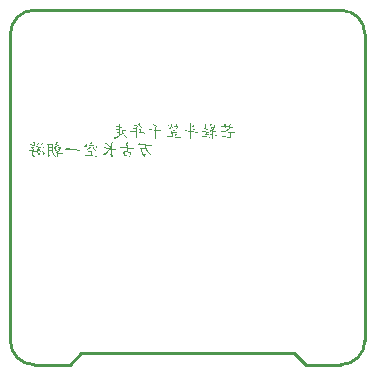
<source format=gbo>
G04*
G04 #@! TF.GenerationSoftware,Altium Limited,Altium Designer,18.1.9 (240)*
G04*
G04 Layer_Color=32896*
%FSLAX24Y24*%
%MOIN*%
G70*
G01*
G75*
%ADD11C,0.0100*%
G36*
X5383Y8019D02*
X5384Y8018D01*
X5384Y8018D01*
Y8017D01*
Y8016D01*
X5384Y8010D01*
X5383Y8004D01*
X5383Y8001D01*
Y8000D01*
X5382Y7998D01*
Y7998D01*
Y7995D01*
Y7992D01*
X5383Y7984D01*
X5385Y7975D01*
X5388Y7966D01*
X5392Y7958D01*
X5393Y7954D01*
X5394Y7950D01*
X5395Y7948D01*
X5396Y7945D01*
X5397Y7944D01*
Y7944D01*
X5403Y7928D01*
X5409Y7914D01*
X5415Y7902D01*
X5420Y7891D01*
X5423Y7887D01*
X5425Y7882D01*
X5428Y7879D01*
X5429Y7875D01*
X5430Y7873D01*
X5431Y7872D01*
X5433Y7870D01*
Y7870D01*
X5436Y7864D01*
X5438Y7860D01*
X5439Y7857D01*
Y7855D01*
Y7854D01*
X5438Y7853D01*
X5436D01*
X5435Y7854D01*
X5430Y7856D01*
X5426Y7858D01*
X5423Y7860D01*
X5423Y7862D01*
X5422D01*
X5417Y7867D01*
X5411Y7872D01*
X5400Y7883D01*
X5390Y7896D01*
X5381Y7909D01*
X5374Y7920D01*
X5370Y7925D01*
X5368Y7930D01*
X5366Y7934D01*
X5364Y7936D01*
X5364Y7938D01*
X5363Y7939D01*
X5352Y7938D01*
X5339Y7939D01*
X5327Y7939D01*
X5314Y7940D01*
X5303Y7941D01*
X5299Y7941D01*
X5294Y7942D01*
X5291Y7943D01*
X5289Y7943D01*
X5287D01*
X5278Y7945D01*
X5271Y7946D01*
X5264Y7948D01*
X5259Y7950D01*
X5256Y7951D01*
X5253Y7953D01*
X5251Y7955D01*
X5249Y7957D01*
X5248Y7959D01*
X5247Y7960D01*
X5247Y7963D01*
X5247Y7965D01*
X5248Y7965D01*
X5250Y7968D01*
X5253Y7970D01*
X5260Y7973D01*
X5268Y7974D01*
X5276D01*
X5283Y7973D01*
X5290Y7972D01*
X5293Y7971D01*
X5294Y7971D01*
X5296Y7970D01*
X5296D01*
X5309Y7967D01*
X5321Y7964D01*
X5331Y7961D01*
X5339Y7960D01*
X5345Y7959D01*
X5350Y7958D01*
X5353Y7958D01*
X5354D01*
X5349Y7966D01*
X5345Y7974D01*
X5342Y7980D01*
X5339Y7985D01*
X5338Y7988D01*
X5337Y7991D01*
X5335Y7992D01*
Y7993D01*
X5334Y7996D01*
Y7999D01*
X5335Y8001D01*
X5337Y8004D01*
X5341Y8006D01*
X5342Y8008D01*
X5343D01*
X5352Y8012D01*
X5360Y8015D01*
X5364Y8016D01*
X5367Y8018D01*
X5369Y8018D01*
X5369D01*
X5374Y8019D01*
X5378Y8020D01*
X5380D01*
X5383Y8019D01*
D02*
G37*
G36*
X4295Y8046D02*
X4299Y8045D01*
X4302Y8043D01*
X4303Y8039D01*
X4303Y8036D01*
Y8035D01*
Y8034D01*
Y8030D01*
Y8025D01*
X4305Y8015D01*
X4309Y8005D01*
X4313Y7995D01*
X4318Y7986D01*
X4320Y7982D01*
X4321Y7978D01*
X4323Y7975D01*
X4324Y7973D01*
X4325Y7972D01*
X4325Y7971D01*
X4335Y7956D01*
X4345Y7941D01*
X4355Y7928D01*
X4364Y7917D01*
X4369Y7912D01*
X4373Y7907D01*
X4376Y7903D01*
X4379Y7899D01*
X4381Y7897D01*
X4383Y7895D01*
X4384Y7894D01*
X4385Y7893D01*
X4390Y7887D01*
X4395Y7882D01*
X4398Y7878D01*
X4400Y7875D01*
X4400Y7873D01*
Y7872D01*
X4400Y7871D01*
X4399D01*
X4395Y7872D01*
X4391Y7873D01*
X4387Y7875D01*
X4386Y7875D01*
X4386D01*
X4379Y7879D01*
X4373Y7884D01*
X4360Y7894D01*
X4348Y7905D01*
X4336Y7917D01*
X4326Y7927D01*
X4323Y7932D01*
X4319Y7936D01*
X4316Y7939D01*
X4314Y7941D01*
X4313Y7943D01*
X4312Y7944D01*
X4310Y7942D01*
X4308Y7940D01*
X4305Y7939D01*
X4301Y7938D01*
X4298Y7938D01*
X4294Y7937D01*
X4292Y7936D01*
X4292D01*
X4284Y7936D01*
X4276D01*
X4268Y7936D01*
X4260Y7937D01*
X4253Y7938D01*
X4247Y7938D01*
X4245D01*
X4243Y7939D01*
X4242D01*
X4239Y7936D01*
X4237Y7934D01*
X4234Y7930D01*
X4233Y7927D01*
X4232Y7924D01*
X4231Y7922D01*
X4230Y7919D01*
Y7919D01*
X4229Y7912D01*
X4228Y7905D01*
X4228Y7897D01*
X4227Y7888D01*
X4226Y7880D01*
Y7874D01*
X4225Y7872D01*
Y7870D01*
Y7869D01*
Y7869D01*
X4240Y7865D01*
X4253Y7862D01*
X4264Y7860D01*
X4273Y7858D01*
X4281Y7855D01*
X4287Y7854D01*
X4289Y7854D01*
X4290D01*
X4291Y7853D01*
X4292D01*
X4300Y7852D01*
X4308Y7851D01*
X4315D01*
X4321Y7852D01*
X4325Y7853D01*
X4328Y7853D01*
X4330Y7854D01*
X4331D01*
X4336Y7857D01*
X4342Y7859D01*
X4348Y7860D01*
X4354Y7862D01*
X4359Y7863D01*
X4363Y7863D01*
X4365Y7864D01*
X4366D01*
X4369Y7864D01*
X4372Y7864D01*
X4374D01*
X4375Y7863D01*
X4376Y7862D01*
X4377Y7861D01*
X4376Y7858D01*
X4375Y7856D01*
X4373Y7853D01*
X4371Y7852D01*
X4371Y7851D01*
X4365Y7845D01*
X4360Y7839D01*
X4356Y7832D01*
X4354Y7826D01*
X4351Y7821D01*
X4350Y7816D01*
X4349Y7813D01*
Y7813D01*
Y7812D01*
X4346Y7803D01*
X4345Y7793D01*
X4343Y7783D01*
X4342Y7773D01*
X4341Y7764D01*
X4341Y7761D01*
Y7758D01*
X4340Y7755D01*
Y7753D01*
Y7752D01*
Y7752D01*
X4344Y7751D01*
X4349Y7751D01*
X4359Y7749D01*
X4370Y7747D01*
X4382Y7746D01*
X4393Y7744D01*
X4398Y7743D01*
X4401Y7742D01*
X4405Y7742D01*
X4408D01*
X4409Y7741D01*
X4410D01*
X4428Y7738D01*
X4435Y7737D01*
X4443Y7736D01*
X4450Y7735D01*
X4456Y7734D01*
X4462Y7734D01*
X4467Y7733D01*
X4472Y7733D01*
X4476Y7732D01*
X4482D01*
X4484Y7732D01*
X4487D01*
X4491Y7731D01*
X4495Y7731D01*
X4499Y7730D01*
X4501Y7729D01*
X4502Y7728D01*
X4504Y7727D01*
X4505Y7725D01*
X4506Y7723D01*
X4505Y7721D01*
X4505Y7720D01*
X4504Y7719D01*
X4500Y7715D01*
X4496Y7711D01*
X4492Y7708D01*
X4489Y7706D01*
X4485Y7705D01*
X4482Y7703D01*
X4480Y7702D01*
X4480D01*
X4473Y7701D01*
X4466D01*
X4458Y7702D01*
X4450Y7703D01*
X4444Y7705D01*
X4438Y7706D01*
X4436Y7707D01*
X4434D01*
X4434Y7707D01*
X4433D01*
X4420Y7711D01*
X4408Y7714D01*
X4394Y7717D01*
X4381Y7720D01*
X4376Y7721D01*
X4370Y7722D01*
X4366Y7722D01*
X4361Y7723D01*
X4358Y7724D01*
X4356D01*
X4354Y7724D01*
X4354D01*
X4344Y7726D01*
X4334Y7728D01*
X4313Y7731D01*
X4291Y7734D01*
X4280Y7736D01*
X4270Y7738D01*
X4260Y7739D01*
X4252Y7741D01*
X4244Y7742D01*
X4237Y7743D01*
X4231Y7743D01*
X4227Y7744D01*
X4224Y7744D01*
X4223D01*
X4224Y7720D01*
Y7697D01*
X4224Y7676D01*
Y7657D01*
Y7640D01*
Y7625D01*
Y7611D01*
Y7599D01*
Y7587D01*
Y7579D01*
Y7571D01*
Y7565D01*
Y7560D01*
Y7557D01*
Y7555D01*
Y7554D01*
X4224Y7545D01*
Y7536D01*
X4223Y7529D01*
X4223Y7523D01*
X4222Y7518D01*
X4222Y7514D01*
X4220Y7511D01*
X4220Y7509D01*
X4219Y7507D01*
X4219Y7505D01*
X4218Y7504D01*
X4217D01*
X4215Y7506D01*
X4214Y7508D01*
X4212Y7511D01*
X4211Y7515D01*
X4209Y7520D01*
X4208Y7525D01*
X4205Y7536D01*
X4203Y7547D01*
X4202Y7551D01*
X4202Y7556D01*
X4201Y7560D01*
X4200Y7562D01*
X4200Y7564D01*
Y7565D01*
X4198Y7576D01*
X4197Y7589D01*
X4196Y7602D01*
X4194Y7617D01*
X4192Y7648D01*
X4191Y7663D01*
X4191Y7678D01*
X4190Y7692D01*
X4189Y7706D01*
X4189Y7718D01*
Y7728D01*
X4188Y7737D01*
Y7741D01*
Y7744D01*
Y7746D01*
Y7748D01*
Y7749D01*
Y7749D01*
X4173Y7750D01*
X4159Y7751D01*
X4147Y7752D01*
X4135Y7752D01*
X4124D01*
X4114Y7753D01*
X4106Y7753D01*
X4091D01*
X4085Y7754D01*
X4043D01*
X4033Y7753D01*
X4017D01*
X4012Y7753D01*
X3993D01*
X3988Y7754D01*
X3985Y7754D01*
X3982Y7756D01*
X3980Y7757D01*
X3979Y7757D01*
X3977Y7760D01*
X3978Y7763D01*
X3979Y7766D01*
X3981Y7768D01*
X3984Y7771D01*
X3986Y7773D01*
X3987Y7774D01*
X3988Y7775D01*
X3993Y7779D01*
X4000Y7782D01*
X4005Y7785D01*
X4010Y7787D01*
X4014Y7788D01*
X4018Y7789D01*
X4020Y7790D01*
X4021D01*
X4025Y7791D01*
X4029Y7791D01*
X4040D01*
X4051Y7791D01*
X4063Y7789D01*
X4075Y7788D01*
X4079Y7787D01*
X4083Y7787D01*
X4087Y7786D01*
X4090D01*
X4092Y7786D01*
X4092D01*
X4112Y7783D01*
X4130Y7780D01*
X4146Y7778D01*
X4154Y7777D01*
X4161Y7776D01*
X4167Y7776D01*
X4172Y7774D01*
X4177Y7774D01*
X4181D01*
X4184Y7773D01*
X4187Y7773D01*
X4188D01*
Y7850D01*
X4176Y7851D01*
X4163Y7853D01*
X4153Y7854D01*
X4143Y7855D01*
X4135Y7856D01*
X4127Y7857D01*
X4121Y7858D01*
X4115Y7859D01*
X4111Y7860D01*
X4107Y7860D01*
X4103Y7861D01*
X4101Y7862D01*
X4099Y7862D01*
X4098Y7863D01*
X4097D01*
X4093Y7864D01*
X4091Y7865D01*
X4090Y7867D01*
X4088Y7868D01*
X4087Y7871D01*
X4087Y7874D01*
X4089Y7877D01*
X4090Y7879D01*
X4092Y7880D01*
X4092Y7880D01*
X4098Y7884D01*
X4104Y7887D01*
X4111Y7888D01*
X4117Y7888D01*
X4123D01*
X4128Y7888D01*
X4131Y7887D01*
X4132D01*
X4152Y7883D01*
X4161Y7882D01*
X4170Y7880D01*
X4177Y7878D01*
X4183Y7877D01*
X4186Y7876D01*
X4187D01*
X4188Y7875D01*
X4188D01*
X4189Y7885D01*
Y7893D01*
X4188Y7900D01*
X4188Y7905D01*
X4187Y7909D01*
X4187Y7912D01*
X4186Y7913D01*
Y7913D01*
X4186Y7915D01*
X4186Y7917D01*
X4187Y7920D01*
X4188Y7922D01*
X4193Y7928D01*
X4198Y7933D01*
X4204Y7938D01*
X4209Y7942D01*
X4211Y7944D01*
X4212Y7945D01*
X4213Y7946D01*
X4214D01*
X4198Y7949D01*
X4183Y7951D01*
X4169Y7954D01*
X4158Y7956D01*
X4147Y7959D01*
X4138Y7961D01*
X4130Y7963D01*
X4123Y7964D01*
X4117Y7966D01*
X4112Y7967D01*
X4108Y7968D01*
X4106Y7969D01*
X4103Y7969D01*
X4102Y7970D01*
X4101Y7970D01*
X4097Y7972D01*
X4094Y7974D01*
X4092Y7975D01*
X4091Y7977D01*
X4091Y7979D01*
X4091Y7980D01*
X4093Y7983D01*
X4096Y7985D01*
X4098Y7988D01*
X4101Y7989D01*
X4101Y7989D01*
X4102D01*
X4110Y7993D01*
X4118Y7994D01*
X4124Y7995D01*
X4135D01*
X4139Y7994D01*
X4141Y7994D01*
X4142D01*
X4148Y7991D01*
X4157Y7989D01*
X4166Y7986D01*
X4174Y7984D01*
X4183Y7982D01*
X4189Y7980D01*
X4192Y7980D01*
X4194Y7979D01*
X4195Y7979D01*
X4196D01*
X4203Y7977D01*
X4211Y7975D01*
X4228Y7971D01*
X4245Y7967D01*
X4262Y7964D01*
X4270Y7962D01*
X4277Y7960D01*
X4284Y7959D01*
X4289Y7958D01*
X4294Y7956D01*
X4298Y7956D01*
X4300Y7955D01*
X4300D01*
X4295Y7963D01*
X4290Y7970D01*
X4285Y7976D01*
X4281Y7981D01*
X4277Y7986D01*
X4274Y7991D01*
X4268Y7998D01*
X4264Y8003D01*
X4260Y8007D01*
X4259Y8009D01*
X4258Y8009D01*
X4255Y8013D01*
X4253Y8017D01*
X4252Y8020D01*
Y8022D01*
X4253Y8025D01*
X4253Y8026D01*
X4254D01*
X4257Y8029D01*
X4261Y8031D01*
X4266Y8034D01*
X4271Y8037D01*
X4275Y8039D01*
X4279Y8041D01*
X4282Y8043D01*
X4283Y8043D01*
X4287Y8045D01*
X4290Y8046D01*
X4293Y8046D01*
X4295Y8046D01*
D02*
G37*
G36*
X7168Y8036D02*
X7171Y8034D01*
X7172Y8031D01*
X7173Y8029D01*
X7172Y8026D01*
X7171Y8024D01*
Y8023D01*
X7170Y8019D01*
X7170Y8014D01*
X7169Y8009D01*
Y8003D01*
X7170Y7990D01*
X7171Y7978D01*
X7173Y7965D01*
X7173Y7960D01*
X7174Y7955D01*
X7175Y7951D01*
X7175Y7949D01*
X7176Y7946D01*
Y7946D01*
X7197Y7943D01*
X7218Y7939D01*
X7227Y7938D01*
X7236Y7936D01*
X7244Y7935D01*
X7251Y7934D01*
X7258Y7933D01*
X7264Y7932D01*
X7269Y7932D01*
X7274Y7930D01*
X7277Y7930D01*
X7279D01*
X7281Y7929D01*
X7281D01*
X7281Y7936D01*
X7280Y7943D01*
X7280Y7949D01*
X7279Y7954D01*
X7279Y7959D01*
X7278Y7963D01*
X7277Y7970D01*
X7276Y7974D01*
X7276Y7978D01*
X7275Y7979D01*
Y7980D01*
X7275Y7984D01*
X7276Y7987D01*
X7278Y7990D01*
X7281Y7992D01*
X7284Y7994D01*
X7286Y7995D01*
X7288Y7996D01*
X7289D01*
X7295Y7998D01*
X7301Y8000D01*
X7308Y8001D01*
X7314Y8003D01*
X7319Y8003D01*
X7323Y8004D01*
X7326Y8004D01*
X7327D01*
X7331Y8005D01*
X7333Y8004D01*
X7336Y8004D01*
X7337Y8003D01*
X7338Y8001D01*
X7338Y8000D01*
X7338Y7996D01*
X7337Y7993D01*
X7335Y7990D01*
X7333Y7988D01*
X7333Y7987D01*
X7327Y7979D01*
X7322Y7969D01*
X7319Y7959D01*
X7316Y7949D01*
X7314Y7939D01*
X7313Y7935D01*
X7312Y7932D01*
X7312Y7929D01*
X7311Y7927D01*
Y7925D01*
Y7925D01*
X7327Y7923D01*
X7342Y7922D01*
X7356Y7920D01*
X7367Y7920D01*
X7378Y7919D01*
X7388Y7918D01*
X7397Y7918D01*
X7404Y7917D01*
X7411D01*
X7416Y7917D01*
X7435D01*
X7438Y7916D01*
X7441Y7915D01*
X7443Y7915D01*
X7443Y7913D01*
X7444Y7912D01*
X7443Y7910D01*
X7442Y7909D01*
X7440Y7906D01*
X7437Y7904D01*
X7434Y7902D01*
X7433Y7901D01*
X7424Y7896D01*
X7415Y7893D01*
X7407Y7890D01*
X7401Y7889D01*
X7396Y7889D01*
X7391D01*
X7389Y7889D01*
X7388D01*
X7383Y7890D01*
X7378Y7892D01*
X7373Y7892D01*
X7367Y7893D01*
X7353Y7895D01*
X7340Y7897D01*
X7327Y7899D01*
X7322Y7900D01*
X7317Y7900D01*
X7312Y7901D01*
X7310D01*
X7307Y7902D01*
X7307D01*
X7306Y7890D01*
X7305Y7880D01*
X7303Y7873D01*
X7301Y7866D01*
X7300Y7862D01*
X7299Y7858D01*
X7298Y7856D01*
Y7855D01*
X7297Y7853D01*
X7295Y7852D01*
X7293Y7850D01*
X7291D01*
X7290Y7850D01*
X7288Y7852D01*
X7287Y7854D01*
X7286Y7855D01*
Y7855D01*
X7285Y7858D01*
X7285Y7862D01*
X7284Y7869D01*
X7282Y7877D01*
X7282Y7886D01*
X7281Y7894D01*
Y7900D01*
Y7903D01*
Y7904D01*
Y7905D01*
Y7906D01*
X7261Y7909D01*
X7243Y7911D01*
X7226Y7913D01*
X7218Y7914D01*
X7211Y7914D01*
X7204Y7915D01*
X7198Y7916D01*
X7193Y7917D01*
X7189Y7917D01*
X7185D01*
X7183Y7918D01*
X7180D01*
X7184Y7906D01*
X7186Y7896D01*
X7189Y7887D01*
X7190Y7880D01*
X7192Y7874D01*
X7193Y7870D01*
X7194Y7868D01*
Y7867D01*
X7194Y7864D01*
Y7862D01*
X7194Y7859D01*
X7193Y7857D01*
X7191Y7857D01*
X7190Y7857D01*
X7188Y7858D01*
X7187Y7859D01*
X7186Y7859D01*
X7184Y7862D01*
X7182Y7865D01*
X7179Y7868D01*
X7176Y7873D01*
X7170Y7883D01*
X7164Y7893D01*
X7159Y7904D01*
X7156Y7908D01*
X7154Y7912D01*
X7152Y7915D01*
X7151Y7918D01*
X7150Y7920D01*
X7150Y7920D01*
X7137Y7921D01*
X7125Y7922D01*
X7114Y7923D01*
X7103Y7923D01*
X7093D01*
X7084Y7924D01*
X7075Y7924D01*
X7060D01*
X7055Y7925D01*
X7030D01*
X7025Y7926D01*
X7020Y7927D01*
X7017Y7928D01*
X7014Y7930D01*
X7013Y7932D01*
X7012Y7933D01*
X7012Y7935D01*
X7013Y7939D01*
X7015Y7943D01*
X7017Y7945D01*
X7018Y7946D01*
X7022Y7950D01*
X7026Y7953D01*
X7034Y7958D01*
X7041Y7960D01*
X7047Y7962D01*
X7052Y7963D01*
X7057D01*
X7059Y7962D01*
X7060D01*
X7064Y7961D01*
X7069Y7960D01*
X7075Y7959D01*
X7081Y7958D01*
X7094Y7956D01*
X7108Y7955D01*
X7120Y7953D01*
X7126Y7952D01*
X7131Y7951D01*
X7135Y7951D01*
X7138D01*
X7140Y7950D01*
X7141D01*
X7138Y7958D01*
X7135Y7965D01*
X7133Y7971D01*
X7130Y7976D01*
X7128Y7981D01*
X7126Y7985D01*
X7124Y7989D01*
X7122Y7991D01*
X7119Y7996D01*
X7118Y7999D01*
X7116Y8000D01*
X7116Y8001D01*
X7114Y8004D01*
X7113Y8007D01*
X7114Y8010D01*
X7116Y8013D01*
X7118Y8015D01*
X7120Y8017D01*
X7121Y8018D01*
X7122Y8019D01*
X7128Y8022D01*
X7133Y8025D01*
X7139Y8028D01*
X7145Y8030D01*
X7150Y8032D01*
X7154Y8034D01*
X7156Y8034D01*
X7157Y8035D01*
X7161Y8036D01*
X7164Y8036D01*
X7168Y8036D01*
D02*
G37*
G36*
X5562Y8013D02*
X5564Y8011D01*
X5565Y8009D01*
X5565Y8007D01*
X5565Y8005D01*
X5564Y8004D01*
Y8003D01*
X5562Y7998D01*
X5561Y7993D01*
X5561Y7987D01*
X5560Y7982D01*
X5561Y7978D01*
Y7974D01*
X5561Y7971D01*
Y7970D01*
X5563Y7962D01*
X5566Y7952D01*
X5570Y7942D01*
X5574Y7932D01*
X5578Y7923D01*
X5580Y7919D01*
X5581Y7915D01*
X5583Y7912D01*
X5584Y7910D01*
X5585Y7909D01*
Y7908D01*
X5592Y7893D01*
X5600Y7880D01*
X5606Y7868D01*
X5612Y7859D01*
X5618Y7851D01*
X5622Y7845D01*
X5624Y7843D01*
X5625Y7842D01*
X5626Y7841D01*
Y7840D01*
X5629Y7836D01*
X5631Y7833D01*
X5632Y7831D01*
Y7829D01*
X5631Y7829D01*
X5630D01*
X5625Y7831D01*
X5620Y7833D01*
X5614Y7836D01*
X5612Y7837D01*
X5610Y7838D01*
X5609Y7839D01*
X5609D01*
X5601Y7844D01*
X5594Y7850D01*
X5581Y7863D01*
X5570Y7877D01*
X5559Y7890D01*
X5555Y7897D01*
X5551Y7903D01*
X5547Y7908D01*
X5545Y7913D01*
X5543Y7917D01*
X5540Y7920D01*
X5540Y7922D01*
X5539Y7923D01*
X5528Y7920D01*
X5515Y7919D01*
X5503D01*
X5491Y7919D01*
X5481Y7920D01*
X5477Y7921D01*
X5474Y7922D01*
X5470Y7922D01*
X5468D01*
X5467Y7923D01*
X5466D01*
X5459Y7924D01*
X5453Y7927D01*
X5448Y7928D01*
X5444Y7930D01*
X5441Y7933D01*
X5439Y7934D01*
X5438Y7936D01*
X5436Y7938D01*
Y7942D01*
X5437Y7945D01*
X5438Y7946D01*
X5439Y7947D01*
X5444Y7951D01*
X5450Y7955D01*
X5456Y7956D01*
X5461Y7956D01*
X5466D01*
X5470Y7956D01*
X5473Y7955D01*
X5474Y7955D01*
X5482Y7953D01*
X5491Y7950D01*
X5501Y7948D01*
X5510Y7946D01*
X5518Y7944D01*
X5524Y7943D01*
X5526Y7942D01*
X5528D01*
X5529Y7941D01*
X5530D01*
X5527Y7949D01*
X5524Y7956D01*
X5521Y7962D01*
X5518Y7968D01*
X5516Y7973D01*
X5514Y7976D01*
X5513Y7978D01*
X5512Y7979D01*
X5510Y7981D01*
X5509Y7984D01*
X5509Y7989D01*
X5510Y7994D01*
X5511Y7996D01*
X5514Y7999D01*
X5516Y8001D01*
X5519Y8001D01*
X5519Y8002D01*
X5532Y8006D01*
X5538Y8009D01*
X5543Y8010D01*
X5547Y8011D01*
X5551Y8012D01*
X5553Y8013D01*
X5554D01*
X5559Y8013D01*
X5562Y8013D01*
D02*
G37*
G36*
X3665Y8039D02*
X3667Y8038D01*
X3668Y8035D01*
Y8033D01*
X3667Y8031D01*
X3666Y8029D01*
X3665Y8027D01*
X3665Y8026D01*
X3662Y8021D01*
X3660Y8015D01*
X3658Y8009D01*
X3657Y8004D01*
X3656Y7999D01*
X3655Y7994D01*
X3654Y7991D01*
Y7990D01*
X3654Y7981D01*
X3653Y7970D01*
X3653Y7959D01*
X3652Y7948D01*
Y7938D01*
Y7934D01*
Y7930D01*
Y7927D01*
Y7925D01*
Y7923D01*
Y7923D01*
X3664Y7920D01*
X3675Y7918D01*
X3686Y7915D01*
X3695Y7913D01*
X3703Y7912D01*
X3708Y7910D01*
X3710Y7910D01*
X3712D01*
X3713Y7909D01*
X3713D01*
X3718Y7908D01*
X3722Y7907D01*
X3725Y7906D01*
X3727Y7905D01*
X3729Y7904D01*
X3730Y7903D01*
X3731Y7901D01*
Y7899D01*
X3730Y7898D01*
X3729Y7897D01*
X3728Y7897D01*
X3723Y7894D01*
X3718Y7893D01*
X3713Y7892D01*
X3708Y7891D01*
X3704Y7890D01*
X3702Y7890D01*
X3692D01*
X3683Y7890D01*
X3675D01*
X3668Y7891D01*
X3662Y7892D01*
X3657D01*
X3653Y7892D01*
X3652D01*
Y7838D01*
X3676Y7833D01*
X3698Y7829D01*
X3708Y7827D01*
X3718Y7824D01*
X3727Y7823D01*
X3735Y7821D01*
X3743Y7819D01*
X3749Y7818D01*
X3755Y7817D01*
X3760Y7816D01*
X3764Y7815D01*
X3767Y7814D01*
X3769Y7814D01*
X3769D01*
X3779Y7812D01*
X3787Y7811D01*
X3795Y7809D01*
X3803Y7808D01*
X3810Y7807D01*
X3816Y7806D01*
X3822Y7804D01*
X3827Y7804D01*
X3831Y7803D01*
X3835Y7803D01*
X3839Y7802D01*
X3841D01*
X3844Y7802D01*
X3846D01*
X3851Y7801D01*
X3854Y7801D01*
X3856Y7800D01*
X3858Y7799D01*
X3858Y7798D01*
Y7797D01*
X3857Y7794D01*
X3855Y7791D01*
X3852Y7789D01*
X3850Y7787D01*
X3849Y7787D01*
X3840Y7782D01*
X3833Y7779D01*
X3826Y7778D01*
X3821Y7777D01*
X3813D01*
X3811Y7777D01*
X3810D01*
X3804Y7779D01*
X3796Y7781D01*
X3788Y7783D01*
X3780Y7786D01*
X3773Y7787D01*
X3766Y7789D01*
X3764Y7789D01*
X3763D01*
X3762Y7790D01*
X3761D01*
X3754Y7792D01*
X3747Y7793D01*
X3732Y7796D01*
X3717Y7799D01*
X3702Y7802D01*
X3695Y7803D01*
X3689Y7804D01*
X3683Y7806D01*
X3678Y7806D01*
X3674Y7807D01*
X3671Y7807D01*
X3669Y7808D01*
X3668D01*
X3666Y7807D01*
X3664Y7805D01*
X3662Y7803D01*
X3660Y7799D01*
X3658Y7792D01*
X3656Y7784D01*
X3655Y7776D01*
X3654Y7768D01*
Y7765D01*
Y7763D01*
Y7762D01*
Y7761D01*
Y7662D01*
X3668Y7671D01*
X3680Y7678D01*
X3690Y7684D01*
X3698Y7689D01*
X3704Y7693D01*
X3708Y7696D01*
X3710Y7697D01*
X3711Y7698D01*
X3723Y7706D01*
X3728Y7709D01*
X3732Y7712D01*
X3736Y7714D01*
X3739Y7716D01*
X3740Y7716D01*
X3741Y7717D01*
X3737Y7723D01*
X3733Y7729D01*
X3729Y7734D01*
X3727Y7738D01*
X3724Y7741D01*
X3723Y7744D01*
X3722Y7745D01*
X3721Y7746D01*
X3720Y7748D01*
X3719Y7749D01*
Y7752D01*
X3720Y7754D01*
X3722Y7758D01*
X3725Y7762D01*
X3729Y7765D01*
X3733Y7768D01*
X3735Y7769D01*
X3736Y7770D01*
X3737D01*
X3740Y7772D01*
X3744Y7774D01*
X3750Y7776D01*
X3754Y7777D01*
X3757Y7776D01*
X3758Y7774D01*
X3759Y7773D01*
Y7772D01*
Y7771D01*
Y7766D01*
X3759Y7759D01*
X3761Y7752D01*
X3763Y7745D01*
X3764Y7739D01*
X3766Y7734D01*
X3767Y7730D01*
X3768Y7729D01*
Y7729D01*
X3773Y7717D01*
X3779Y7705D01*
X3786Y7692D01*
X3794Y7681D01*
X3800Y7670D01*
X3803Y7666D01*
X3806Y7662D01*
X3808Y7658D01*
X3810Y7656D01*
X3811Y7655D01*
X3811Y7654D01*
X3824Y7637D01*
X3837Y7622D01*
X3850Y7609D01*
X3862Y7597D01*
X3867Y7592D01*
X3872Y7588D01*
X3876Y7584D01*
X3880Y7581D01*
X3883Y7578D01*
X3886Y7576D01*
X3887Y7575D01*
X3887Y7575D01*
X3895Y7569D01*
X3900Y7565D01*
X3904Y7561D01*
X3907Y7558D01*
X3908Y7556D01*
X3909Y7555D01*
X3908Y7554D01*
X3907D01*
X3903Y7555D01*
X3899Y7556D01*
X3895Y7558D01*
X3894Y7559D01*
X3894D01*
X3880Y7566D01*
X3866Y7574D01*
X3854Y7582D01*
X3843Y7590D01*
X3833Y7597D01*
X3829Y7600D01*
X3826Y7603D01*
X3823Y7605D01*
X3821Y7607D01*
X3820Y7608D01*
X3820Y7609D01*
X3813Y7615D01*
X3806Y7622D01*
X3793Y7637D01*
X3781Y7653D01*
X3770Y7669D01*
X3765Y7676D01*
X3761Y7683D01*
X3758Y7689D01*
X3754Y7694D01*
X3752Y7698D01*
X3750Y7702D01*
X3749Y7704D01*
X3748Y7705D01*
X3725Y7686D01*
X3704Y7669D01*
X3694Y7661D01*
X3684Y7654D01*
X3675Y7647D01*
X3668Y7641D01*
X3660Y7635D01*
X3654Y7630D01*
X3648Y7626D01*
X3643Y7622D01*
X3639Y7620D01*
X3637Y7617D01*
X3635Y7616D01*
X3634Y7616D01*
X3625Y7609D01*
X3617Y7602D01*
X3608Y7597D01*
X3601Y7591D01*
X3594Y7586D01*
X3588Y7582D01*
X3582Y7578D01*
X3577Y7574D01*
X3572Y7571D01*
X3568Y7568D01*
X3565Y7566D01*
X3562Y7564D01*
X3560Y7562D01*
X3558Y7561D01*
X3558Y7560D01*
X3557D01*
X3547Y7554D01*
X3538Y7549D01*
X3530Y7544D01*
X3522Y7541D01*
X3516Y7539D01*
X3511Y7537D01*
X3508Y7536D01*
X3507Y7536D01*
X3497Y7534D01*
X3487Y7533D01*
X3476D01*
X3466Y7534D01*
X3457Y7534D01*
X3453Y7535D01*
X3450D01*
X3447Y7535D01*
X3445Y7536D01*
X3443D01*
X3429Y7538D01*
X3416Y7540D01*
X3405Y7542D01*
X3396Y7544D01*
X3388Y7546D01*
X3382Y7547D01*
X3381Y7548D01*
X3379D01*
X3379Y7549D01*
X3378D01*
X3374Y7550D01*
X3371Y7551D01*
X3369Y7552D01*
X3367Y7553D01*
X3367Y7554D01*
Y7555D01*
X3369Y7556D01*
X3371Y7557D01*
X3374Y7559D01*
X3377Y7559D01*
X3378D01*
X3383Y7560D01*
X3389Y7561D01*
X3401Y7563D01*
X3414Y7566D01*
X3427Y7568D01*
X3438Y7571D01*
X3443Y7572D01*
X3447Y7573D01*
X3451Y7574D01*
X3454Y7574D01*
X3456Y7575D01*
X3456D01*
X3476Y7580D01*
X3494Y7586D01*
X3511Y7591D01*
X3518Y7594D01*
X3526Y7597D01*
X3532Y7600D01*
X3538Y7602D01*
X3543Y7604D01*
X3547Y7606D01*
X3551Y7607D01*
X3553Y7609D01*
X3554Y7610D01*
X3555D01*
X3571Y7618D01*
X3586Y7625D01*
X3598Y7632D01*
X3609Y7637D01*
X3613Y7640D01*
X3617Y7642D01*
X3621Y7644D01*
X3623Y7646D01*
X3626Y7647D01*
X3627Y7648D01*
X3628Y7648D01*
X3628D01*
Y7662D01*
X3628Y7675D01*
Y7688D01*
X3627Y7700D01*
X3627Y7711D01*
Y7714D01*
Y7718D01*
X3626Y7722D01*
Y7724D01*
Y7725D01*
Y7726D01*
X3607Y7727D01*
X3589Y7728D01*
X3582Y7729D01*
X3574Y7730D01*
X3568Y7731D01*
X3562Y7732D01*
X3557Y7733D01*
X3552Y7733D01*
X3548Y7734D01*
X3544Y7735D01*
X3542Y7736D01*
X3540D01*
X3539Y7736D01*
X3538D01*
X3533Y7738D01*
X3528Y7739D01*
X3524Y7741D01*
X3521Y7743D01*
X3520Y7744D01*
X3518Y7747D01*
X3517Y7748D01*
Y7750D01*
X3518Y7753D01*
X3519Y7755D01*
X3521Y7757D01*
X3521Y7757D01*
X3525Y7759D01*
X3528Y7761D01*
X3536Y7763D01*
X3544Y7764D01*
X3552D01*
X3559Y7763D01*
X3564Y7762D01*
X3567Y7761D01*
X3568Y7761D01*
X3569Y7760D01*
X3570D01*
X3582Y7756D01*
X3593Y7753D01*
X3602Y7751D01*
X3611Y7748D01*
X3617Y7747D01*
X3622Y7746D01*
X3625Y7744D01*
X3626D01*
X3626Y7751D01*
X3625Y7757D01*
X3624Y7766D01*
X3623Y7774D01*
X3622Y7780D01*
X3622Y7784D01*
X3621Y7787D01*
X3621Y7788D01*
Y7789D01*
X3620Y7791D01*
Y7793D01*
X3622Y7797D01*
X3625Y7802D01*
X3629Y7807D01*
X3633Y7811D01*
X3637Y7814D01*
X3639Y7817D01*
X3640Y7817D01*
X3618Y7821D01*
X3598Y7824D01*
X3579Y7827D01*
X3571Y7828D01*
X3563Y7829D01*
X3555Y7830D01*
X3549Y7831D01*
X3543Y7832D01*
X3538Y7832D01*
X3534Y7833D01*
X3531D01*
X3530Y7833D01*
X3529D01*
X3520Y7834D01*
X3511Y7835D01*
X3503Y7837D01*
X3496Y7838D01*
X3489Y7838D01*
X3483Y7839D01*
X3478Y7840D01*
X3473D01*
X3470Y7840D01*
X3466Y7841D01*
X3464D01*
X3462Y7842D01*
X3458D01*
X3455Y7842D01*
X3452Y7843D01*
X3450Y7843D01*
X3448Y7844D01*
X3447Y7846D01*
Y7848D01*
X3447Y7850D01*
X3448Y7852D01*
X3449Y7853D01*
X3450Y7853D01*
X3454Y7857D01*
X3458Y7860D01*
X3463Y7862D01*
X3467Y7864D01*
X3471Y7865D01*
X3474Y7867D01*
X3476Y7867D01*
X3477D01*
X3483Y7868D01*
X3492Y7868D01*
X3500Y7867D01*
X3509Y7866D01*
X3517Y7864D01*
X3523Y7863D01*
X3526Y7863D01*
X3527Y7862D01*
X3528Y7862D01*
X3529D01*
X3536Y7860D01*
X3543Y7858D01*
X3559Y7854D01*
X3576Y7851D01*
X3591Y7848D01*
X3598Y7846D01*
X3605Y7845D01*
X3611Y7843D01*
X3616Y7843D01*
X3620Y7842D01*
X3623Y7841D01*
X3626Y7840D01*
X3626D01*
Y7850D01*
X3626Y7859D01*
Y7869D01*
X3625Y7879D01*
X3624Y7887D01*
Y7893D01*
X3624Y7896D01*
Y7898D01*
Y7899D01*
Y7899D01*
X3611Y7903D01*
X3599Y7905D01*
X3589Y7909D01*
X3580Y7911D01*
X3571Y7913D01*
X3564Y7915D01*
X3557Y7917D01*
X3552Y7919D01*
X3547Y7920D01*
X3543Y7922D01*
X3539Y7923D01*
X3537Y7923D01*
X3535Y7924D01*
X3533D01*
X3532Y7925D01*
X3529Y7927D01*
X3526Y7928D01*
X3524Y7929D01*
X3522Y7931D01*
X3521Y7934D01*
X3522Y7936D01*
X3523Y7939D01*
X3525Y7941D01*
X3526Y7942D01*
X3527Y7943D01*
X3533Y7946D01*
X3539Y7948D01*
X3545Y7949D01*
X3556D01*
X3560Y7948D01*
X3563Y7947D01*
X3564D01*
X3573Y7945D01*
X3583Y7942D01*
X3593Y7939D01*
X3602Y7936D01*
X3611Y7934D01*
X3614Y7932D01*
X3618Y7932D01*
X3620Y7930D01*
X3622Y7930D01*
X3623Y7929D01*
X3624D01*
X3623Y7941D01*
X3622Y7951D01*
X3621Y7961D01*
X3620Y7969D01*
X3619Y7977D01*
X3618Y7983D01*
X3617Y7989D01*
X3616Y7994D01*
X3616Y7998D01*
X3615Y8000D01*
X3614Y8003D01*
X3613Y8005D01*
X3613Y8008D01*
X3612Y8008D01*
X3611Y8010D01*
X3611Y8013D01*
X3612Y8017D01*
X3614Y8021D01*
X3617Y8024D01*
X3621Y8026D01*
X3624Y8029D01*
X3626Y8030D01*
X3627Y8030D01*
X3635Y8034D01*
X3642Y8036D01*
X3648Y8038D01*
X3652Y8039D01*
X3656Y8039D01*
X3659Y8040D01*
X3661D01*
X3665Y8039D01*
D02*
G37*
G36*
X6705Y8026D02*
X6706Y8024D01*
Y8022D01*
Y8020D01*
X6705Y8019D01*
Y8019D01*
X6704Y8014D01*
X6702Y8008D01*
X6701Y7994D01*
X6700Y7988D01*
Y7983D01*
Y7980D01*
Y7979D01*
Y7979D01*
Y7968D01*
X6701Y7958D01*
X6701Y7949D01*
Y7940D01*
X6702Y7933D01*
X6702Y7928D01*
X6703Y7925D01*
Y7924D01*
Y7923D01*
Y7923D01*
X6716Y7919D01*
X6729Y7917D01*
X6739Y7914D01*
X6749Y7912D01*
X6756Y7910D01*
X6762Y7909D01*
X6763Y7909D01*
X6765Y7908D01*
X6766D01*
X6767Y7916D01*
X6768Y7923D01*
Y7930D01*
X6768Y7935D01*
X6769Y7940D01*
Y7945D01*
X6770Y7948D01*
Y7951D01*
Y7956D01*
Y7959D01*
Y7960D01*
Y7961D01*
Y7964D01*
X6771Y7966D01*
X6772Y7968D01*
X6774Y7970D01*
X6777Y7972D01*
X6778Y7973D01*
X6779D01*
X6783Y7974D01*
X6788Y7975D01*
X6798Y7976D01*
X6802Y7977D01*
X6805Y7978D01*
X6814D01*
X6816Y7977D01*
X6817Y7976D01*
X6819Y7975D01*
Y7973D01*
X6818Y7971D01*
X6817Y7970D01*
X6817Y7969D01*
X6816Y7968D01*
X6814Y7966D01*
X6812Y7963D01*
X6810Y7958D01*
X6808Y7954D01*
X6804Y7943D01*
X6800Y7932D01*
X6797Y7922D01*
X6795Y7917D01*
X6794Y7912D01*
X6793Y7909D01*
X6792Y7906D01*
X6792Y7904D01*
Y7904D01*
X6804Y7902D01*
X6814Y7899D01*
X6822Y7898D01*
X6829Y7897D01*
X6834Y7895D01*
X6837Y7895D01*
X6840Y7894D01*
X6840D01*
X6842Y7894D01*
X6844Y7893D01*
X6846Y7892D01*
X6846Y7890D01*
X6846Y7889D01*
X6844Y7887D01*
X6843Y7886D01*
X6842Y7885D01*
X6841Y7885D01*
X6837Y7883D01*
X6833Y7881D01*
X6829Y7880D01*
X6826Y7879D01*
X6823Y7879D01*
X6822Y7878D01*
X6815D01*
X6810Y7879D01*
X6804D01*
X6799Y7879D01*
X6794Y7880D01*
X6790D01*
X6788Y7880D01*
X6787D01*
X6783Y7870D01*
X6781Y7860D01*
X6779Y7853D01*
X6777Y7846D01*
X6776Y7841D01*
X6775Y7837D01*
X6775Y7835D01*
Y7834D01*
X6773Y7830D01*
X6771Y7827D01*
X6768Y7825D01*
X6765Y7825D01*
X6763D01*
X6761Y7825D01*
X6760Y7827D01*
X6759D01*
X6757Y7821D01*
X6756Y7814D01*
X6755Y7807D01*
X6755Y7800D01*
X6754Y7794D01*
Y7789D01*
Y7786D01*
Y7785D01*
Y7784D01*
X6765Y7782D01*
X6774Y7781D01*
X6782Y7779D01*
X6789Y7778D01*
X6796Y7777D01*
X6801Y7776D01*
X6805Y7776D01*
X6809Y7775D01*
X6812Y7774D01*
X6815D01*
X6817Y7774D01*
X6820D01*
X6823Y7774D01*
X6826D01*
X6833Y7775D01*
X6841D01*
X6845Y7774D01*
X6846Y7773D01*
X6847Y7771D01*
Y7769D01*
X6846Y7766D01*
X6845Y7764D01*
X6844Y7763D01*
X6843Y7762D01*
X6837Y7752D01*
X6835Y7747D01*
X6832Y7743D01*
X6831Y7739D01*
X6830Y7736D01*
X6828Y7733D01*
Y7733D01*
X6823Y7721D01*
X6821Y7716D01*
X6819Y7711D01*
X6817Y7707D01*
X6815Y7704D01*
X6815Y7702D01*
X6814Y7701D01*
X6812Y7699D01*
X6811Y7697D01*
X6810Y7696D01*
X6808Y7696D01*
X6806D01*
X6805Y7697D01*
X6803Y7700D01*
X6802Y7702D01*
X6801Y7704D01*
Y7705D01*
X6789Y7707D01*
X6778Y7709D01*
X6770Y7711D01*
X6763Y7712D01*
X6758Y7713D01*
X6755Y7713D01*
X6752Y7714D01*
X6752D01*
Y7670D01*
X6770Y7666D01*
X6786Y7663D01*
X6800Y7661D01*
X6807Y7660D01*
X6812Y7659D01*
X6818Y7658D01*
X6822Y7657D01*
X6827Y7657D01*
X6830Y7656D01*
X6833Y7656D01*
X6835Y7655D01*
X6836D01*
X6849Y7654D01*
X6860Y7653D01*
X6871Y7652D01*
X6886D01*
X6892Y7653D01*
X6896D01*
X6900Y7653D01*
X6903Y7653D01*
X6906Y7652D01*
X6907Y7652D01*
X6907Y7651D01*
X6908Y7649D01*
X6906Y7646D01*
X6904Y7643D01*
X6902Y7640D01*
X6899Y7637D01*
X6898Y7637D01*
X6894Y7633D01*
X6890Y7631D01*
X6882Y7627D01*
X6875Y7625D01*
X6869Y7625D01*
X6863D01*
X6860Y7625D01*
X6857Y7626D01*
X6856Y7626D01*
X6852Y7628D01*
X6846Y7630D01*
X6839Y7632D01*
X6831Y7633D01*
X6823Y7636D01*
X6815Y7638D01*
X6796Y7642D01*
X6788Y7643D01*
X6780Y7645D01*
X6772Y7647D01*
X6765Y7648D01*
X6760Y7649D01*
X6756Y7650D01*
X6753Y7651D01*
X6752D01*
X6753Y7638D01*
X6754Y7626D01*
X6755Y7616D01*
X6756Y7607D01*
X6756Y7599D01*
X6757Y7591D01*
X6758Y7585D01*
X6758Y7580D01*
X6760Y7576D01*
X6760Y7572D01*
X6761Y7569D01*
Y7567D01*
X6761Y7565D01*
X6762Y7564D01*
Y7564D01*
X6763Y7557D01*
X6762Y7551D01*
X6761Y7545D01*
X6760Y7539D01*
X6758Y7534D01*
X6756Y7529D01*
X6755Y7526D01*
X6755Y7525D01*
X6752Y7521D01*
X6750Y7519D01*
X6749Y7516D01*
X6747Y7515D01*
X6745Y7515D01*
X6744D01*
X6741Y7516D01*
X6739Y7519D01*
X6738Y7522D01*
X6737Y7524D01*
Y7525D01*
X6735Y7534D01*
X6734Y7542D01*
X6732Y7550D01*
X6731Y7557D01*
Y7563D01*
X6731Y7567D01*
Y7570D01*
Y7571D01*
Y7656D01*
X6723Y7657D01*
X6715Y7659D01*
X6709Y7660D01*
X6702Y7661D01*
X6697Y7662D01*
X6692Y7663D01*
X6683Y7665D01*
X6677Y7666D01*
X6672Y7667D01*
X6670Y7667D01*
X6669D01*
X6666Y7668D01*
X6664Y7668D01*
X6660Y7670D01*
X6659Y7672D01*
X6658Y7674D01*
X6659Y7676D01*
X6660Y7677D01*
X6660Y7678D01*
X6661Y7679D01*
X6665Y7682D01*
X6669Y7683D01*
X6672Y7685D01*
X6680D01*
X6682Y7684D01*
X6685Y7683D01*
X6685D01*
X6691Y7682D01*
X6699Y7680D01*
X6706Y7678D01*
X6714Y7677D01*
X6720Y7676D01*
X6726Y7675D01*
X6728D01*
X6730Y7675D01*
X6731D01*
Y7717D01*
X6725Y7718D01*
X6719Y7719D01*
X6709Y7721D01*
X6701Y7722D01*
X6695Y7723D01*
X6691D01*
X6689Y7723D01*
X6686D01*
X6682Y7724D01*
X6680Y7726D01*
X6679Y7728D01*
X6679Y7731D01*
Y7733D01*
Y7735D01*
X6679Y7737D01*
Y7737D01*
X6673Y7744D01*
X6667Y7751D01*
X6661Y7757D01*
X6656Y7761D01*
X6652Y7764D01*
X6649Y7767D01*
X6646Y7768D01*
X6646Y7769D01*
X6643Y7771D01*
X6640Y7773D01*
X6637Y7776D01*
X6636Y7779D01*
X6635Y7782D01*
X6636Y7784D01*
X6637Y7786D01*
X6638Y7787D01*
X6639Y7788D01*
X6643Y7791D01*
X6647Y7793D01*
X6656Y7798D01*
X6660Y7799D01*
X6663Y7801D01*
X6665Y7802D01*
X6666D01*
X6671Y7803D01*
X6676Y7804D01*
X6680D01*
X6683Y7804D01*
X6685Y7803D01*
X6687Y7803D01*
X6687Y7802D01*
X6688D01*
X6689Y7801D01*
X6691Y7799D01*
X6697Y7797D01*
X6703Y7795D01*
X6710Y7793D01*
X6717Y7792D01*
X6723Y7790D01*
X6725Y7789D01*
X6727D01*
X6728Y7789D01*
X6729D01*
X6728Y7796D01*
X6727Y7802D01*
Y7806D01*
X6727Y7809D01*
X6727Y7812D01*
Y7813D01*
Y7814D01*
X6729Y7817D01*
X6730Y7819D01*
X6734Y7823D01*
X6736Y7825D01*
X6739Y7827D01*
X6740Y7828D01*
X6740Y7829D01*
X6745Y7831D01*
X6732Y7834D01*
X6721Y7837D01*
X6712Y7839D01*
X6705Y7840D01*
X6699Y7842D01*
X6695Y7842D01*
X6693Y7843D01*
X6692D01*
X6690Y7843D01*
X6688Y7844D01*
X6685Y7847D01*
X6684Y7849D01*
X6685Y7852D01*
X6686Y7855D01*
X6687Y7857D01*
X6688Y7859D01*
X6689Y7859D01*
X6688Y7865D01*
X6687Y7872D01*
X6687Y7875D01*
Y7877D01*
X6686Y7879D01*
Y7879D01*
X6685Y7888D01*
X6684Y7892D01*
X6683Y7895D01*
X6682Y7898D01*
Y7900D01*
X6682Y7901D01*
Y7902D01*
X6671Y7903D01*
X6662Y7905D01*
X6653Y7907D01*
X6645Y7908D01*
X6639Y7909D01*
X6634Y7910D01*
X6631Y7910D01*
X6630D01*
X6626Y7912D01*
X6623Y7913D01*
X6621Y7914D01*
X6619Y7915D01*
X6618Y7917D01*
X6616Y7918D01*
Y7920D01*
X6617Y7923D01*
X6618Y7924D01*
X6619Y7925D01*
X6620Y7926D01*
X6624Y7929D01*
X6629Y7932D01*
X6633Y7933D01*
X6636Y7934D01*
X6643D01*
X6647Y7933D01*
X6653Y7932D01*
X6664Y7930D01*
X6669Y7929D01*
X6673Y7928D01*
X6676Y7927D01*
X6677D01*
X6675Y7937D01*
X6673Y7946D01*
X6671Y7954D01*
X6669Y7961D01*
X6667Y7968D01*
X6666Y7974D01*
X6665Y7978D01*
X6664Y7983D01*
X6662Y7986D01*
X6661Y7989D01*
X6660Y7991D01*
X6660Y7993D01*
X6659Y7995D01*
X6659Y7996D01*
X6657Y8000D01*
X6656Y8005D01*
X6657Y8008D01*
X6659Y8011D01*
X6661Y8013D01*
X6663Y8015D01*
X6665Y8015D01*
X6665Y8016D01*
X6676Y8020D01*
X6681Y8023D01*
X6685Y8024D01*
X6689Y8025D01*
X6692Y8026D01*
X6694Y8026D01*
X6695D01*
X6700Y8027D01*
X6702D01*
X6705Y8026D01*
D02*
G37*
G36*
X6121Y7969D02*
X6125Y7969D01*
X6128Y7968D01*
X6131Y7967D01*
X6132Y7966D01*
X6132D01*
X6134Y7965D01*
Y7963D01*
X6132Y7960D01*
X6131Y7958D01*
X6127Y7954D01*
X6124Y7950D01*
X6116Y7942D01*
X6107Y7934D01*
X6100Y7927D01*
X6096Y7924D01*
X6094Y7922D01*
X6093Y7921D01*
X6092Y7920D01*
X6084Y7916D01*
X6076Y7913D01*
X6070Y7911D01*
X6065Y7909D01*
X6060Y7909D01*
X6056D01*
X6053Y7910D01*
X6051Y7910D01*
X6047Y7914D01*
X6045Y7917D01*
X6045Y7919D01*
Y7920D01*
X6046Y7929D01*
X6048Y7937D01*
X6051Y7943D01*
X6055Y7948D01*
X6059Y7952D01*
X6063Y7954D01*
X6065Y7956D01*
X6066Y7956D01*
X6074Y7960D01*
X6081Y7963D01*
X6087Y7965D01*
X6093Y7967D01*
X6098Y7968D01*
X6101Y7969D01*
X6104Y7969D01*
X6105D01*
X6111Y7970D01*
X6116D01*
X6121Y7969D01*
D02*
G37*
G36*
X4788Y8021D02*
X4790Y8020D01*
X4790Y8019D01*
X4791Y8018D01*
Y8018D01*
X4792Y8015D01*
X4793Y8013D01*
X4796Y8009D01*
X4800Y8004D01*
X4805Y7999D01*
X4810Y7995D01*
X4815Y7991D01*
X4818Y7989D01*
X4819Y7988D01*
X4819D01*
X4830Y7981D01*
X4841Y7974D01*
X4852Y7968D01*
X4862Y7961D01*
X4871Y7956D01*
X4875Y7954D01*
X4878Y7953D01*
X4881Y7951D01*
X4883Y7950D01*
X4884Y7949D01*
X4885D01*
X4899Y7942D01*
X4912Y7935D01*
X4924Y7930D01*
X4934Y7925D01*
X4943Y7921D01*
X4946Y7919D01*
X4949Y7918D01*
X4951Y7917D01*
X4953Y7916D01*
X4954Y7915D01*
X4955D01*
X4960Y7913D01*
X4964Y7911D01*
X4966Y7909D01*
X4968Y7908D01*
Y7907D01*
X4967Y7907D01*
X4966Y7906D01*
X4964Y7905D01*
X4955D01*
X4952Y7906D01*
X4950D01*
X4936Y7908D01*
X4923Y7912D01*
X4909Y7915D01*
X4898Y7919D01*
X4892Y7922D01*
X4887Y7923D01*
X4883Y7925D01*
X4879Y7927D01*
X4876Y7928D01*
X4874Y7929D01*
X4873Y7929D01*
X4872D01*
X4869Y7926D01*
X4867Y7921D01*
X4865Y7914D01*
X4864Y7907D01*
X4862Y7898D01*
X4861Y7889D01*
X4859Y7870D01*
X4859Y7861D01*
X4858Y7852D01*
Y7844D01*
X4858Y7837D01*
Y7831D01*
Y7825D01*
Y7823D01*
Y7822D01*
X4876Y7819D01*
X4894Y7818D01*
X4910Y7816D01*
X4926Y7814D01*
X4940Y7812D01*
X4953Y7811D01*
X4964Y7809D01*
X4975Y7808D01*
X4984Y7807D01*
X4992Y7807D01*
X4999Y7806D01*
X5005Y7805D01*
X5009Y7804D01*
X5012D01*
X5014Y7804D01*
X5015D01*
X5024Y7803D01*
X5033Y7802D01*
X5041Y7801D01*
X5048Y7801D01*
X5054Y7800D01*
X5060Y7799D01*
X5065D01*
X5069Y7799D01*
X5075D01*
X5080Y7798D01*
X5084D01*
X5086Y7798D01*
X5086Y7796D01*
X5086Y7794D01*
X5084Y7792D01*
X5082Y7789D01*
X5079Y7787D01*
X5077Y7785D01*
X5077Y7784D01*
X5070Y7780D01*
X5064Y7777D01*
X5057Y7774D01*
X5052Y7773D01*
X5047Y7772D01*
X5044Y7772D01*
X5041D01*
X5037Y7772D01*
X5032D01*
X5022Y7773D01*
X5012Y7775D01*
X5001Y7777D01*
X4991Y7778D01*
X4986Y7779D01*
X4983Y7779D01*
X4980Y7780D01*
X4978D01*
X4976Y7781D01*
X4975D01*
X4956Y7784D01*
X4937Y7787D01*
X4918Y7789D01*
X4899Y7792D01*
X4890Y7792D01*
X4883Y7793D01*
X4875Y7794D01*
X4869Y7795D01*
X4864Y7796D01*
X4861D01*
X4858Y7796D01*
X4858D01*
Y7627D01*
Y7615D01*
Y7603D01*
X4857Y7592D01*
Y7582D01*
X4857Y7572D01*
X4856Y7564D01*
Y7556D01*
X4855Y7549D01*
X4855Y7543D01*
X4854Y7538D01*
Y7533D01*
X4854Y7530D01*
Y7527D01*
X4853Y7525D01*
Y7524D01*
Y7523D01*
X4852Y7517D01*
X4851Y7512D01*
X4850Y7509D01*
X4848Y7507D01*
X4847Y7506D01*
X4846Y7506D01*
X4844Y7506D01*
X4843Y7507D01*
X4840Y7510D01*
X4838Y7514D01*
X4837Y7517D01*
X4837Y7517D01*
Y7518D01*
X4834Y7524D01*
X4833Y7531D01*
X4831Y7539D01*
X4830Y7547D01*
X4828Y7565D01*
X4827Y7582D01*
X4826Y7590D01*
X4825Y7598D01*
Y7605D01*
X4825Y7611D01*
Y7616D01*
Y7620D01*
Y7622D01*
Y7623D01*
Y7801D01*
X4800Y7803D01*
X4789Y7804D01*
X4778Y7805D01*
X4767Y7806D01*
X4757Y7806D01*
X4748Y7807D01*
X4739D01*
X4732Y7808D01*
X4724Y7808D01*
X4719D01*
X4714Y7809D01*
X4654D01*
X4647Y7808D01*
X4641D01*
X4636Y7808D01*
X4631D01*
X4627Y7807D01*
X4621D01*
X4620Y7807D01*
X4618D01*
X4612Y7806D01*
X4607D01*
X4603Y7807D01*
X4600Y7807D01*
X4597Y7808D01*
X4595Y7809D01*
X4592Y7811D01*
X4591Y7814D01*
X4592Y7816D01*
Y7818D01*
X4592Y7818D01*
X4596Y7824D01*
X4600Y7828D01*
X4604Y7833D01*
X4608Y7836D01*
X4612Y7839D01*
X4616Y7841D01*
X4618Y7842D01*
X4619Y7843D01*
X4627Y7845D01*
X4636Y7847D01*
X4646Y7848D01*
X4656Y7847D01*
X4664Y7847D01*
X4668D01*
X4671Y7846D01*
X4674Y7845D01*
X4676D01*
X4677Y7845D01*
X4678D01*
X4686Y7844D01*
X4696Y7842D01*
X4706Y7840D01*
X4717Y7839D01*
X4729Y7837D01*
X4742Y7835D01*
X4766Y7832D01*
X4778Y7831D01*
X4789Y7829D01*
X4799Y7828D01*
X4808Y7827D01*
X4815Y7825D01*
X4820Y7825D01*
X4822D01*
X4824Y7824D01*
X4825D01*
Y7835D01*
Y7845D01*
X4824Y7855D01*
X4824Y7863D01*
Y7870D01*
X4823Y7876D01*
X4823Y7882D01*
X4822Y7886D01*
X4822Y7890D01*
X4821Y7893D01*
X4820Y7896D01*
Y7898D01*
X4819Y7900D01*
Y7901D01*
X4818Y7906D01*
X4817Y7910D01*
Y7914D01*
X4818Y7918D01*
X4819Y7920D01*
X4820Y7922D01*
X4821Y7923D01*
X4822Y7924D01*
X4825Y7927D01*
X4830Y7930D01*
X4839Y7934D01*
X4844Y7936D01*
X4848Y7938D01*
X4850Y7938D01*
X4851Y7939D01*
X4843Y7943D01*
X4835Y7946D01*
X4827Y7950D01*
X4819Y7954D01*
X4812Y7957D01*
X4805Y7960D01*
X4803Y7961D01*
X4802Y7961D01*
X4801Y7962D01*
X4800D01*
X4789Y7967D01*
X4779Y7971D01*
X4770Y7974D01*
X4763Y7977D01*
X4757Y7979D01*
X4752Y7980D01*
X4750Y7981D01*
X4749D01*
X4746Y7982D01*
X4743Y7983D01*
X4741Y7984D01*
X4739Y7986D01*
X4737Y7988D01*
Y7991D01*
X4738Y7994D01*
X4739Y7996D01*
X4740Y7997D01*
X4741Y7998D01*
X4745Y8002D01*
X4750Y8006D01*
X4760Y8013D01*
X4764Y8015D01*
X4768Y8017D01*
X4770Y8018D01*
X4771Y8019D01*
X4777Y8021D01*
X4782Y8023D01*
X4785D01*
X4788Y8021D01*
D02*
G37*
G36*
X6539Y8017D02*
X6540Y8015D01*
Y8014D01*
X6538Y8009D01*
X6536Y8006D01*
X6535Y8005D01*
Y8004D01*
X6534Y8002D01*
X6533Y7999D01*
X6533Y7995D01*
X6532Y7991D01*
X6531Y7980D01*
X6530Y7970D01*
Y7959D01*
X6529Y7954D01*
Y7950D01*
Y7946D01*
Y7944D01*
Y7942D01*
Y7941D01*
Y7859D01*
X6543Y7856D01*
X6555Y7853D01*
X6565Y7851D01*
X6573Y7849D01*
X6580Y7848D01*
X6585Y7847D01*
X6588Y7846D01*
X6589D01*
X6593Y7845D01*
X6596Y7844D01*
X6598Y7844D01*
X6600Y7843D01*
X6601Y7841D01*
Y7839D01*
X6601Y7838D01*
X6599Y7837D01*
X6598Y7836D01*
X6598Y7835D01*
X6588Y7832D01*
X6583Y7830D01*
X6580Y7829D01*
X6576Y7828D01*
X6574D01*
X6573Y7828D01*
X6561D01*
X6554Y7828D01*
X6547Y7829D01*
X6540Y7830D01*
X6534Y7831D01*
X6533D01*
X6531Y7831D01*
X6529D01*
Y7771D01*
X6541Y7768D01*
X6553Y7766D01*
X6564Y7764D01*
X6573Y7762D01*
X6582Y7761D01*
X6590Y7759D01*
X6598Y7758D01*
X6604Y7757D01*
X6609Y7756D01*
X6614Y7756D01*
X6618Y7755D01*
X6621Y7754D01*
X6624D01*
X6625Y7754D01*
X6627D01*
X6632Y7753D01*
X6636Y7753D01*
X6639Y7752D01*
X6641Y7751D01*
X6642Y7749D01*
X6643Y7748D01*
Y7746D01*
X6641Y7744D01*
X6639Y7742D01*
X6637Y7741D01*
X6636Y7740D01*
X6629Y7736D01*
X6623Y7733D01*
X6618Y7732D01*
X6614Y7731D01*
X6610Y7730D01*
X6608Y7729D01*
X6606D01*
X6604Y7730D01*
X6600Y7731D01*
X6596Y7731D01*
X6593Y7732D01*
X6583Y7734D01*
X6573Y7736D01*
X6564Y7738D01*
X6559Y7739D01*
X6556Y7741D01*
X6553Y7741D01*
X6550Y7742D01*
X6549Y7742D01*
X6548D01*
X6544Y7731D01*
X6540Y7721D01*
X6538Y7711D01*
X6536Y7703D01*
X6535Y7696D01*
X6534Y7691D01*
Y7687D01*
Y7687D01*
Y7686D01*
X6546Y7683D01*
X6558Y7680D01*
X6568Y7678D01*
X6576Y7676D01*
X6584Y7675D01*
X6589Y7673D01*
X6591D01*
X6593Y7673D01*
X6594D01*
X6599Y7672D01*
X6603Y7672D01*
X6605Y7671D01*
X6607Y7670D01*
X6609Y7669D01*
X6609Y7668D01*
Y7667D01*
X6609Y7666D01*
X6607Y7665D01*
X6605Y7664D01*
X6605Y7663D01*
X6599Y7662D01*
X6594Y7660D01*
X6589Y7659D01*
X6585Y7658D01*
X6582Y7657D01*
X6579D01*
X6578Y7657D01*
X6566D01*
X6559Y7657D01*
X6552Y7658D01*
X6545Y7659D01*
X6539Y7660D01*
X6538D01*
X6536Y7660D01*
X6534D01*
Y7606D01*
X6552Y7603D01*
X6568Y7600D01*
X6583Y7597D01*
X6596Y7595D01*
X6608Y7594D01*
X6618Y7592D01*
X6628Y7591D01*
X6635Y7590D01*
X6643Y7589D01*
X6648Y7589D01*
X6653Y7588D01*
X6657D01*
X6660Y7587D01*
X6667D01*
X6671Y7587D01*
X6674Y7586D01*
X6676Y7586D01*
X6677Y7585D01*
X6677Y7584D01*
X6677Y7582D01*
X6675Y7580D01*
X6672Y7577D01*
X6670Y7576D01*
X6669Y7576D01*
X6661Y7572D01*
X6655Y7570D01*
X6650Y7568D01*
X6646Y7567D01*
X6643Y7567D01*
X6640D01*
X6638Y7567D01*
X6636Y7568D01*
X6630Y7569D01*
X6623Y7570D01*
X6615Y7572D01*
X6608Y7573D01*
X6601Y7574D01*
X6599Y7574D01*
X6597Y7575D01*
X6595D01*
X6581Y7577D01*
X6566Y7579D01*
X6551Y7581D01*
X6538Y7583D01*
X6533Y7584D01*
X6527Y7584D01*
X6522Y7585D01*
X6518Y7585D01*
X6514Y7586D01*
X6512Y7586D01*
X6510D01*
X6492Y7588D01*
X6476Y7589D01*
X6461Y7590D01*
X6438D01*
X6434Y7589D01*
X6427D01*
X6425Y7589D01*
X6423D01*
X6416Y7588D01*
X6410Y7587D01*
X6390D01*
X6383Y7588D01*
X6378Y7589D01*
X6375Y7589D01*
X6373Y7590D01*
X6373D01*
X6371Y7591D01*
X6370Y7592D01*
X6369Y7594D01*
X6370Y7595D01*
X6372Y7598D01*
X6375Y7601D01*
X6378Y7604D01*
X6382Y7606D01*
X6384Y7608D01*
X6385Y7609D01*
X6386D01*
X6395Y7613D01*
X6404Y7616D01*
X6413Y7618D01*
X6421Y7618D01*
X6428Y7619D01*
X6433Y7618D01*
X6435D01*
X6437Y7618D01*
X6438D01*
X6449Y7616D01*
X6462Y7615D01*
X6474Y7613D01*
X6485Y7612D01*
X6495Y7610D01*
X6500Y7610D01*
X6504D01*
X6507Y7609D01*
X6509Y7609D01*
X6511D01*
Y7618D01*
X6510Y7628D01*
X6510Y7637D01*
X6509Y7647D01*
Y7655D01*
X6509Y7662D01*
X6508Y7664D01*
Y7666D01*
Y7667D01*
Y7667D01*
X6495Y7670D01*
X6484Y7672D01*
X6475Y7675D01*
X6468Y7676D01*
X6463Y7678D01*
X6459Y7679D01*
X6457Y7680D01*
X6456D01*
X6453Y7681D01*
X6452Y7682D01*
X6449Y7685D01*
X6448Y7687D01*
Y7690D01*
X6448Y7691D01*
X6449Y7693D01*
X6450Y7693D01*
X6451Y7694D01*
X6455Y7697D01*
X6459Y7698D01*
X6464Y7700D01*
X6468Y7700D01*
X6472Y7701D01*
X6474Y7700D01*
X6477D01*
X6488Y7698D01*
X6493Y7698D01*
X6497Y7697D01*
X6501Y7697D01*
X6504Y7696D01*
X6505Y7696D01*
X6506D01*
X6504Y7706D01*
X6503Y7710D01*
X6502Y7713D01*
X6502Y7717D01*
X6501Y7719D01*
X6500Y7721D01*
Y7721D01*
X6500Y7723D01*
X6500Y7726D01*
X6502Y7728D01*
X6503Y7729D01*
X6508Y7734D01*
X6513Y7737D01*
X6519Y7740D01*
X6524Y7742D01*
X6527Y7743D01*
X6528Y7744D01*
X6529Y7744D01*
X6529D01*
X6514Y7747D01*
X6500Y7749D01*
X6488Y7751D01*
X6477Y7752D01*
X6468Y7753D01*
X6464Y7754D01*
X6462Y7754D01*
X6459D01*
X6458Y7755D01*
X6456D01*
X6444Y7756D01*
X6434Y7757D01*
X6425Y7757D01*
X6395D01*
X6392Y7758D01*
X6390Y7758D01*
X6387Y7760D01*
X6386Y7762D01*
X6385Y7763D01*
Y7765D01*
X6386Y7766D01*
Y7767D01*
X6388Y7771D01*
X6391Y7773D01*
X6397Y7778D01*
X6399Y7779D01*
X6402Y7781D01*
X6403Y7782D01*
X6403D01*
X6408Y7783D01*
X6413Y7784D01*
X6423Y7785D01*
X6432D01*
X6434Y7784D01*
X6435D01*
X6439Y7784D01*
X6444Y7783D01*
X6454Y7782D01*
X6466Y7781D01*
X6478Y7779D01*
X6489Y7777D01*
X6493Y7777D01*
X6498Y7776D01*
X6501Y7776D01*
X6504D01*
X6505Y7775D01*
X6506D01*
Y7786D01*
X6505Y7797D01*
Y7808D01*
X6505Y7817D01*
X6504Y7825D01*
Y7829D01*
Y7832D01*
X6504Y7835D01*
Y7837D01*
Y7838D01*
Y7838D01*
X6490Y7841D01*
X6479Y7844D01*
X6469Y7846D01*
X6461Y7848D01*
X6455Y7850D01*
X6450Y7852D01*
X6448Y7853D01*
X6447Y7853D01*
X6443Y7855D01*
X6440Y7857D01*
X6438Y7858D01*
X6437Y7860D01*
X6435Y7863D01*
Y7866D01*
X6435Y7868D01*
X6437Y7870D01*
X6438Y7872D01*
X6438Y7872D01*
X6443Y7875D01*
X6448Y7877D01*
X6454Y7878D01*
X6464D01*
X6468Y7877D01*
X6471Y7877D01*
X6472D01*
X6480Y7874D01*
X6487Y7873D01*
X6492Y7871D01*
X6496Y7869D01*
X6499Y7868D01*
X6502Y7867D01*
X6503Y7867D01*
X6504D01*
X6503Y7883D01*
X6502Y7898D01*
X6501Y7912D01*
X6499Y7924D01*
X6498Y7934D01*
X6497Y7943D01*
X6496Y7951D01*
X6494Y7958D01*
X6493Y7964D01*
X6492Y7969D01*
X6492Y7973D01*
X6490Y7975D01*
X6490Y7978D01*
X6489Y7979D01*
X6489Y7980D01*
X6487Y7984D01*
X6487Y7987D01*
Y7990D01*
X6487Y7993D01*
X6490Y7998D01*
X6494Y8003D01*
X6499Y8006D01*
X6503Y8009D01*
X6507Y8010D01*
X6507Y8010D01*
X6508D01*
X6513Y8012D01*
X6517Y8014D01*
X6525Y8016D01*
X6530Y8017D01*
X6534Y8018D01*
X6538D01*
X6539Y8017D01*
D02*
G37*
G36*
X5345Y7902D02*
X5349D01*
X5353Y7901D01*
X5357Y7900D01*
X5359Y7900D01*
X5362Y7899D01*
X5364Y7897D01*
X5366Y7895D01*
Y7893D01*
X5365Y7892D01*
X5365Y7890D01*
Y7890D01*
X5361Y7886D01*
X5356Y7882D01*
X5350Y7878D01*
X5344Y7873D01*
X5339Y7869D01*
X5335Y7867D01*
X5332Y7864D01*
X5331Y7864D01*
X5330D01*
X5326Y7861D01*
X5322Y7859D01*
X5318Y7858D01*
X5314Y7858D01*
X5309D01*
X5305Y7859D01*
X5302Y7862D01*
X5300Y7864D01*
X5299Y7867D01*
X5298Y7867D01*
X5297Y7871D01*
X5297Y7874D01*
Y7880D01*
X5298Y7885D01*
X5301Y7889D01*
X5304Y7892D01*
X5306Y7894D01*
X5308Y7895D01*
X5309Y7895D01*
X5315Y7898D01*
X5322Y7900D01*
X5329Y7901D01*
X5335Y7902D01*
X5341Y7902D01*
X5345Y7902D01*
D02*
G37*
G36*
X5552Y7876D02*
X5554Y7875D01*
X5556Y7874D01*
X5557Y7873D01*
X5558Y7870D01*
Y7867D01*
X5556Y7863D01*
X5555Y7860D01*
X5554Y7858D01*
X5553Y7857D01*
X5547Y7850D01*
X5541Y7845D01*
X5536Y7840D01*
X5531Y7837D01*
X5528Y7834D01*
X5525Y7833D01*
X5523Y7832D01*
X5522Y7831D01*
X5516Y7829D01*
X5512Y7830D01*
X5509Y7831D01*
X5505Y7833D01*
X5504Y7835D01*
X5502Y7838D01*
X5501Y7840D01*
Y7840D01*
X5500Y7844D01*
Y7847D01*
X5500Y7852D01*
X5502Y7857D01*
X5504Y7860D01*
X5507Y7863D01*
X5510Y7866D01*
X5512Y7867D01*
X5513Y7868D01*
X5519Y7871D01*
X5525Y7874D01*
X5531Y7875D01*
X5537Y7876D01*
X5542Y7877D01*
X5549D01*
X5552Y7876D01*
D02*
G37*
G36*
X6150Y7866D02*
X6155Y7865D01*
X6158Y7864D01*
X6160Y7863D01*
X6161Y7861D01*
X6162Y7859D01*
Y7859D01*
Y7858D01*
X6161Y7857D01*
X6160Y7854D01*
X6156Y7850D01*
X6152Y7845D01*
X6147Y7840D01*
X6142Y7836D01*
X6137Y7832D01*
X6135Y7830D01*
X6134Y7829D01*
X6124Y7824D01*
X6115Y7820D01*
X6107Y7817D01*
X6101Y7816D01*
X6096Y7814D01*
X6091Y7814D01*
X6087Y7814D01*
X6085Y7815D01*
X6082Y7817D01*
X6080Y7818D01*
X6079Y7821D01*
X6078Y7823D01*
Y7824D01*
X6079Y7833D01*
X6081Y7840D01*
X6084Y7847D01*
X6088Y7851D01*
X6092Y7854D01*
X6095Y7857D01*
X6097Y7858D01*
X6099Y7858D01*
X6106Y7861D01*
X6114Y7863D01*
X6122Y7864D01*
X6129Y7865D01*
X6135Y7866D01*
X6139Y7867D01*
X6143D01*
X6150Y7866D01*
D02*
G37*
G36*
X6031Y8044D02*
X6033Y8041D01*
Y8039D01*
X6033Y8035D01*
X6031Y8033D01*
X6030Y8030D01*
X6030Y8029D01*
X6028Y8025D01*
X6025Y8020D01*
X6024Y8014D01*
X6022Y8008D01*
X6019Y7993D01*
X6018Y7979D01*
X6017Y7972D01*
X6016Y7965D01*
Y7959D01*
X6015Y7954D01*
X6015Y7950D01*
Y7946D01*
Y7944D01*
Y7944D01*
X6014Y7931D01*
X6014Y7918D01*
X6013Y7892D01*
X6013Y7865D01*
Y7853D01*
Y7840D01*
X6012Y7829D01*
Y7819D01*
Y7810D01*
Y7802D01*
Y7796D01*
Y7791D01*
Y7788D01*
Y7787D01*
X6031Y7784D01*
X6048Y7781D01*
X6065Y7778D01*
X6080Y7776D01*
X6094Y7774D01*
X6107Y7772D01*
X6119Y7770D01*
X6129Y7768D01*
X6138Y7767D01*
X6146Y7766D01*
X6152Y7764D01*
X6158Y7764D01*
X6162Y7763D01*
X6166Y7763D01*
X6167Y7762D01*
X6168D01*
X6187Y7759D01*
X6204Y7757D01*
X6211Y7756D01*
X6218Y7756D01*
X6225Y7755D01*
X6231Y7754D01*
X6236Y7754D01*
X6240Y7753D01*
X6247D01*
X6250Y7753D01*
X6253D01*
X6259Y7752D01*
X6263Y7752D01*
X6266Y7751D01*
X6268Y7749D01*
X6270Y7748D01*
X6270Y7746D01*
Y7744D01*
X6270Y7742D01*
X6267Y7739D01*
X6264Y7736D01*
X6262Y7733D01*
X6261Y7733D01*
X6256Y7729D01*
X6251Y7727D01*
X6245Y7725D01*
X6240Y7724D01*
X6230Y7723D01*
X6220D01*
X6212Y7724D01*
X6209Y7724D01*
X6206Y7725D01*
X6203Y7726D01*
X6201Y7726D01*
X6200Y7727D01*
X6200D01*
X6196Y7728D01*
X6192Y7729D01*
X6187Y7731D01*
X6181Y7732D01*
X6169Y7735D01*
X6155Y7738D01*
X6140Y7741D01*
X6125Y7743D01*
X6093Y7749D01*
X6077Y7752D01*
X6062Y7754D01*
X6048Y7756D01*
X6036Y7758D01*
X6031Y7758D01*
X6026Y7759D01*
X6022Y7759D01*
X6019Y7760D01*
X6016Y7761D01*
X6014Y7761D01*
X6012D01*
X6013Y7724D01*
Y7706D01*
X6013Y7689D01*
Y7673D01*
Y7657D01*
Y7642D01*
X6013Y7629D01*
Y7617D01*
Y7606D01*
Y7596D01*
Y7588D01*
X6012Y7581D01*
Y7576D01*
Y7574D01*
Y7572D01*
Y7565D01*
X6011Y7557D01*
X6011Y7551D01*
Y7545D01*
X6010Y7534D01*
X6009Y7525D01*
X6007Y7518D01*
X6006Y7513D01*
X6005Y7509D01*
X6003Y7506D01*
X6001Y7505D01*
X6000Y7504D01*
X5999Y7503D01*
X5998Y7504D01*
X5996Y7505D01*
X5996Y7505D01*
X5993Y7510D01*
X5991Y7515D01*
X5989Y7522D01*
X5987Y7529D01*
X5985Y7537D01*
X5984Y7545D01*
X5982Y7562D01*
X5982Y7570D01*
X5981Y7577D01*
X5980Y7584D01*
X5980Y7591D01*
Y7596D01*
X5979Y7600D01*
Y7602D01*
Y7603D01*
X5979Y7632D01*
X5978Y7661D01*
X5978Y7675D01*
Y7688D01*
Y7701D01*
X5977Y7712D01*
Y7723D01*
Y7733D01*
Y7742D01*
Y7749D01*
Y7755D01*
Y7759D01*
Y7762D01*
Y7763D01*
X5959Y7765D01*
X5942Y7766D01*
X5927Y7767D01*
X5919Y7768D01*
X5913Y7768D01*
X5907Y7769D01*
X5902D01*
X5897Y7769D01*
X5893D01*
X5890Y7770D01*
X5885D01*
X5871Y7771D01*
X5857Y7771D01*
X5834D01*
X5827Y7771D01*
X5821D01*
X5818Y7770D01*
X5816D01*
X5811Y7769D01*
X5806D01*
X5799Y7770D01*
X5793Y7771D01*
X5789Y7772D01*
X5787Y7773D01*
X5786Y7775D01*
X5785Y7776D01*
Y7776D01*
Y7778D01*
Y7779D01*
X5787Y7783D01*
X5791Y7788D01*
X5794Y7792D01*
X5799Y7795D01*
X5802Y7798D01*
X5805Y7800D01*
X5806Y7801D01*
X5811Y7803D01*
X5816Y7806D01*
X5826Y7809D01*
X5836Y7810D01*
X5845Y7811D01*
X5853Y7810D01*
X5857Y7809D01*
X5860Y7809D01*
X5863Y7808D01*
X5864D01*
X5866Y7808D01*
X5866D01*
X5873Y7806D01*
X5881Y7804D01*
X5890Y7803D01*
X5899Y7801D01*
X5917Y7798D01*
X5935Y7796D01*
X5944Y7795D01*
X5952Y7794D01*
X5959Y7793D01*
X5965Y7793D01*
X5970Y7792D01*
X5974D01*
X5976Y7792D01*
X5977D01*
Y7808D01*
Y7824D01*
Y7838D01*
Y7853D01*
Y7865D01*
X5976Y7878D01*
Y7889D01*
Y7900D01*
Y7909D01*
Y7917D01*
X5976Y7924D01*
Y7930D01*
Y7935D01*
Y7938D01*
Y7940D01*
Y7941D01*
X5975Y7952D01*
Y7961D01*
X5975Y7970D01*
X5974Y7978D01*
X5974Y7985D01*
X5973Y7990D01*
X5972Y7995D01*
X5972Y8000D01*
X5970Y8003D01*
X5970Y8006D01*
X5969Y8008D01*
X5969Y8010D01*
X5968Y8012D01*
X5968Y8013D01*
X5967Y8015D01*
X5966Y8016D01*
X5967Y8020D01*
X5968Y8023D01*
X5971Y8026D01*
X5974Y8028D01*
X5976Y8030D01*
X5979Y8031D01*
X5979Y8031D01*
X5994Y8037D01*
X6000Y8039D01*
X6007Y8041D01*
X6013Y8043D01*
X6016Y8044D01*
X6019Y8044D01*
X6020D01*
X6024Y8045D01*
X6029D01*
X6031Y8044D01*
D02*
G37*
G36*
X7269Y7843D02*
X7274Y7842D01*
X7276Y7842D01*
X7278Y7840D01*
X7280Y7839D01*
X7280Y7837D01*
Y7835D01*
X7279Y7833D01*
X7277Y7829D01*
X7275Y7827D01*
X7274Y7827D01*
X7259Y7815D01*
X7251Y7809D01*
X7245Y7805D01*
X7239Y7802D01*
X7235Y7798D01*
X7232Y7797D01*
X7231Y7796D01*
X7227Y7794D01*
X7223Y7792D01*
X7220Y7791D01*
X7217Y7791D01*
X7212D01*
X7208Y7792D01*
X7205Y7794D01*
X7203Y7796D01*
X7203Y7798D01*
X7202Y7798D01*
X7200Y7804D01*
X7200Y7810D01*
X7200Y7815D01*
X7202Y7819D01*
X7204Y7823D01*
X7206Y7825D01*
X7207Y7827D01*
X7207Y7828D01*
X7210Y7830D01*
X7213Y7832D01*
X7221Y7835D01*
X7229Y7838D01*
X7237Y7840D01*
X7245Y7842D01*
X7252Y7842D01*
X7255Y7843D01*
X7258D01*
X7264Y7843D01*
X7269Y7843D01*
D02*
G37*
G36*
X5473Y7825D02*
X5476Y7824D01*
X5479Y7823D01*
X5481Y7822D01*
X5483Y7821D01*
X5484Y7819D01*
X5484Y7817D01*
Y7814D01*
X5484Y7813D01*
X5483Y7812D01*
X5478Y7807D01*
X5473Y7802D01*
X5466Y7796D01*
X5460Y7791D01*
X5455Y7787D01*
X5450Y7783D01*
X5447Y7781D01*
X5446Y7781D01*
X5441Y7778D01*
X5436Y7776D01*
X5429Y7772D01*
X5422Y7771D01*
X5417Y7771D01*
X5413Y7772D01*
X5409Y7773D01*
X5408Y7773D01*
X5407Y7774D01*
X5405Y7776D01*
X5403Y7778D01*
X5402Y7783D01*
Y7788D01*
X5403Y7793D01*
X5404Y7798D01*
X5406Y7801D01*
X5408Y7803D01*
X5408Y7804D01*
X5414Y7811D01*
X5422Y7816D01*
X5430Y7820D01*
X5438Y7823D01*
X5445Y7824D01*
X5452Y7825D01*
X5454Y7825D01*
X5469D01*
X5473Y7825D01*
D02*
G37*
G36*
X7072Y7784D02*
X7073D01*
X7084Y7782D01*
X7097Y7781D01*
X7110Y7779D01*
X7123Y7777D01*
X7134Y7776D01*
X7139Y7775D01*
X7143Y7774D01*
X7146Y7774D01*
X7149D01*
X7151Y7773D01*
X7151D01*
X7171Y7771D01*
X7191Y7769D01*
X7211Y7767D01*
X7220Y7766D01*
X7229Y7766D01*
X7237Y7764D01*
X7245Y7764D01*
X7252Y7763D01*
X7258Y7763D01*
X7263Y7762D01*
X7267D01*
X7269Y7762D01*
X7270D01*
X7294Y7759D01*
X7306Y7759D01*
X7316Y7758D01*
X7327Y7757D01*
X7336Y7757D01*
X7345Y7756D01*
X7353Y7755D01*
X7361Y7754D01*
X7367Y7754D01*
X7373D01*
X7378Y7753D01*
X7382D01*
X7385Y7753D01*
X7387D01*
X7404Y7752D01*
X7420Y7751D01*
X7433Y7750D01*
X7449D01*
X7454Y7749D01*
X7471D01*
X7474Y7749D01*
X7477Y7748D01*
X7479Y7747D01*
X7479Y7746D01*
X7480Y7744D01*
X7479Y7743D01*
X7479Y7741D01*
X7476Y7738D01*
X7473Y7736D01*
X7471Y7733D01*
X7470Y7733D01*
X7461Y7728D01*
X7453Y7724D01*
X7447Y7721D01*
X7441Y7720D01*
X7437Y7719D01*
X7431D01*
X7428Y7720D01*
X7424Y7720D01*
X7419Y7721D01*
X7414Y7721D01*
X7402Y7723D01*
X7390Y7724D01*
X7378Y7726D01*
X7372Y7727D01*
X7368Y7727D01*
X7364Y7728D01*
X7361D01*
X7359Y7728D01*
X7358D01*
X7355Y7709D01*
X7355Y7700D01*
X7353Y7691D01*
X7353Y7685D01*
X7352Y7679D01*
Y7677D01*
Y7675D01*
Y7675D01*
Y7674D01*
Y7664D01*
Y7655D01*
Y7647D01*
X7353Y7641D01*
Y7636D01*
X7353Y7632D01*
X7354Y7630D01*
Y7628D01*
X7356Y7616D01*
X7357Y7610D01*
X7359Y7604D01*
X7360Y7599D01*
X7361Y7596D01*
X7362Y7594D01*
X7362Y7592D01*
X7364Y7585D01*
Y7579D01*
X7363Y7573D01*
X7362Y7567D01*
X7361Y7563D01*
X7360Y7559D01*
X7359Y7557D01*
X7358Y7556D01*
X7357Y7554D01*
X7355Y7551D01*
X7352Y7550D01*
X7350Y7549D01*
X7345Y7547D01*
X7341D01*
X7337Y7549D01*
X7333Y7550D01*
X7331Y7551D01*
X7330Y7552D01*
X7326Y7554D01*
X7319Y7556D01*
X7311Y7559D01*
X7302Y7560D01*
X7292Y7562D01*
X7281Y7564D01*
X7259Y7566D01*
X7249Y7567D01*
X7238Y7568D01*
X7228Y7569D01*
X7220Y7569D01*
X7212Y7570D01*
X7207Y7570D01*
X7203D01*
X7183Y7571D01*
X7165Y7572D01*
X7149Y7572D01*
X7134Y7574D01*
X7121D01*
X7109Y7574D01*
X7099D01*
X7090Y7575D01*
X7053D01*
X7048Y7575D01*
X7044Y7576D01*
X7042Y7577D01*
X7040Y7579D01*
X7039Y7581D01*
Y7582D01*
Y7584D01*
X7040Y7588D01*
X7042Y7591D01*
X7044Y7594D01*
X7045Y7595D01*
X7049Y7599D01*
X7054Y7601D01*
X7059Y7603D01*
X7065Y7606D01*
X7077Y7609D01*
X7089Y7610D01*
X7105D01*
X7109Y7609D01*
X7115D01*
X7117Y7609D01*
X7118D01*
X7137Y7606D01*
X7157Y7604D01*
X7176Y7602D01*
X7185Y7601D01*
X7193Y7600D01*
X7201Y7600D01*
X7209Y7599D01*
X7215Y7598D01*
X7220D01*
X7225Y7597D01*
X7228Y7597D01*
X7231D01*
X7242Y7596D01*
X7252Y7595D01*
X7261Y7595D01*
X7269Y7594D01*
X7276Y7593D01*
X7282Y7592D01*
X7288Y7592D01*
X7293D01*
X7297Y7591D01*
X7300Y7591D01*
X7303Y7590D01*
X7305D01*
X7308Y7590D01*
X7311D01*
X7314Y7590D01*
X7317Y7592D01*
X7320Y7596D01*
X7322Y7601D01*
X7323Y7605D01*
X7323Y7610D01*
Y7612D01*
Y7613D01*
X7323Y7633D01*
X7322Y7642D01*
X7322Y7650D01*
X7321Y7657D01*
X7321Y7662D01*
Y7665D01*
X7320Y7666D01*
Y7667D01*
Y7667D01*
X7319Y7677D01*
X7317Y7686D01*
X7316Y7692D01*
X7315Y7698D01*
X7314Y7702D01*
X7314Y7705D01*
X7313Y7707D01*
Y7707D01*
X7312Y7710D01*
X7313Y7712D01*
X7315Y7716D01*
X7319Y7720D01*
X7322Y7723D01*
X7327Y7726D01*
X7331Y7728D01*
X7334Y7730D01*
X7335Y7731D01*
X7335D01*
X7316Y7732D01*
X7299Y7734D01*
X7281Y7735D01*
X7265Y7736D01*
X7250Y7737D01*
X7235Y7738D01*
X7222Y7739D01*
X7210Y7740D01*
X7199Y7741D01*
X7189Y7741D01*
X7180Y7742D01*
X7174D01*
X7168Y7742D01*
X7160D01*
X7147Y7743D01*
X7134D01*
X7123Y7743D01*
X7093D01*
X7085Y7744D01*
X7072D01*
X7066Y7743D01*
X7033D01*
X7028Y7744D01*
X7020Y7745D01*
X7015Y7746D01*
X7010Y7748D01*
X7008Y7749D01*
X7007Y7749D01*
X7006Y7750D01*
X7005Y7752D01*
X7004Y7753D01*
Y7755D01*
X7005Y7757D01*
X7007Y7761D01*
X7010Y7765D01*
X7014Y7768D01*
X7018Y7771D01*
X7020Y7773D01*
X7021Y7773D01*
X7022D01*
X7030Y7778D01*
X7039Y7782D01*
X7048Y7783D01*
X7056Y7784D01*
X7070D01*
X7072Y7784D01*
D02*
G37*
G36*
X5358Y7771D02*
X5363Y7771D01*
X5369Y7769D01*
X5375Y7768D01*
X5390Y7766D01*
X5405Y7762D01*
X5412Y7761D01*
X5419Y7759D01*
X5425Y7758D01*
X5431Y7757D01*
X5435Y7756D01*
X5439Y7754D01*
X5441Y7754D01*
X5442D01*
X5454Y7751D01*
X5466Y7748D01*
X5477Y7746D01*
X5487Y7744D01*
X5496Y7742D01*
X5504Y7741D01*
X5512Y7740D01*
X5519Y7739D01*
X5525Y7738D01*
X5530Y7737D01*
X5534Y7737D01*
X5537D01*
X5540Y7736D01*
X5544D01*
X5549Y7736D01*
X5554Y7735D01*
X5557Y7734D01*
X5560Y7734D01*
X5561Y7733D01*
X5562Y7732D01*
X5562Y7731D01*
Y7729D01*
X5561Y7727D01*
X5560Y7725D01*
X5557Y7724D01*
X5557Y7723D01*
X5553Y7721D01*
X5548Y7720D01*
X5538Y7718D01*
X5527Y7717D01*
X5506D01*
X5502Y7717D01*
X5498D01*
X5495Y7718D01*
X5493Y7718D01*
X5490D01*
X5473Y7721D01*
X5457Y7723D01*
X5443Y7726D01*
X5430Y7727D01*
X5425Y7728D01*
X5420Y7728D01*
X5415Y7729D01*
X5412D01*
X5409Y7730D01*
X5407Y7731D01*
X5405D01*
X5391Y7732D01*
X5378Y7734D01*
X5367Y7736D01*
X5356Y7737D01*
X5348Y7738D01*
X5344Y7739D01*
X5342Y7739D01*
X5339Y7740D01*
X5338Y7741D01*
X5337D01*
X5332Y7742D01*
X5328Y7743D01*
X5324Y7744D01*
X5322Y7746D01*
X5320Y7748D01*
X5319Y7749D01*
X5318Y7752D01*
Y7755D01*
X5319Y7757D01*
X5320Y7759D01*
X5320Y7759D01*
X5325Y7764D01*
X5331Y7767D01*
X5337Y7769D01*
X5342Y7771D01*
X5346Y7771D01*
X5350Y7772D01*
X5353D01*
X5358Y7771D01*
D02*
G37*
G36*
X5535Y7679D02*
X5537Y7678D01*
X5538Y7676D01*
Y7675D01*
Y7673D01*
Y7673D01*
X5536Y7668D01*
X5533Y7663D01*
X5526Y7651D01*
X5524Y7646D01*
X5521Y7641D01*
X5519Y7638D01*
X5518Y7637D01*
Y7637D01*
X5515Y7633D01*
X5511Y7630D01*
X5508Y7627D01*
X5505Y7626D01*
X5503Y7624D01*
X5500Y7623D01*
X5495D01*
X5491Y7624D01*
X5489Y7626D01*
X5487Y7627D01*
X5486Y7627D01*
X5483Y7633D01*
X5481Y7638D01*
X5480Y7643D01*
Y7648D01*
X5481Y7652D01*
X5483Y7655D01*
X5484Y7657D01*
X5484Y7658D01*
X5489Y7663D01*
X5494Y7668D01*
X5500Y7672D01*
X5505Y7675D01*
X5510Y7677D01*
X5514Y7678D01*
X5517Y7679D01*
X5518D01*
X5522Y7680D01*
X5526Y7680D01*
X5531D01*
X5535Y7679D01*
D02*
G37*
G36*
X5412Y7717D02*
X5413Y7715D01*
Y7713D01*
X5413Y7711D01*
X5412Y7710D01*
X5412Y7710D01*
X5410Y7707D01*
X5409Y7704D01*
X5408Y7697D01*
X5408Y7688D01*
X5408Y7680D01*
X5409Y7672D01*
X5410Y7665D01*
X5411Y7663D01*
Y7661D01*
X5412Y7660D01*
Y7659D01*
X5415Y7646D01*
X5418Y7634D01*
X5422Y7624D01*
X5425Y7616D01*
X5428Y7610D01*
X5429Y7605D01*
X5431Y7603D01*
X5431Y7602D01*
X5449Y7600D01*
X5466Y7598D01*
X5481Y7596D01*
X5496Y7594D01*
X5510Y7592D01*
X5523Y7591D01*
X5534Y7589D01*
X5544Y7588D01*
X5554Y7587D01*
X5562Y7586D01*
X5569Y7585D01*
X5575Y7584D01*
X5579Y7584D01*
X5582D01*
X5585Y7583D01*
X5585D01*
X5596Y7582D01*
X5605Y7581D01*
X5614Y7580D01*
X5622Y7579D01*
X5630Y7578D01*
X5636Y7577D01*
X5642Y7577D01*
X5648D01*
X5653Y7576D01*
X5657D01*
X5660Y7576D01*
X5672D01*
X5675Y7575D01*
X5677Y7575D01*
X5679Y7574D01*
X5680Y7573D01*
X5681Y7572D01*
X5680Y7570D01*
X5679Y7567D01*
X5677Y7565D01*
X5676Y7564D01*
X5675Y7564D01*
X5669Y7559D01*
X5664Y7556D01*
X5659Y7553D01*
X5655Y7551D01*
X5652Y7550D01*
X5650Y7549D01*
X5648Y7549D01*
X5648D01*
X5644Y7548D01*
X5638D01*
X5626Y7549D01*
X5621Y7550D01*
X5617Y7550D01*
X5614Y7551D01*
X5613D01*
X5608Y7552D01*
X5602Y7552D01*
X5591Y7555D01*
X5578Y7556D01*
X5566Y7559D01*
X5555Y7560D01*
X5550Y7561D01*
X5546Y7561D01*
X5543Y7562D01*
X5540D01*
X5539Y7562D01*
X5538D01*
X5528Y7564D01*
X5518Y7565D01*
X5495Y7567D01*
X5473Y7570D01*
X5461Y7571D01*
X5450Y7572D01*
X5440Y7573D01*
X5431Y7574D01*
X5423Y7575D01*
X5415Y7576D01*
X5409Y7576D01*
X5405D01*
X5402Y7577D01*
X5401D01*
X5385Y7578D01*
X5370Y7579D01*
X5356Y7580D01*
X5343Y7580D01*
X5330D01*
X5319Y7580D01*
X5309D01*
X5299Y7579D01*
X5291Y7579D01*
X5284Y7577D01*
X5277Y7577D01*
X5272Y7576D01*
X5268Y7576D01*
X5265Y7575D01*
X5263Y7575D01*
X5263D01*
X5253Y7573D01*
X5245Y7572D01*
X5238Y7571D01*
X5231Y7570D01*
X5226Y7570D01*
X5212D01*
X5209Y7570D01*
X5207Y7571D01*
X5203Y7571D01*
X5201Y7572D01*
X5201Y7572D01*
X5199Y7574D01*
X5198Y7576D01*
X5197Y7580D01*
X5198Y7583D01*
X5200Y7587D01*
X5202Y7590D01*
X5204Y7592D01*
X5206Y7594D01*
X5207Y7595D01*
X5213Y7599D01*
X5221Y7603D01*
X5228Y7606D01*
X5235Y7607D01*
X5241Y7609D01*
X5247Y7609D01*
X5250Y7610D01*
X5276D01*
X5287Y7609D01*
X5298Y7609D01*
X5311Y7608D01*
X5337Y7606D01*
X5349Y7606D01*
X5361Y7605D01*
X5372Y7604D01*
X5382Y7603D01*
X5389Y7603D01*
X5393Y7602D01*
X5395D01*
X5398Y7602D01*
X5401D01*
X5398Y7611D01*
X5394Y7618D01*
X5392Y7626D01*
X5389Y7632D01*
X5387Y7637D01*
X5384Y7642D01*
X5383Y7646D01*
X5381Y7650D01*
X5380Y7653D01*
X5379Y7655D01*
X5377Y7659D01*
X5376Y7661D01*
X5375Y7661D01*
X5370Y7669D01*
X5366Y7675D01*
X5364Y7678D01*
X5363Y7680D01*
X5362Y7681D01*
X5362Y7681D01*
X5360Y7685D01*
X5359Y7688D01*
X5360Y7692D01*
X5361Y7695D01*
X5363Y7698D01*
X5364Y7700D01*
X5365Y7702D01*
X5366Y7702D01*
X5371Y7706D01*
X5376Y7710D01*
X5382Y7712D01*
X5387Y7714D01*
X5392Y7716D01*
X5395Y7717D01*
X5398Y7717D01*
X5399D01*
X5402Y7718D01*
X5410D01*
X5412Y7717D01*
D02*
G37*
G36*
X2730Y7411D02*
X2731Y7410D01*
X2732Y7409D01*
X2733Y7407D01*
Y7403D01*
X2731Y7399D01*
X2729Y7395D01*
X2728Y7392D01*
X2727Y7391D01*
X2720Y7383D01*
X2713Y7375D01*
X2706Y7369D01*
X2700Y7363D01*
X2694Y7359D01*
X2690Y7355D01*
X2688Y7353D01*
X2686Y7353D01*
X2683Y7350D01*
X2679Y7349D01*
X2676Y7348D01*
X2671D01*
X2669Y7349D01*
X2665Y7352D01*
X2663Y7356D01*
X2662Y7359D01*
X2661Y7362D01*
Y7363D01*
X2660Y7368D01*
Y7372D01*
X2662Y7380D01*
X2664Y7386D01*
X2668Y7391D01*
X2671Y7395D01*
X2674Y7397D01*
X2676Y7399D01*
X2677Y7400D01*
X2685Y7403D01*
X2692Y7406D01*
X2699Y7409D01*
X2706Y7410D01*
X2712Y7411D01*
X2716Y7412D01*
X2719Y7412D01*
X2728D01*
X2730Y7411D01*
D02*
G37*
G36*
X1571Y7419D02*
X1574D01*
X1575Y7418D01*
X1576Y7416D01*
Y7413D01*
X1575Y7410D01*
X1574Y7408D01*
X1573Y7406D01*
X1572Y7405D01*
X1570Y7402D01*
X1568Y7397D01*
X1566Y7392D01*
X1565Y7386D01*
X1564Y7374D01*
X1563Y7361D01*
Y7348D01*
X1563Y7343D01*
Y7338D01*
Y7334D01*
X1564Y7331D01*
Y7329D01*
Y7328D01*
X1575Y7325D01*
X1586Y7322D01*
X1595Y7319D01*
X1603Y7318D01*
X1609Y7316D01*
X1614Y7315D01*
X1616Y7314D01*
X1618D01*
X1621Y7313D01*
X1624Y7312D01*
X1626Y7311D01*
X1628Y7310D01*
X1629Y7308D01*
Y7306D01*
X1628Y7304D01*
X1626Y7303D01*
X1624Y7301D01*
X1624Y7301D01*
X1618Y7298D01*
X1613Y7296D01*
X1608Y7295D01*
X1604Y7295D01*
X1601Y7294D01*
X1596D01*
X1592Y7295D01*
X1587Y7295D01*
X1577Y7298D01*
X1573Y7298D01*
X1569Y7299D01*
X1566Y7300D01*
X1566D01*
X1570Y7253D01*
X1581Y7250D01*
X1592Y7247D01*
X1601Y7244D01*
X1609Y7243D01*
X1616Y7241D01*
X1623Y7239D01*
X1629Y7238D01*
X1634Y7237D01*
X1638Y7237D01*
X1641Y7236D01*
X1644D01*
X1646Y7235D01*
X1649D01*
X1660Y7236D01*
X1673D01*
X1676Y7235D01*
X1679D01*
X1681Y7235D01*
X1682Y7234D01*
X1685Y7232D01*
Y7229D01*
X1684Y7226D01*
X1682Y7223D01*
X1680Y7220D01*
X1679Y7218D01*
X1679Y7218D01*
X1676Y7214D01*
X1673Y7209D01*
X1670Y7204D01*
X1667Y7198D01*
X1662Y7183D01*
X1656Y7169D01*
X1652Y7154D01*
X1650Y7148D01*
X1649Y7143D01*
X1647Y7138D01*
X1646Y7135D01*
X1645Y7132D01*
Y7132D01*
X1643Y7123D01*
X1639Y7116D01*
X1636Y7110D01*
X1634Y7106D01*
X1630Y7103D01*
X1628Y7101D01*
X1625Y7099D01*
X1621D01*
X1619Y7100D01*
X1615Y7102D01*
X1613Y7104D01*
X1613Y7106D01*
X1585Y7115D01*
X1584Y7108D01*
X1583Y7102D01*
X1583Y7094D01*
Y7088D01*
X1582Y7082D01*
Y7077D01*
Y7074D01*
Y7073D01*
Y7073D01*
X1603Y7067D01*
X1621Y7062D01*
X1638Y7058D01*
X1654Y7054D01*
X1667Y7051D01*
X1680Y7048D01*
X1691Y7046D01*
X1701Y7045D01*
X1709Y7043D01*
X1716Y7043D01*
X1722Y7042D01*
X1727D01*
X1730Y7041D01*
X1741D01*
X1746Y7041D01*
X1750Y7040D01*
X1754Y7038D01*
X1755Y7037D01*
X1756Y7035D01*
X1756Y7033D01*
X1756Y7031D01*
X1754Y7026D01*
X1751Y7023D01*
X1749Y7020D01*
X1747Y7020D01*
Y7019D01*
X1742Y7015D01*
X1738Y7012D01*
X1734Y7009D01*
X1730Y7007D01*
X1722Y7005D01*
X1717Y7005D01*
X1712Y7005D01*
X1709Y7006D01*
X1707Y7007D01*
X1706Y7007D01*
X1705Y7008D01*
X1702Y7010D01*
X1697Y7012D01*
X1690Y7016D01*
X1681Y7019D01*
X1671Y7022D01*
X1661Y7026D01*
X1639Y7033D01*
X1628Y7036D01*
X1618Y7040D01*
X1608Y7042D01*
X1599Y7045D01*
X1592Y7047D01*
X1587Y7048D01*
X1585Y7049D01*
X1583D01*
X1583Y7049D01*
X1582D01*
X1583Y7041D01*
X1583Y7032D01*
X1584Y7025D01*
Y7018D01*
X1584Y7012D01*
X1585Y7007D01*
X1585Y7002D01*
Y6998D01*
X1586Y6995D01*
Y6991D01*
X1586Y6987D01*
X1587Y6984D01*
Y6983D01*
X1588Y6977D01*
X1587Y6971D01*
X1586Y6964D01*
X1585Y6957D01*
X1584Y6952D01*
X1583Y6947D01*
X1582Y6945D01*
X1581Y6944D01*
Y6944D01*
X1580Y6940D01*
X1578Y6936D01*
X1576Y6935D01*
X1575Y6933D01*
X1573Y6932D01*
X1571D01*
X1568Y6934D01*
X1565Y6936D01*
X1563Y6939D01*
X1562Y6941D01*
X1561Y6942D01*
X1559Y6947D01*
X1558Y6954D01*
X1556Y6962D01*
X1555Y6970D01*
X1554Y6980D01*
X1553Y6989D01*
X1552Y7009D01*
Y7019D01*
Y7028D01*
X1551Y7037D01*
X1552Y7044D01*
Y7050D01*
Y7055D01*
Y7058D01*
Y7059D01*
X1542Y7062D01*
X1533Y7064D01*
X1525Y7066D01*
X1518Y7068D01*
X1511Y7069D01*
X1505Y7071D01*
X1501Y7072D01*
X1497Y7073D01*
X1493Y7074D01*
X1490Y7075D01*
X1488Y7076D01*
X1487Y7076D01*
X1484Y7077D01*
X1484D01*
X1480Y7079D01*
X1478Y7081D01*
X1477Y7083D01*
X1476Y7085D01*
X1477Y7088D01*
X1477Y7088D01*
Y7089D01*
X1479Y7091D01*
X1483Y7092D01*
X1487Y7093D01*
X1492D01*
X1496Y7092D01*
X1499Y7092D01*
X1502Y7091D01*
X1503D01*
X1511Y7089D01*
X1519Y7088D01*
X1528Y7086D01*
X1535Y7084D01*
X1542Y7082D01*
X1547Y7081D01*
X1549Y7081D01*
X1551D01*
X1551Y7080D01*
X1552D01*
Y7119D01*
X1519Y7127D01*
X1517Y7124D01*
X1513Y7123D01*
X1511Y7122D01*
X1508Y7122D01*
X1504Y7123D01*
X1500Y7124D01*
X1498Y7127D01*
X1496Y7130D01*
X1495Y7132D01*
X1494Y7133D01*
X1491Y7141D01*
X1488Y7149D01*
X1484Y7157D01*
X1480Y7165D01*
X1478Y7172D01*
X1475Y7177D01*
X1474Y7179D01*
X1474Y7180D01*
X1473Y7181D01*
Y7182D01*
X1468Y7192D01*
X1463Y7200D01*
X1458Y7208D01*
X1454Y7214D01*
X1450Y7218D01*
X1447Y7222D01*
X1445Y7223D01*
X1444Y7224D01*
X1442Y7227D01*
X1440Y7229D01*
X1440Y7232D01*
X1440Y7234D01*
X1442Y7237D01*
X1443Y7240D01*
X1448Y7245D01*
X1453Y7250D01*
X1458Y7254D01*
X1460Y7255D01*
X1462Y7257D01*
X1463Y7258D01*
X1463D01*
X1469Y7262D01*
X1475Y7264D01*
X1485Y7269D01*
X1493Y7272D01*
X1499Y7274D01*
X1504Y7274D01*
X1507D01*
X1508Y7274D01*
X1509D01*
X1513Y7272D01*
X1519Y7270D01*
X1531Y7266D01*
X1536Y7265D01*
X1540Y7264D01*
X1544Y7263D01*
X1544Y7263D01*
X1545D01*
X1538Y7307D01*
X1530Y7309D01*
X1523Y7310D01*
X1517Y7312D01*
X1511Y7314D01*
X1506Y7315D01*
X1502Y7316D01*
X1494Y7319D01*
X1489Y7320D01*
X1485Y7322D01*
X1483Y7323D01*
X1483Y7323D01*
X1478Y7326D01*
X1475Y7328D01*
X1473Y7330D01*
X1472Y7332D01*
X1472Y7334D01*
X1471Y7335D01*
Y7336D01*
X1472Y7338D01*
X1473Y7340D01*
X1477Y7343D01*
X1481Y7345D01*
X1482Y7345D01*
X1483D01*
X1485Y7346D01*
X1488D01*
X1495Y7345D01*
X1504Y7344D01*
X1513Y7342D01*
X1522Y7340D01*
X1525Y7339D01*
X1529Y7338D01*
X1532Y7336D01*
X1534Y7336D01*
X1535Y7335D01*
X1535D01*
X1534Y7343D01*
X1533Y7350D01*
X1531Y7357D01*
X1529Y7363D01*
X1528Y7368D01*
X1527Y7373D01*
X1525Y7376D01*
X1524Y7380D01*
X1522Y7385D01*
X1519Y7389D01*
X1518Y7391D01*
X1518Y7391D01*
X1516Y7394D01*
X1515Y7395D01*
X1514Y7397D01*
X1515Y7399D01*
X1516Y7402D01*
X1518Y7405D01*
X1522Y7407D01*
X1524Y7409D01*
X1526Y7409D01*
X1527Y7410D01*
X1541Y7414D01*
X1548Y7416D01*
X1554Y7417D01*
X1559Y7418D01*
X1563Y7419D01*
X1565Y7419D01*
X1566D01*
X1569Y7420D01*
X1571Y7419D01*
D02*
G37*
G36*
X948Y7381D02*
X953Y7381D01*
X955Y7380D01*
X957Y7379D01*
X958Y7378D01*
Y7377D01*
Y7377D01*
X957Y7374D01*
X955Y7370D01*
X952Y7365D01*
X949Y7361D01*
X946Y7356D01*
X944Y7353D01*
X942Y7350D01*
X941Y7349D01*
X934Y7342D01*
X928Y7336D01*
X922Y7331D01*
X918Y7328D01*
X914Y7325D01*
X910Y7323D01*
X909Y7323D01*
X908Y7322D01*
X903Y7321D01*
X899Y7321D01*
X896Y7323D01*
X894Y7325D01*
X892Y7328D01*
X891Y7330D01*
X890Y7332D01*
Y7333D01*
X889Y7339D01*
X890Y7344D01*
X890Y7350D01*
X892Y7354D01*
X893Y7358D01*
X894Y7361D01*
X895Y7363D01*
X896Y7363D01*
X900Y7368D01*
X905Y7372D01*
X912Y7375D01*
X918Y7377D01*
X924Y7379D01*
X928Y7380D01*
X932Y7381D01*
X933D01*
X937Y7381D01*
X942D01*
X945Y7382D01*
X948Y7381D01*
D02*
G37*
G36*
X801Y7422D02*
X802Y7420D01*
X803Y7418D01*
Y7416D01*
Y7413D01*
X803Y7411D01*
Y7411D01*
X802Y7407D01*
X802Y7404D01*
X802Y7396D01*
X803Y7386D01*
X805Y7376D01*
X807Y7368D01*
X808Y7364D01*
X809Y7360D01*
X810Y7358D01*
X811Y7355D01*
X811Y7354D01*
Y7354D01*
X816Y7339D01*
X822Y7325D01*
X827Y7313D01*
X832Y7303D01*
X836Y7294D01*
X838Y7291D01*
X839Y7288D01*
X841Y7286D01*
X842Y7284D01*
X843Y7284D01*
Y7283D01*
X846Y7278D01*
X848Y7274D01*
X849Y7271D01*
X851Y7269D01*
X851Y7266D01*
X851Y7265D01*
X849Y7264D01*
X848Y7263D01*
X846Y7264D01*
X843Y7264D01*
X843Y7265D01*
X836Y7269D01*
X828Y7275D01*
X821Y7281D01*
X814Y7288D01*
X808Y7295D01*
X804Y7300D01*
X802Y7302D01*
X801Y7304D01*
X800Y7304D01*
Y7305D01*
X789Y7302D01*
X779Y7300D01*
X769Y7299D01*
X760Y7299D01*
X751D01*
X745Y7299D01*
X743D01*
X741Y7300D01*
X740D01*
X727Y7302D01*
X716Y7304D01*
X705Y7307D01*
X696Y7309D01*
X687Y7312D01*
X681Y7314D01*
X679Y7314D01*
X677Y7315D01*
X677Y7315D01*
X676D01*
X671Y7318D01*
X667Y7319D01*
X663Y7321D01*
X661Y7324D01*
X660Y7325D01*
X659Y7328D01*
X658Y7331D01*
X660Y7334D01*
X661Y7336D01*
X663Y7338D01*
X663Y7339D01*
X667Y7341D01*
X670Y7343D01*
X677Y7344D01*
X685Y7345D01*
X691Y7344D01*
X697Y7343D01*
X701Y7341D01*
X705Y7340D01*
X705Y7340D01*
X706D01*
X711Y7338D01*
X717Y7335D01*
X723Y7333D01*
X730Y7331D01*
X745Y7326D01*
X760Y7323D01*
X767Y7321D01*
X773Y7319D01*
X779Y7318D01*
X785Y7316D01*
X789Y7315D01*
X793Y7315D01*
X795Y7314D01*
X796D01*
X791Y7324D01*
X786Y7334D01*
X782Y7342D01*
X779Y7349D01*
X776Y7355D01*
X774Y7359D01*
X773Y7362D01*
X772Y7363D01*
X769Y7370D01*
X766Y7376D01*
X762Y7382D01*
X760Y7386D01*
X758Y7389D01*
X756Y7391D01*
X755Y7392D01*
X755Y7392D01*
X753Y7394D01*
X752Y7396D01*
Y7399D01*
X753Y7401D01*
X756Y7404D01*
X758Y7406D01*
X761Y7408D01*
X762Y7409D01*
X763Y7410D01*
X769Y7413D01*
X774Y7416D01*
X779Y7418D01*
X784Y7420D01*
X788Y7421D01*
X791Y7422D01*
X793Y7422D01*
X793D01*
X798Y7423D01*
X801Y7422D01*
D02*
G37*
G36*
X1078Y7373D02*
X1079Y7373D01*
X1082Y7371D01*
X1083Y7368D01*
Y7365D01*
X1081Y7363D01*
X1081Y7360D01*
X1080Y7360D01*
X1072Y7347D01*
X1068Y7341D01*
X1064Y7336D01*
X1060Y7332D01*
X1058Y7329D01*
X1056Y7326D01*
X1055Y7326D01*
X1050Y7321D01*
X1046Y7317D01*
X1041Y7314D01*
X1038Y7311D01*
X1035Y7309D01*
X1033Y7308D01*
X1031Y7307D01*
X1031D01*
X1029Y7306D01*
X1027D01*
X1024Y7308D01*
X1021Y7311D01*
X1019Y7314D01*
X1018Y7318D01*
X1017Y7321D01*
X1016Y7324D01*
Y7325D01*
X1015Y7333D01*
X1015Y7339D01*
X1018Y7345D01*
X1020Y7350D01*
X1023Y7353D01*
X1025Y7355D01*
X1027Y7357D01*
X1028Y7358D01*
X1034Y7361D01*
X1040Y7364D01*
X1047Y7367D01*
X1054Y7369D01*
X1059Y7370D01*
X1064Y7371D01*
X1066Y7373D01*
X1068D01*
X1071Y7373D01*
X1075Y7374D01*
X1078Y7373D01*
D02*
G37*
G36*
X4307Y7369D02*
X4314D01*
X4316Y7368D01*
X4318D01*
X4319Y7368D01*
X4320D01*
X4324Y7367D01*
X4328Y7366D01*
X4338Y7365D01*
X4350Y7363D01*
X4363Y7361D01*
X4377Y7359D01*
X4391Y7356D01*
X4421Y7353D01*
X4436Y7350D01*
X4450Y7348D01*
X4462Y7346D01*
X4473Y7345D01*
X4482Y7344D01*
X4486Y7343D01*
X4489D01*
X4492Y7343D01*
X4494Y7342D01*
X4495D01*
X4513Y7339D01*
X4530Y7336D01*
X4546Y7334D01*
X4561Y7332D01*
X4575Y7330D01*
X4587Y7328D01*
X4599Y7327D01*
X4610Y7325D01*
X4619Y7324D01*
X4627Y7323D01*
X4635Y7323D01*
X4640Y7322D01*
X4645Y7321D01*
X4648Y7321D01*
X4651D01*
X4661Y7320D01*
X4670Y7319D01*
X4678D01*
X4686Y7319D01*
X4692Y7318D01*
X4698D01*
X4703Y7318D01*
X4725D01*
X4728Y7317D01*
X4729Y7316D01*
X4730Y7314D01*
Y7313D01*
Y7311D01*
X4729Y7311D01*
Y7310D01*
X4727Y7308D01*
X4724Y7304D01*
X4717Y7298D01*
X4713Y7296D01*
X4710Y7294D01*
X4708Y7293D01*
X4707Y7292D01*
X4700Y7289D01*
X4692Y7287D01*
X4684Y7286D01*
X4676Y7285D01*
X4669Y7286D01*
X4664Y7286D01*
X4662D01*
X4660Y7287D01*
X4659D01*
X4652Y7288D01*
X4645Y7290D01*
X4635Y7291D01*
X4625Y7293D01*
X4614Y7294D01*
X4602Y7296D01*
X4580Y7299D01*
X4568Y7301D01*
X4558Y7303D01*
X4548Y7304D01*
X4540Y7305D01*
X4533Y7306D01*
X4527Y7306D01*
X4524Y7307D01*
X4523D01*
X4521Y7305D01*
X4520Y7303D01*
X4519Y7296D01*
Y7289D01*
X4519Y7281D01*
X4520Y7274D01*
X4521Y7268D01*
X4521Y7266D01*
Y7264D01*
X4522Y7263D01*
Y7263D01*
X4526Y7249D01*
X4530Y7234D01*
X4536Y7220D01*
X4541Y7207D01*
X4543Y7200D01*
X4546Y7195D01*
X4548Y7190D01*
X4550Y7185D01*
X4551Y7182D01*
X4552Y7179D01*
X4553Y7178D01*
X4553Y7177D01*
X4563Y7158D01*
X4573Y7141D01*
X4583Y7124D01*
X4588Y7116D01*
X4593Y7109D01*
X4597Y7102D01*
X4601Y7096D01*
X4605Y7091D01*
X4608Y7087D01*
X4611Y7083D01*
X4613Y7081D01*
X4614Y7079D01*
X4615Y7078D01*
X4628Y7061D01*
X4643Y7045D01*
X4656Y7031D01*
X4663Y7025D01*
X4669Y7019D01*
X4674Y7014D01*
X4679Y7010D01*
X4684Y7005D01*
X4688Y7002D01*
X4691Y6999D01*
X4693Y6997D01*
X4694Y6996D01*
X4695Y6996D01*
X4702Y6990D01*
X4708Y6985D01*
X4712Y6981D01*
X4716Y6977D01*
X4718Y6975D01*
X4718Y6973D01*
X4719Y6972D01*
X4718Y6971D01*
X4716D01*
X4713Y6971D01*
X4711Y6972D01*
X4710Y6972D01*
X4709D01*
X4698Y6977D01*
X4688Y6982D01*
X4678Y6987D01*
X4669Y6992D01*
X4662Y6997D01*
X4656Y7001D01*
X4653Y7002D01*
X4652Y7003D01*
X4651Y7004D01*
X4651D01*
X4640Y7012D01*
X4630Y7020D01*
X4621Y7027D01*
X4613Y7035D01*
X4606Y7041D01*
X4601Y7046D01*
X4598Y7049D01*
X4597Y7050D01*
Y7051D01*
X4588Y7061D01*
X4579Y7072D01*
X4571Y7083D01*
X4564Y7092D01*
X4558Y7101D01*
X4556Y7104D01*
X4554Y7108D01*
X4552Y7111D01*
X4551Y7112D01*
X4550Y7113D01*
Y7114D01*
X4542Y7128D01*
X4534Y7143D01*
X4526Y7158D01*
X4519Y7171D01*
X4516Y7178D01*
X4513Y7183D01*
X4510Y7188D01*
X4508Y7193D01*
X4506Y7197D01*
X4505Y7199D01*
X4504Y7201D01*
Y7202D01*
X4495Y7197D01*
X4486Y7193D01*
X4479Y7191D01*
X4472Y7190D01*
X4467Y7190D01*
X4464Y7190D01*
X4461Y7191D01*
X4460D01*
X4446Y7195D01*
X4439Y7197D01*
X4432Y7198D01*
X4426Y7199D01*
X4422Y7200D01*
X4419Y7200D01*
X4418D01*
X4410Y7201D01*
X4404Y7199D01*
X4399Y7197D01*
X4395Y7194D01*
X4393Y7190D01*
X4391Y7188D01*
X4390Y7185D01*
Y7185D01*
X4389Y7177D01*
Y7168D01*
X4389Y7158D01*
X4391Y7148D01*
X4392Y7139D01*
X4393Y7136D01*
X4394Y7132D01*
X4394Y7129D01*
X4395Y7127D01*
X4395Y7126D01*
Y7126D01*
X4399Y7111D01*
X4404Y7096D01*
X4408Y7082D01*
X4413Y7070D01*
X4414Y7065D01*
X4416Y7060D01*
X4418Y7056D01*
X4419Y7052D01*
X4420Y7049D01*
X4421Y7047D01*
X4421Y7046D01*
Y7046D01*
X4424Y7039D01*
X4427Y7033D01*
X4430Y7027D01*
X4433Y7022D01*
X4435Y7018D01*
X4437Y7015D01*
X4442Y7008D01*
X4446Y7005D01*
X4449Y7002D01*
X4451Y7001D01*
X4452Y7000D01*
X4459Y6998D01*
X4466Y6999D01*
X4475Y7000D01*
X4484Y7002D01*
X4492Y7005D01*
X4499Y7007D01*
X4501Y7008D01*
X4503Y7009D01*
X4504Y7010D01*
X4505D01*
X4511Y7012D01*
X4516Y7014D01*
X4519Y7015D01*
X4521D01*
X4523Y7014D01*
X4524Y7013D01*
X4523Y7012D01*
X4522Y7010D01*
X4520Y7006D01*
X4516Y7002D01*
X4514Y6999D01*
X4513Y6998D01*
X4512Y6998D01*
X4507Y6993D01*
X4502Y6987D01*
X4499Y6982D01*
X4495Y6978D01*
X4490Y6968D01*
X4486Y6961D01*
X4483Y6954D01*
X4481Y6949D01*
X4481Y6946D01*
Y6945D01*
Y6945D01*
X4480Y6940D01*
X4479Y6937D01*
X4476Y6935D01*
X4474Y6934D01*
X4471Y6934D01*
X4467D01*
X4461Y6935D01*
X4454Y6938D01*
X4448Y6941D01*
X4446Y6942D01*
X4444Y6944D01*
X4443Y6945D01*
X4442D01*
X4436Y6950D01*
X4430Y6955D01*
X4418Y6968D01*
X4409Y6981D01*
X4401Y6995D01*
X4395Y7007D01*
X4392Y7012D01*
X4390Y7017D01*
X4389Y7020D01*
X4388Y7023D01*
X4386Y7025D01*
Y7026D01*
X4380Y7046D01*
X4374Y7065D01*
X4371Y7073D01*
X4369Y7082D01*
X4367Y7089D01*
X4365Y7096D01*
X4364Y7102D01*
X4363Y7107D01*
X4361Y7112D01*
X4361Y7116D01*
X4360Y7119D01*
Y7122D01*
X4359Y7123D01*
Y7123D01*
X4358Y7131D01*
X4356Y7138D01*
X4355Y7144D01*
X4353Y7149D01*
X4351Y7154D01*
X4349Y7159D01*
X4346Y7166D01*
X4343Y7172D01*
X4340Y7175D01*
X4339Y7178D01*
X4338Y7178D01*
X4336Y7181D01*
X4334Y7183D01*
X4332Y7188D01*
X4331Y7193D01*
X4332Y7196D01*
X4333Y7199D01*
X4334Y7202D01*
X4335Y7203D01*
X4336Y7204D01*
X4340Y7208D01*
X4345Y7212D01*
X4355Y7219D01*
X4360Y7222D01*
X4363Y7223D01*
X4365Y7224D01*
X4366Y7225D01*
X4373Y7228D01*
X4379Y7229D01*
X4385Y7230D01*
X4393D01*
X4396Y7229D01*
X4398Y7228D01*
X4398D01*
X4401Y7227D01*
X4404Y7226D01*
X4411Y7224D01*
X4420Y7223D01*
X4428Y7221D01*
X4436Y7219D01*
X4442Y7219D01*
X4445Y7218D01*
X4447Y7218D01*
X4449D01*
X4455Y7217D01*
X4461Y7217D01*
X4467Y7216D01*
X4480D01*
X4487Y7217D01*
X4492Y7217D01*
X4495Y7218D01*
X4497Y7218D01*
X4497D01*
X4494Y7229D01*
X4490Y7238D01*
X4487Y7246D01*
X4485Y7253D01*
X4482Y7259D01*
X4480Y7264D01*
X4478Y7269D01*
X4477Y7273D01*
X4475Y7275D01*
X4475Y7278D01*
X4473Y7281D01*
X4472Y7283D01*
Y7283D01*
X4471Y7285D01*
Y7286D01*
X4473Y7290D01*
X4476Y7295D01*
X4480Y7300D01*
X4485Y7304D01*
X4489Y7308D01*
X4491Y7310D01*
X4492Y7311D01*
X4492D01*
X4478Y7314D01*
X4464Y7315D01*
X4451Y7318D01*
X4438Y7319D01*
X4426Y7320D01*
X4415Y7321D01*
X4405Y7323D01*
X4395Y7323D01*
X4387Y7324D01*
X4380Y7325D01*
X4373D01*
X4368Y7325D01*
X4364Y7326D01*
X4358D01*
X4348Y7326D01*
X4339D01*
X4330Y7327D01*
X4322D01*
X4314Y7328D01*
X4302D01*
X4296Y7328D01*
X4264D01*
X4257Y7329D01*
X4250Y7330D01*
X4246Y7331D01*
X4243Y7332D01*
X4241Y7333D01*
X4240Y7334D01*
X4239Y7335D01*
Y7336D01*
X4240Y7340D01*
X4244Y7344D01*
X4248Y7348D01*
X4252Y7351D01*
X4255Y7354D01*
X4258Y7356D01*
X4258Y7357D01*
X4259D01*
X4263Y7360D01*
X4268Y7363D01*
X4278Y7366D01*
X4288Y7368D01*
X4298Y7369D01*
X4307Y7369D01*
D02*
G37*
G36*
X3909Y7414D02*
X3911Y7412D01*
X3913Y7411D01*
X3914Y7410D01*
X3915Y7406D01*
X3914Y7401D01*
X3914Y7397D01*
X3912Y7395D01*
X3912Y7394D01*
Y7394D01*
X3908Y7384D01*
X3905Y7374D01*
X3904Y7364D01*
X3902Y7354D01*
X3901Y7346D01*
Y7339D01*
Y7337D01*
Y7335D01*
Y7334D01*
Y7334D01*
Y7327D01*
X3902Y7320D01*
X3903Y7304D01*
X3905Y7286D01*
X3906Y7270D01*
X3907Y7263D01*
X3907Y7255D01*
X3908Y7249D01*
X3909Y7243D01*
X3909Y7239D01*
Y7235D01*
X3910Y7233D01*
Y7232D01*
X3924Y7231D01*
X3938Y7229D01*
X3951Y7228D01*
X3964Y7227D01*
X3975Y7226D01*
X3985Y7225D01*
X3995Y7224D01*
X4004Y7223D01*
X4012Y7223D01*
X4018Y7222D01*
X4025Y7222D01*
X4030Y7221D01*
X4033Y7220D01*
X4036Y7220D01*
X4038D01*
X4056Y7219D01*
X4072Y7218D01*
X4086Y7217D01*
X4109D01*
X4113Y7218D01*
X4118D01*
X4123Y7218D01*
X4128Y7218D01*
X4131D01*
X4133Y7217D01*
X4135Y7216D01*
X4136Y7215D01*
X4137Y7212D01*
X4136Y7210D01*
X4134Y7207D01*
X4133Y7205D01*
X4132Y7205D01*
X4126Y7200D01*
X4121Y7195D01*
X4115Y7192D01*
X4111Y7190D01*
X4107Y7188D01*
X4104Y7187D01*
X4102Y7186D01*
X4102D01*
X4091Y7184D01*
X4076D01*
X4072Y7185D01*
X4069D01*
X4061Y7186D01*
X4053Y7187D01*
X4045Y7189D01*
X4036Y7190D01*
X4028Y7192D01*
X4023Y7192D01*
X4021Y7193D01*
X4019Y7193D01*
X4017D01*
X4011Y7194D01*
X4003Y7195D01*
X3988Y7198D01*
X3971Y7200D01*
X3955Y7202D01*
X3947Y7203D01*
X3940Y7204D01*
X3934Y7205D01*
X3928Y7205D01*
X3924Y7206D01*
X3920D01*
X3917Y7207D01*
X3917D01*
X3918Y7194D01*
X3919Y7182D01*
X3921Y7169D01*
X3922Y7158D01*
X3923Y7148D01*
X3924Y7138D01*
X3925Y7129D01*
X3926Y7122D01*
X3927Y7114D01*
X3928Y7108D01*
X3929Y7102D01*
X3930Y7098D01*
X3930Y7094D01*
Y7092D01*
X3931Y7090D01*
Y7089D01*
X3939Y7088D01*
X3945Y7087D01*
X3952Y7087D01*
X3958Y7086D01*
X3968Y7085D01*
X3986D01*
X3989Y7086D01*
X3990D01*
X4001Y7088D01*
X4007Y7089D01*
X4012Y7089D01*
X4016Y7090D01*
X4020Y7091D01*
X4025D01*
X4027Y7090D01*
X4028Y7089D01*
X4030Y7088D01*
X4030Y7085D01*
X4030Y7082D01*
X4028Y7078D01*
X4026Y7075D01*
X4025Y7073D01*
X4025Y7072D01*
X4022Y7068D01*
X4020Y7063D01*
X4017Y7057D01*
X4015Y7051D01*
X4012Y7038D01*
X4008Y7025D01*
X4006Y7013D01*
X4006Y7007D01*
X4005Y7003D01*
X4004Y6999D01*
Y6996D01*
X4003Y6994D01*
Y6993D01*
X4002Y6983D01*
X4001Y6973D01*
X3999Y6965D01*
X3997Y6958D01*
X3996Y6951D01*
X3995Y6946D01*
X3993Y6941D01*
X3992Y6937D01*
X3991Y6933D01*
X3990Y6930D01*
X3988Y6928D01*
X3987Y6926D01*
X3986Y6924D01*
X3986Y6924D01*
X3984Y6922D01*
X3982Y6921D01*
X3980D01*
X3978Y6921D01*
X3976Y6923D01*
X3975Y6925D01*
X3972Y6929D01*
X3969Y6934D01*
X3967Y6938D01*
X3966Y6941D01*
X3966Y6942D01*
Y6942D01*
X3952Y6943D01*
X3939Y6944D01*
X3926Y6944D01*
X3914Y6945D01*
X3903Y6945D01*
X3892D01*
X3882Y6946D01*
X3873D01*
X3864Y6946D01*
X3856D01*
X3841Y6947D01*
X3829D01*
X3818Y6947D01*
X3796D01*
X3791Y6947D01*
X3779D01*
X3776Y6947D01*
X3774Y6949D01*
X3773Y6951D01*
X3772Y6953D01*
X3773Y6956D01*
X3774Y6959D01*
X3775Y6962D01*
X3779Y6968D01*
X3783Y6973D01*
X3785Y6976D01*
X3786Y6977D01*
X3788Y6978D01*
X3788Y6979D01*
X3784Y6988D01*
X3780Y6997D01*
X3776Y7005D01*
X3773Y7011D01*
X3769Y7018D01*
X3765Y7023D01*
X3762Y7028D01*
X3759Y7032D01*
X3755Y7036D01*
X3753Y7039D01*
X3749Y7043D01*
X3746Y7046D01*
X3745Y7047D01*
X3741Y7050D01*
X3738Y7053D01*
X3737Y7056D01*
X3735Y7059D01*
X3735Y7062D01*
Y7064D01*
X3737Y7069D01*
X3739Y7073D01*
X3742Y7077D01*
X3744Y7079D01*
X3745Y7079D01*
X3753Y7086D01*
X3762Y7091D01*
X3769Y7095D01*
X3776Y7099D01*
X3782Y7102D01*
X3786Y7104D01*
X3789Y7105D01*
X3790Y7106D01*
X3799Y7108D01*
X3806Y7110D01*
X3814Y7111D01*
X3820Y7110D01*
X3825Y7109D01*
X3828Y7109D01*
X3831Y7108D01*
X3831Y7108D01*
X3835Y7107D01*
X3839Y7106D01*
X3849Y7103D01*
X3860Y7101D01*
X3871Y7098D01*
X3881Y7097D01*
X3886Y7096D01*
X3890Y7095D01*
X3894Y7094D01*
X3896D01*
X3897Y7094D01*
X3898D01*
X3895Y7109D01*
X3893Y7123D01*
X3891Y7136D01*
X3889Y7148D01*
X3887Y7158D01*
X3886Y7167D01*
X3884Y7175D01*
X3883Y7183D01*
X3882Y7189D01*
X3881Y7195D01*
X3881Y7199D01*
X3880Y7203D01*
X3880Y7205D01*
X3879Y7207D01*
Y7208D01*
Y7209D01*
X3867Y7210D01*
X3855Y7210D01*
X3844Y7211D01*
X3833Y7212D01*
X3823Y7213D01*
X3814Y7213D01*
X3805Y7214D01*
X3797Y7214D01*
X3790Y7215D01*
X3784Y7215D01*
X3779D01*
X3774Y7216D01*
X3770D01*
X3768Y7217D01*
X3766D01*
X3749Y7218D01*
X3732Y7218D01*
X3702D01*
X3695Y7218D01*
X3690D01*
X3684Y7217D01*
X3677D01*
X3674Y7217D01*
X3672D01*
X3664Y7216D01*
X3657D01*
X3650Y7217D01*
X3645Y7217D01*
X3642Y7218D01*
X3639Y7219D01*
X3636Y7220D01*
X3634Y7221D01*
X3633Y7223D01*
X3633Y7224D01*
Y7226D01*
Y7228D01*
X3633Y7228D01*
X3637Y7234D01*
X3642Y7239D01*
X3646Y7243D01*
X3650Y7246D01*
X3654Y7249D01*
X3658Y7250D01*
X3660Y7252D01*
X3660Y7252D01*
X3667Y7255D01*
X3674Y7256D01*
X3682Y7257D01*
X3688D01*
X3694Y7257D01*
X3698Y7256D01*
X3702Y7255D01*
X3703D01*
X3712Y7254D01*
X3723Y7252D01*
X3733Y7250D01*
X3743Y7249D01*
X3752Y7248D01*
X3755Y7247D01*
X3759D01*
X3761Y7247D01*
X3763Y7246D01*
X3765D01*
X3772Y7245D01*
X3780Y7244D01*
X3798Y7242D01*
X3816Y7240D01*
X3835Y7239D01*
X3843Y7238D01*
X3851Y7237D01*
X3859Y7236D01*
X3865Y7235D01*
X3870Y7235D01*
X3874D01*
X3876Y7234D01*
X3877D01*
X3875Y7245D01*
X3874Y7256D01*
X3872Y7266D01*
X3870Y7275D01*
X3869Y7284D01*
X3867Y7292D01*
X3864Y7307D01*
X3862Y7320D01*
X3859Y7331D01*
X3857Y7340D01*
X3855Y7348D01*
X3854Y7354D01*
X3852Y7360D01*
X3850Y7364D01*
X3849Y7366D01*
X3849Y7368D01*
X3848Y7370D01*
X3848Y7370D01*
X3846Y7373D01*
X3845Y7375D01*
X3844Y7380D01*
X3845Y7385D01*
X3848Y7388D01*
X3850Y7391D01*
X3853Y7394D01*
X3855Y7395D01*
X3856Y7396D01*
X3863Y7400D01*
X3870Y7404D01*
X3878Y7406D01*
X3885Y7409D01*
X3890Y7411D01*
X3895Y7412D01*
X3898Y7413D01*
X3899D01*
X3903Y7414D01*
X3907Y7414D01*
X3909Y7414D01*
D02*
G37*
G36*
X3400Y7405D02*
X3401Y7404D01*
X3402Y7402D01*
Y7399D01*
X3402Y7396D01*
X3401Y7394D01*
X3400Y7391D01*
X3399Y7391D01*
X3395Y7384D01*
X3391Y7377D01*
X3389Y7369D01*
X3386Y7362D01*
X3384Y7355D01*
X3383Y7350D01*
X3382Y7348D01*
X3382Y7346D01*
Y7346D01*
Y7345D01*
X3380Y7335D01*
X3378Y7324D01*
X3377Y7315D01*
X3376Y7306D01*
X3375Y7299D01*
X3375Y7293D01*
Y7291D01*
Y7289D01*
Y7289D01*
Y7288D01*
Y7283D01*
X3374Y7276D01*
Y7263D01*
X3374Y7248D01*
Y7233D01*
Y7227D01*
Y7220D01*
Y7214D01*
Y7209D01*
Y7205D01*
Y7202D01*
Y7200D01*
Y7199D01*
X3390Y7197D01*
X3406Y7194D01*
X3420Y7192D01*
X3433Y7190D01*
X3445Y7188D01*
X3456Y7187D01*
X3465Y7185D01*
X3473Y7185D01*
X3480Y7184D01*
X3486Y7184D01*
X3491Y7183D01*
X3495D01*
X3498Y7183D01*
X3508D01*
X3513Y7182D01*
X3516Y7182D01*
X3519Y7180D01*
X3521Y7179D01*
X3522Y7178D01*
Y7177D01*
Y7176D01*
X3520Y7173D01*
X3518Y7171D01*
X3516Y7169D01*
X3515Y7169D01*
X3507Y7164D01*
X3501Y7161D01*
X3495Y7159D01*
X3490Y7157D01*
X3486Y7157D01*
X3483Y7156D01*
X3481D01*
X3478Y7157D01*
X3473Y7157D01*
X3467Y7158D01*
X3460Y7159D01*
X3451Y7161D01*
X3442Y7162D01*
X3423Y7165D01*
X3414Y7167D01*
X3405Y7168D01*
X3396Y7170D01*
X3389Y7171D01*
X3382Y7172D01*
X3377Y7173D01*
X3375Y7174D01*
X3374D01*
X3375Y7153D01*
X3376Y7134D01*
X3377Y7116D01*
X3379Y7101D01*
X3380Y7086D01*
X3381Y7074D01*
X3382Y7063D01*
X3383Y7053D01*
X3384Y7045D01*
X3385Y7038D01*
X3386Y7032D01*
X3386Y7028D01*
X3387Y7025D01*
Y7022D01*
X3387Y7021D01*
Y7020D01*
X3390Y7008D01*
X3393Y6997D01*
X3396Y6988D01*
X3398Y6982D01*
X3400Y6977D01*
X3401Y6973D01*
X3402Y6971D01*
X3403Y6971D01*
X3405Y6966D01*
X3406Y6960D01*
Y6953D01*
X3405Y6947D01*
X3403Y6942D01*
X3402Y6938D01*
X3401Y6935D01*
X3400Y6935D01*
Y6934D01*
X3398Y6930D01*
X3396Y6927D01*
X3394Y6925D01*
X3391Y6924D01*
X3389Y6924D01*
X3386D01*
X3381Y6926D01*
X3377Y6929D01*
X3374Y6932D01*
X3371Y6934D01*
X3370Y6935D01*
X3366Y6940D01*
X3361Y6946D01*
X3351Y6957D01*
X3339Y6969D01*
X3327Y6980D01*
X3317Y6991D01*
X3312Y6995D01*
X3308Y6999D01*
X3305Y7002D01*
X3302Y7004D01*
X3300Y7006D01*
X3300Y7006D01*
X3291Y7014D01*
X3284Y7021D01*
X3278Y7027D01*
X3273Y7032D01*
X3269Y7036D01*
X3267Y7039D01*
X3265Y7041D01*
X3264Y7043D01*
X3263Y7045D01*
Y7045D01*
X3264Y7046D01*
X3266D01*
X3273Y7043D01*
X3280Y7040D01*
X3287Y7036D01*
X3294Y7032D01*
X3300Y7029D01*
X3306Y7026D01*
X3309Y7024D01*
X3310Y7023D01*
X3310D01*
X3320Y7018D01*
X3328Y7014D01*
X3334Y7011D01*
X3339Y7008D01*
X3343Y7007D01*
X3345Y7006D01*
X3346Y7005D01*
X3348D01*
X3349Y7006D01*
X3350Y7007D01*
X3351Y7008D01*
X3352Y7013D01*
X3352Y7018D01*
Y7023D01*
Y7028D01*
Y7032D01*
Y7032D01*
Y7033D01*
X3352Y7040D01*
X3351Y7048D01*
Y7058D01*
X3351Y7068D01*
X3350Y7080D01*
X3350Y7092D01*
X3349Y7117D01*
X3349Y7129D01*
Y7141D01*
X3348Y7151D01*
Y7160D01*
X3347Y7168D01*
Y7173D01*
Y7175D01*
Y7177D01*
Y7178D01*
Y7178D01*
X3329Y7180D01*
X3318Y7167D01*
X3307Y7154D01*
X3297Y7142D01*
X3288Y7131D01*
X3279Y7121D01*
X3271Y7111D01*
X3264Y7103D01*
X3258Y7095D01*
X3253Y7088D01*
X3248Y7082D01*
X3244Y7077D01*
X3240Y7073D01*
X3238Y7070D01*
X3236Y7067D01*
X3235Y7066D01*
X3234Y7066D01*
X3223Y7052D01*
X3213Y7040D01*
X3204Y7031D01*
X3197Y7023D01*
X3192Y7017D01*
X3187Y7013D01*
X3185Y7010D01*
X3184Y7010D01*
X3180Y7007D01*
X3175Y7005D01*
X3170Y7002D01*
X3164Y7001D01*
X3152Y6999D01*
X3139Y6998D01*
X3128Y6997D01*
X3114D01*
X3111Y6998D01*
X3109D01*
X3099Y6999D01*
X3089Y7000D01*
X3081Y7001D01*
X3074Y7002D01*
X3067Y7002D01*
X3061Y7003D01*
X3056Y7004D01*
X3052Y7005D01*
X3048Y7006D01*
X3044Y7006D01*
X3042Y7007D01*
X3040Y7007D01*
X3037Y7008D01*
X3037D01*
X3034Y7010D01*
X3032Y7011D01*
X3032Y7012D01*
Y7013D01*
X3032Y7014D01*
X3034Y7015D01*
X3037Y7017D01*
X3042Y7019D01*
X3046Y7020D01*
X3049Y7021D01*
X3050Y7021D01*
X3051D01*
X3062Y7024D01*
X3072Y7027D01*
X3082Y7030D01*
X3090Y7032D01*
X3098Y7035D01*
X3103Y7036D01*
X3105Y7037D01*
X3107Y7037D01*
X3107Y7038D01*
X3108D01*
X3118Y7042D01*
X3128Y7046D01*
X3138Y7051D01*
X3146Y7055D01*
X3154Y7059D01*
X3160Y7063D01*
X3162Y7064D01*
X3164Y7065D01*
X3164Y7066D01*
X3165D01*
X3177Y7073D01*
X3188Y7081D01*
X3199Y7089D01*
X3209Y7097D01*
X3218Y7104D01*
X3221Y7107D01*
X3225Y7110D01*
X3228Y7112D01*
X3229Y7114D01*
X3230Y7114D01*
X3231Y7115D01*
X3244Y7127D01*
X3258Y7138D01*
X3271Y7150D01*
X3284Y7161D01*
X3289Y7165D01*
X3294Y7169D01*
X3299Y7173D01*
X3303Y7177D01*
X3306Y7179D01*
X3308Y7181D01*
X3310Y7182D01*
X3310Y7183D01*
X3296Y7185D01*
X3282Y7188D01*
X3270Y7190D01*
X3258Y7192D01*
X3248Y7194D01*
X3238Y7195D01*
X3229Y7197D01*
X3221Y7198D01*
X3214Y7199D01*
X3208Y7200D01*
X3203Y7201D01*
X3199Y7202D01*
X3196Y7202D01*
X3194Y7203D01*
X3192D01*
X3178Y7205D01*
X3164Y7207D01*
X3151Y7208D01*
X3140Y7210D01*
X3130Y7211D01*
X3127D01*
X3123Y7212D01*
X3120D01*
X3119Y7212D01*
X3117D01*
X3111Y7213D01*
X3106Y7214D01*
X3103Y7215D01*
X3100Y7217D01*
X3099Y7218D01*
X3098Y7220D01*
Y7222D01*
X3099Y7223D01*
X3101Y7227D01*
X3104Y7229D01*
X3107Y7232D01*
X3107Y7232D01*
X3108D01*
X3113Y7235D01*
X3118Y7237D01*
X3127Y7240D01*
X3135Y7243D01*
X3143Y7243D01*
X3149D01*
X3154Y7243D01*
X3157Y7242D01*
X3158Y7242D01*
X3158D01*
X3168Y7239D01*
X3178Y7236D01*
X3189Y7233D01*
X3200Y7230D01*
X3209Y7228D01*
X3213Y7227D01*
X3216Y7227D01*
X3220Y7226D01*
X3222Y7225D01*
X3223Y7225D01*
X3224D01*
X3232Y7223D01*
X3241Y7221D01*
X3251Y7219D01*
X3261Y7217D01*
X3281Y7213D01*
X3301Y7210D01*
X3311Y7208D01*
X3319Y7207D01*
X3327Y7205D01*
X3334Y7204D01*
X3340Y7203D01*
X3344Y7202D01*
X3346Y7202D01*
X3347D01*
Y7220D01*
X3326Y7237D01*
X3306Y7252D01*
X3298Y7259D01*
X3289Y7266D01*
X3280Y7273D01*
X3273Y7280D01*
X3266Y7285D01*
X3260Y7291D01*
X3255Y7295D01*
X3251Y7299D01*
X3247Y7303D01*
X3245Y7305D01*
X3243Y7306D01*
X3243Y7307D01*
X3234Y7315D01*
X3226Y7322D01*
X3219Y7329D01*
X3212Y7334D01*
X3206Y7339D01*
X3200Y7343D01*
X3195Y7347D01*
X3192Y7350D01*
X3184Y7355D01*
X3179Y7358D01*
X3177Y7359D01*
X3175Y7360D01*
X3172Y7361D01*
X3170Y7363D01*
X3168Y7365D01*
X3167Y7367D01*
X3167Y7369D01*
X3167Y7370D01*
X3168Y7374D01*
X3171Y7377D01*
X3174Y7380D01*
X3175Y7381D01*
X3177Y7382D01*
X3184Y7387D01*
X3192Y7391D01*
X3198Y7395D01*
X3204Y7397D01*
X3209Y7400D01*
X3212Y7402D01*
X3215Y7402D01*
X3215Y7403D01*
X3219Y7404D01*
X3221Y7405D01*
X3225Y7404D01*
X3228Y7402D01*
X3230Y7399D01*
X3231Y7396D01*
Y7393D01*
Y7391D01*
Y7390D01*
Y7386D01*
X3231Y7382D01*
X3233Y7377D01*
X3235Y7372D01*
X3240Y7361D01*
X3246Y7351D01*
X3252Y7342D01*
X3255Y7338D01*
X3257Y7334D01*
X3259Y7331D01*
X3261Y7329D01*
X3262Y7328D01*
X3263Y7327D01*
X3276Y7310D01*
X3290Y7294D01*
X3304Y7279D01*
X3318Y7264D01*
X3324Y7258D01*
X3330Y7252D01*
X3335Y7247D01*
X3339Y7243D01*
X3342Y7239D01*
X3345Y7237D01*
X3347Y7235D01*
X3347Y7234D01*
Y7245D01*
Y7257D01*
Y7266D01*
X3347Y7276D01*
Y7285D01*
Y7293D01*
X3346Y7308D01*
X3346Y7321D01*
X3345Y7333D01*
X3344Y7342D01*
X3344Y7350D01*
X3343Y7356D01*
X3342Y7361D01*
X3341Y7365D01*
X3341Y7368D01*
X3340Y7369D01*
Y7371D01*
X3340Y7371D01*
X3339Y7374D01*
X3338Y7376D01*
Y7380D01*
X3340Y7384D01*
X3343Y7387D01*
X3346Y7390D01*
X3349Y7392D01*
X3351Y7393D01*
X3352Y7394D01*
X3360Y7397D01*
X3367Y7399D01*
X3374Y7401D01*
X3380Y7403D01*
X3385Y7404D01*
X3389Y7405D01*
X3391Y7405D01*
X3398D01*
X3400Y7405D01*
D02*
G37*
G36*
X1292Y7360D02*
X1293Y7359D01*
X1293D01*
X1297Y7357D01*
X1301Y7355D01*
X1310Y7351D01*
X1315Y7349D01*
X1318Y7348D01*
X1320Y7347D01*
X1321Y7346D01*
X1336Y7342D01*
X1343Y7340D01*
X1348Y7339D01*
X1354Y7338D01*
X1358Y7336D01*
X1360Y7336D01*
X1361D01*
X1368Y7335D01*
X1381D01*
X1386Y7335D01*
X1389Y7336D01*
X1392Y7336D01*
X1394Y7337D01*
X1395D01*
X1405Y7340D01*
X1409Y7341D01*
X1413Y7341D01*
X1416Y7342D01*
X1421D01*
X1424Y7341D01*
X1426Y7339D01*
Y7335D01*
X1425Y7331D01*
X1424Y7327D01*
X1422Y7323D01*
X1421Y7321D01*
X1421Y7320D01*
X1418Y7315D01*
X1417Y7310D01*
X1415Y7304D01*
X1414Y7296D01*
X1412Y7282D01*
X1411Y7268D01*
X1410Y7260D01*
X1409Y7254D01*
Y7248D01*
X1409Y7243D01*
Y7238D01*
Y7235D01*
Y7233D01*
Y7232D01*
X1409Y7208D01*
X1411Y7185D01*
X1411Y7175D01*
X1412Y7165D01*
X1413Y7156D01*
X1413Y7147D01*
X1414Y7139D01*
X1416Y7133D01*
X1416Y7127D01*
X1417Y7121D01*
X1417Y7117D01*
X1418Y7114D01*
X1418Y7112D01*
Y7112D01*
X1423Y7092D01*
X1428Y7072D01*
X1434Y7055D01*
X1437Y7047D01*
X1440Y7040D01*
X1443Y7033D01*
X1446Y7027D01*
X1448Y7021D01*
X1450Y7017D01*
X1452Y7013D01*
X1454Y7011D01*
X1454Y7009D01*
X1455Y7008D01*
X1465Y6992D01*
X1474Y6977D01*
X1479Y6971D01*
X1483Y6965D01*
X1487Y6959D01*
X1490Y6955D01*
X1494Y6950D01*
X1497Y6946D01*
X1500Y6944D01*
X1502Y6941D01*
X1504Y6939D01*
X1505Y6937D01*
X1506Y6937D01*
X1507Y6936D01*
X1510Y6932D01*
X1513Y6929D01*
X1515Y6927D01*
X1515Y6926D01*
Y6925D01*
X1515D01*
X1512Y6926D01*
X1507Y6927D01*
X1503Y6930D01*
X1499Y6932D01*
X1499Y6933D01*
X1498D01*
X1486Y6942D01*
X1474Y6951D01*
X1463Y6962D01*
X1454Y6972D01*
X1445Y6981D01*
X1442Y6985D01*
X1439Y6989D01*
X1437Y6992D01*
X1435Y6994D01*
X1434Y6995D01*
X1434Y6996D01*
X1428Y7004D01*
X1423Y7013D01*
X1418Y7023D01*
X1413Y7033D01*
X1404Y7054D01*
X1398Y7075D01*
X1395Y7084D01*
X1392Y7093D01*
X1391Y7101D01*
X1389Y7108D01*
X1387Y7114D01*
X1386Y7118D01*
X1386Y7121D01*
Y7122D01*
X1371Y7121D01*
X1359Y7120D01*
X1348Y7119D01*
X1339D01*
X1332Y7120D01*
X1327D01*
X1323Y7121D01*
X1322D01*
X1318Y7122D01*
X1315Y7122D01*
X1312Y7123D01*
X1311Y7125D01*
X1308Y7128D01*
X1307Y7131D01*
Y7133D01*
X1308Y7135D01*
X1309Y7137D01*
X1310Y7137D01*
X1314Y7141D01*
X1320Y7144D01*
X1325Y7146D01*
X1331Y7147D01*
X1336Y7147D01*
X1339D01*
X1342Y7147D01*
X1343D01*
X1352Y7146D01*
X1359Y7145D01*
X1366Y7144D01*
X1372D01*
X1377Y7143D01*
X1383D01*
X1382Y7158D01*
X1381Y7172D01*
X1379Y7184D01*
X1379Y7195D01*
X1378Y7205D01*
Y7209D01*
Y7212D01*
Y7215D01*
Y7217D01*
Y7218D01*
Y7218D01*
X1366Y7217D01*
X1354Y7216D01*
X1337D01*
X1330Y7217D01*
X1325Y7217D01*
X1322Y7218D01*
X1321D01*
X1317Y7219D01*
X1315Y7220D01*
X1312Y7221D01*
X1310Y7223D01*
X1308Y7225D01*
X1307Y7228D01*
X1307Y7230D01*
X1308Y7233D01*
X1309Y7234D01*
X1310Y7234D01*
X1314Y7238D01*
X1319Y7240D01*
X1324Y7241D01*
X1329Y7242D01*
X1333Y7241D01*
X1337Y7240D01*
X1339Y7240D01*
X1340D01*
X1347Y7238D01*
X1354Y7237D01*
X1360Y7235D01*
X1366Y7235D01*
X1370D01*
X1373Y7234D01*
X1376D01*
Y7316D01*
X1364Y7319D01*
X1354Y7322D01*
X1344Y7324D01*
X1336Y7325D01*
X1329Y7327D01*
X1323Y7328D01*
X1317Y7329D01*
X1313Y7330D01*
X1309Y7330D01*
X1306Y7331D01*
X1303Y7331D01*
X1299D01*
X1297Y7331D01*
X1295Y7329D01*
X1293Y7327D01*
X1292Y7324D01*
X1290Y7317D01*
X1288Y7309D01*
X1287Y7301D01*
X1287Y7295D01*
X1286Y7292D01*
Y7290D01*
Y7289D01*
Y7288D01*
Y7280D01*
X1286Y7271D01*
Y7252D01*
X1285Y7231D01*
Y7212D01*
Y7203D01*
Y7194D01*
Y7187D01*
Y7180D01*
Y7174D01*
Y7170D01*
Y7168D01*
Y7167D01*
Y7040D01*
Y7032D01*
Y7025D01*
X1286Y7018D01*
X1286Y7012D01*
X1287Y7007D01*
Y7003D01*
X1287Y7000D01*
X1288Y6996D01*
X1289Y6992D01*
X1290Y6989D01*
X1291Y6988D01*
X1291Y6987D01*
X1292Y6986D01*
X1295Y6986D01*
X1299D01*
X1305Y6986D01*
X1311Y6987D01*
X1317Y6988D01*
X1322Y6990D01*
X1326Y6990D01*
X1327Y6991D01*
X1327D01*
X1332Y6992D01*
X1337Y6993D01*
X1340Y6994D01*
X1344D01*
X1345Y6993D01*
X1346Y6992D01*
X1346Y6990D01*
X1344Y6988D01*
X1343Y6987D01*
X1342Y6986D01*
X1332Y6976D01*
X1327Y6971D01*
X1323Y6967D01*
X1320Y6963D01*
X1317Y6961D01*
X1315Y6959D01*
X1315Y6958D01*
X1310Y6953D01*
X1305Y6947D01*
X1301Y6940D01*
X1298Y6934D01*
X1296Y6929D01*
X1293Y6924D01*
X1292Y6921D01*
X1292Y6921D01*
Y6920D01*
X1290Y6916D01*
X1288Y6913D01*
X1286Y6911D01*
X1284Y6909D01*
X1282Y6908D01*
X1280D01*
X1277Y6909D01*
X1273Y6911D01*
X1271Y6914D01*
X1269Y6915D01*
X1268Y6916D01*
X1263Y6924D01*
X1260Y6931D01*
X1257Y6938D01*
X1254Y6945D01*
X1252Y6950D01*
X1251Y6953D01*
X1250Y6956D01*
Y6957D01*
X1250Y6961D01*
X1248Y6967D01*
Y6974D01*
X1248Y6982D01*
Y6991D01*
X1248Y7000D01*
X1249Y7018D01*
Y7027D01*
X1250Y7035D01*
X1250Y7043D01*
Y7049D01*
X1251Y7055D01*
X1251Y7059D01*
Y7062D01*
Y7063D01*
X1253Y7095D01*
X1253Y7111D01*
X1254Y7125D01*
X1255Y7139D01*
Y7152D01*
X1255Y7164D01*
Y7176D01*
Y7187D01*
Y7196D01*
Y7204D01*
X1255Y7211D01*
Y7217D01*
Y7220D01*
Y7223D01*
Y7224D01*
X1254Y7237D01*
X1253Y7249D01*
X1252Y7259D01*
X1251Y7269D01*
X1250Y7277D01*
X1248Y7284D01*
X1247Y7290D01*
X1245Y7296D01*
X1243Y7300D01*
X1242Y7304D01*
X1241Y7307D01*
X1240Y7309D01*
X1238Y7311D01*
X1238Y7312D01*
X1237Y7313D01*
X1235Y7315D01*
X1233Y7318D01*
X1231Y7321D01*
X1231Y7323D01*
X1230Y7328D01*
X1231Y7331D01*
X1232Y7334D01*
X1233Y7336D01*
X1235Y7337D01*
X1236Y7338D01*
X1246Y7344D01*
X1252Y7348D01*
X1257Y7350D01*
X1261Y7353D01*
X1265Y7354D01*
X1267Y7355D01*
X1267Y7356D01*
X1273Y7359D01*
X1279Y7360D01*
X1283Y7361D01*
X1290D01*
X1292Y7360D01*
D02*
G37*
G36*
X887Y7280D02*
X889Y7280D01*
X890D01*
X899Y7278D01*
X908Y7275D01*
X918Y7272D01*
X927Y7270D01*
X935Y7268D01*
X939Y7266D01*
X942Y7265D01*
X944Y7265D01*
X947Y7264D01*
X948Y7264D01*
X948D01*
X962Y7260D01*
X974Y7257D01*
X985Y7254D01*
X995Y7252D01*
X1003Y7250D01*
X1009Y7248D01*
X1011Y7248D01*
X1013D01*
X1013Y7247D01*
X1014D01*
X1018Y7246D01*
X1022Y7245D01*
X1025Y7244D01*
X1028Y7243D01*
X1029Y7242D01*
X1030Y7240D01*
X1030Y7238D01*
X1030Y7236D01*
X1028Y7235D01*
X1027Y7234D01*
X1026Y7233D01*
X1021Y7230D01*
X1015Y7229D01*
X1010Y7228D01*
X1005Y7227D01*
X996D01*
X984Y7229D01*
X979Y7229D01*
X974D01*
X970Y7230D01*
X964D01*
X965Y7214D01*
X968Y7199D01*
X972Y7185D01*
X976Y7173D01*
X978Y7167D01*
X980Y7162D01*
X982Y7158D01*
X984Y7154D01*
X985Y7151D01*
X987Y7148D01*
X987Y7147D01*
X988Y7147D01*
X996Y7132D01*
X1004Y7118D01*
X1012Y7107D01*
X1019Y7097D01*
X1024Y7088D01*
X1026Y7085D01*
X1028Y7082D01*
X1030Y7080D01*
X1031Y7078D01*
X1032Y7078D01*
Y7077D01*
X1040Y7067D01*
X1046Y7058D01*
X1053Y7051D01*
X1058Y7045D01*
X1063Y7040D01*
X1066Y7036D01*
X1068Y7033D01*
X1069Y7033D01*
X1071Y7030D01*
X1072Y7028D01*
X1073Y7027D01*
Y7026D01*
X1071Y7026D01*
X1070D01*
X1066Y7027D01*
X1061Y7028D01*
X1056Y7031D01*
X1053Y7032D01*
X1053Y7033D01*
X1052D01*
X1046Y7036D01*
X1040Y7041D01*
X1028Y7050D01*
X1018Y7061D01*
X1008Y7072D01*
X999Y7082D01*
X995Y7087D01*
X992Y7091D01*
X990Y7094D01*
X988Y7096D01*
X987Y7098D01*
X987Y7098D01*
X975Y7116D01*
X965Y7132D01*
X957Y7146D01*
X954Y7152D01*
X951Y7158D01*
X949Y7163D01*
X947Y7168D01*
X945Y7172D01*
X943Y7174D01*
X942Y7177D01*
X942Y7179D01*
X941Y7180D01*
Y7180D01*
X935Y7178D01*
X930Y7176D01*
X927Y7173D01*
X924Y7170D01*
X922Y7167D01*
X921Y7165D01*
X920Y7163D01*
Y7163D01*
X919Y7160D01*
X918Y7157D01*
X918Y7149D01*
X918Y7141D01*
X919Y7132D01*
X919Y7124D01*
X920Y7117D01*
X920Y7115D01*
X921Y7113D01*
Y7112D01*
Y7111D01*
X923Y7097D01*
X926Y7084D01*
X929Y7073D01*
X933Y7063D01*
X935Y7056D01*
X937Y7052D01*
X938Y7049D01*
X939Y7047D01*
X939Y7046D01*
X940Y7045D01*
Y7045D01*
X942Y7040D01*
X945Y7036D01*
X948Y7032D01*
X950Y7030D01*
X953Y7028D01*
X955Y7027D01*
X960Y7025D01*
X964Y7025D01*
X968Y7025D01*
X970Y7026D01*
X970Y7026D01*
X977Y7030D01*
X981Y7032D01*
X985Y7034D01*
X989Y7036D01*
X991Y7037D01*
X993Y7037D01*
X993Y7038D01*
X995D01*
Y7036D01*
X994Y7033D01*
X993Y7031D01*
X991Y7027D01*
X989Y7024D01*
X988Y7022D01*
X988Y7021D01*
X984Y7014D01*
X980Y7007D01*
X978Y7000D01*
X975Y6994D01*
X974Y6988D01*
X973Y6984D01*
X972Y6981D01*
Y6980D01*
X970Y6976D01*
X969Y6974D01*
X967Y6972D01*
X965Y6971D01*
X963Y6970D01*
X960D01*
X955Y6972D01*
X950Y6974D01*
X946Y6977D01*
X943Y6979D01*
X942Y6980D01*
X933Y6990D01*
X926Y7000D01*
X919Y7011D01*
X914Y7021D01*
X910Y7030D01*
X909Y7034D01*
X908Y7038D01*
X907Y7041D01*
X906Y7043D01*
X905Y7044D01*
Y7045D01*
X902Y7059D01*
X898Y7073D01*
X896Y7085D01*
X894Y7095D01*
X893Y7103D01*
Y7106D01*
X892Y7108D01*
X892Y7111D01*
Y7112D01*
Y7113D01*
Y7113D01*
X890Y7123D01*
X889Y7131D01*
X887Y7138D01*
X885Y7144D01*
X883Y7149D01*
X882Y7152D01*
X880Y7154D01*
X880Y7154D01*
X877Y7159D01*
X877Y7164D01*
Y7168D01*
X878Y7172D01*
X880Y7174D01*
X882Y7177D01*
X883Y7178D01*
X883Y7178D01*
X888Y7182D01*
X893Y7184D01*
X897Y7185D01*
X900Y7187D01*
X903Y7187D01*
X905Y7188D01*
X908D01*
X917Y7188D01*
X922D01*
X927Y7189D01*
X930Y7189D01*
X933D01*
X935Y7190D01*
X936D01*
X934Y7195D01*
X933Y7199D01*
X932Y7202D01*
X930Y7205D01*
X929Y7207D01*
X929Y7208D01*
X928Y7209D01*
X928Y7212D01*
X929Y7216D01*
X931Y7220D01*
X934Y7224D01*
X938Y7228D01*
X940Y7232D01*
X943Y7234D01*
X943Y7234D01*
X927Y7238D01*
X913Y7241D01*
X901Y7244D01*
X891Y7246D01*
X883Y7248D01*
X880Y7249D01*
X877Y7249D01*
X875Y7250D01*
X873D01*
X873Y7250D01*
X872D01*
X868Y7252D01*
X864Y7253D01*
X861Y7255D01*
X858Y7257D01*
X857Y7259D01*
X856Y7260D01*
X855Y7264D01*
Y7266D01*
X856Y7269D01*
X857Y7271D01*
X858Y7272D01*
X863Y7276D01*
X868Y7279D01*
X874Y7280D01*
X879Y7281D01*
X883D01*
X887Y7280D01*
D02*
G37*
G36*
X2554Y7340D02*
X2559Y7339D01*
X2561Y7338D01*
X2562Y7338D01*
X2567Y7336D01*
X2572Y7334D01*
X2579Y7332D01*
X2587Y7330D01*
X2595Y7328D01*
X2604Y7326D01*
X2621Y7323D01*
X2630Y7321D01*
X2638Y7320D01*
X2645Y7319D01*
X2652Y7318D01*
X2658Y7316D01*
X2661Y7316D01*
X2664Y7315D01*
X2665D01*
X2696Y7311D01*
X2727Y7307D01*
X2742Y7305D01*
X2756Y7304D01*
X2770Y7302D01*
X2782Y7300D01*
X2794Y7299D01*
X2805Y7298D01*
X2814Y7298D01*
X2822Y7296D01*
X2829Y7296D01*
X2834D01*
X2836Y7295D01*
X2837D01*
X2839Y7304D01*
X2841Y7310D01*
X2842Y7316D01*
X2844Y7321D01*
X2845Y7324D01*
X2847Y7328D01*
X2848Y7329D01*
X2849Y7331D01*
X2851Y7333D01*
X2853D01*
X2854Y7332D01*
X2854Y7331D01*
X2857Y7327D01*
X2859Y7322D01*
X2864Y7311D01*
X2866Y7306D01*
X2867Y7303D01*
X2869Y7300D01*
X2869Y7299D01*
X2872Y7291D01*
X2876Y7284D01*
X2880Y7277D01*
X2883Y7272D01*
X2887Y7267D01*
X2890Y7264D01*
X2892Y7262D01*
X2892Y7261D01*
X2897Y7255D01*
X2900Y7248D01*
X2901Y7240D01*
X2902Y7234D01*
X2901Y7228D01*
X2901Y7222D01*
X2900Y7219D01*
X2900Y7218D01*
Y7218D01*
X2898Y7213D01*
X2896Y7210D01*
X2893Y7208D01*
X2891Y7207D01*
X2889Y7206D01*
X2886Y7207D01*
X2883Y7207D01*
X2881Y7209D01*
X2876Y7212D01*
X2872Y7216D01*
X2870Y7219D01*
X2869Y7220D01*
Y7220D01*
X2861Y7232D01*
X2855Y7243D01*
X2849Y7253D01*
X2845Y7263D01*
X2841Y7270D01*
X2839Y7276D01*
X2839Y7279D01*
X2838Y7280D01*
X2837Y7281D01*
Y7281D01*
X2834Y7281D01*
X2824D01*
X2817Y7281D01*
X2809Y7282D01*
X2800Y7283D01*
X2783Y7284D01*
X2774Y7285D01*
X2766Y7285D01*
X2758Y7286D01*
X2751Y7286D01*
X2745Y7287D01*
X2741Y7288D01*
X2738Y7288D01*
X2737D01*
X2721Y7290D01*
X2705Y7291D01*
X2691Y7293D01*
X2678Y7295D01*
X2665Y7296D01*
X2654Y7298D01*
X2644Y7299D01*
X2634Y7300D01*
X2626Y7301D01*
X2619Y7301D01*
X2613Y7303D01*
X2608Y7303D01*
X2604Y7304D01*
X2601D01*
X2599Y7304D01*
X2599D01*
X2590Y7305D01*
X2582Y7306D01*
X2575Y7307D01*
X2569Y7308D01*
X2564Y7308D01*
X2547D01*
X2544Y7308D01*
X2543Y7307D01*
X2542D01*
X2540Y7305D01*
X2539Y7302D01*
Y7298D01*
X2540Y7295D01*
X2541Y7291D01*
X2542Y7289D01*
X2543Y7286D01*
X2543Y7286D01*
X2547Y7279D01*
X2550Y7273D01*
X2554Y7266D01*
X2558Y7260D01*
X2561Y7255D01*
X2564Y7251D01*
X2565Y7248D01*
X2566Y7247D01*
X2568Y7243D01*
X2569Y7240D01*
Y7239D01*
X2569Y7237D01*
X2568Y7237D01*
X2566D01*
X2561Y7237D01*
X2556Y7239D01*
X2551Y7241D01*
X2548Y7243D01*
X2547Y7244D01*
X2546D01*
X2533Y7250D01*
X2521Y7255D01*
X2508Y7258D01*
X2497Y7261D01*
X2488Y7263D01*
X2484Y7263D01*
X2481D01*
X2478Y7264D01*
X2474D01*
X2468Y7264D01*
X2463Y7265D01*
X2459Y7266D01*
X2457Y7268D01*
X2455Y7270D01*
X2454Y7272D01*
X2453Y7274D01*
X2454Y7276D01*
X2456Y7281D01*
X2458Y7284D01*
X2461Y7287D01*
X2461Y7288D01*
X2462D01*
X2471Y7296D01*
X2480Y7304D01*
X2489Y7311D01*
X2497Y7318D01*
X2504Y7323D01*
X2509Y7326D01*
X2512Y7328D01*
X2513Y7329D01*
X2514Y7329D01*
X2514D01*
X2519Y7332D01*
X2524Y7335D01*
X2533Y7338D01*
X2542Y7340D01*
X2549Y7340D01*
X2554Y7340D01*
D02*
G37*
G36*
X732Y7253D02*
X734Y7253D01*
X735Y7252D01*
X740Y7249D01*
X747Y7246D01*
X754Y7243D01*
X762Y7240D01*
X769Y7239D01*
X775Y7237D01*
X777Y7237D01*
X779Y7236D01*
X780Y7235D01*
X781D01*
X793Y7233D01*
X805Y7231D01*
X816Y7229D01*
X826Y7229D01*
X833Y7228D01*
X837Y7228D01*
X849D01*
X853Y7227D01*
X856Y7227D01*
X858Y7225D01*
X858Y7224D01*
X859Y7223D01*
X858Y7221D01*
X856Y7219D01*
X853Y7217D01*
X852Y7215D01*
X851Y7214D01*
X843Y7210D01*
X836Y7208D01*
X829Y7206D01*
X824Y7205D01*
X818D01*
X816Y7206D01*
X816D01*
X810Y7208D01*
X803Y7210D01*
X796Y7213D01*
X789Y7214D01*
X783Y7217D01*
X777Y7218D01*
X775Y7219D01*
X773D01*
X773Y7219D01*
X772D01*
X767Y7221D01*
X762Y7222D01*
X758Y7223D01*
X755Y7223D01*
X745D01*
X743Y7222D01*
X741Y7222D01*
X741Y7221D01*
Y7220D01*
Y7219D01*
X741Y7217D01*
X743Y7210D01*
X747Y7203D01*
X751Y7194D01*
X756Y7187D01*
X759Y7180D01*
X761Y7178D01*
X762Y7175D01*
X762Y7174D01*
X763Y7174D01*
X771Y7174D01*
X778Y7175D01*
X784D01*
X788Y7174D01*
X792Y7174D01*
X794Y7173D01*
X796Y7172D01*
X796Y7172D01*
X797Y7170D01*
Y7169D01*
X796Y7168D01*
X794Y7166D01*
X793Y7165D01*
X787Y7160D01*
X782Y7154D01*
X778Y7147D01*
X774Y7140D01*
X772Y7134D01*
X771Y7129D01*
X770Y7126D01*
Y7125D01*
Y7124D01*
X781Y7123D01*
X792Y7121D01*
X802Y7120D01*
X811Y7119D01*
X819Y7118D01*
X827Y7117D01*
X834Y7117D01*
X840Y7116D01*
X846Y7116D01*
X854D01*
X858Y7115D01*
X868D01*
X872Y7114D01*
X874Y7114D01*
X877Y7113D01*
X878Y7112D01*
X878Y7111D01*
Y7109D01*
X877Y7106D01*
X874Y7104D01*
X872Y7103D01*
X872Y7102D01*
X864Y7098D01*
X857Y7095D01*
X851Y7093D01*
X846Y7092D01*
X841Y7092D01*
X834D01*
X831Y7092D01*
X826Y7093D01*
X821Y7093D01*
X816Y7094D01*
X804Y7096D01*
X792Y7098D01*
X781Y7100D01*
X776Y7101D01*
X772Y7102D01*
X768Y7102D01*
X765Y7103D01*
X763Y7103D01*
X763D01*
X761Y7082D01*
X760Y7062D01*
Y7053D01*
Y7045D01*
Y7037D01*
X761Y7029D01*
X761Y7022D01*
X762Y7017D01*
X762Y7011D01*
X763Y7007D01*
X763Y7003D01*
Y7001D01*
X764Y7000D01*
Y6999D01*
X766Y6991D01*
X768Y6984D01*
X770Y6978D01*
X772Y6973D01*
X775Y6968D01*
X778Y6965D01*
X780Y6962D01*
X783Y6960D01*
X788Y6957D01*
X792Y6955D01*
X794Y6955D01*
X796D01*
X804Y6955D01*
X812Y6956D01*
X819Y6956D01*
X826Y6957D01*
X831Y6958D01*
X836Y6958D01*
X838Y6959D01*
X839D01*
X842Y6960D01*
X846D01*
X847Y6959D01*
Y6958D01*
X846Y6957D01*
X843Y6955D01*
X841Y6952D01*
X837Y6949D01*
X834Y6947D01*
X833Y6947D01*
X824Y6941D01*
X817Y6935D01*
X811Y6929D01*
X806Y6924D01*
X802Y6919D01*
X799Y6915D01*
X798Y6913D01*
X798Y6912D01*
X796Y6909D01*
X793Y6907D01*
X791Y6906D01*
X788Y6905D01*
X785D01*
X782Y6906D01*
X776Y6909D01*
X771Y6912D01*
X766Y6915D01*
X763Y6918D01*
X762Y6919D01*
X762D01*
X757Y6924D01*
X752Y6930D01*
X748Y6937D01*
X745Y6944D01*
X740Y6958D01*
X735Y6972D01*
X733Y6979D01*
X732Y6985D01*
X731Y6991D01*
X730Y6996D01*
X730Y7000D01*
X729Y7003D01*
Y7006D01*
Y7006D01*
X727Y7028D01*
X727Y7039D01*
Y7049D01*
Y7058D01*
Y7067D01*
Y7074D01*
X727Y7082D01*
X728Y7088D01*
Y7094D01*
X728Y7099D01*
X729Y7103D01*
X730Y7106D01*
Y7109D01*
X730Y7110D01*
Y7111D01*
X718Y7111D01*
X706Y7112D01*
X696Y7113D01*
X686Y7113D01*
X677Y7114D01*
X669Y7114D01*
X662D01*
X655Y7115D01*
X650Y7116D01*
X641D01*
X637Y7116D01*
X632D01*
X627Y7117D01*
X622Y7117D01*
X619Y7118D01*
X617Y7119D01*
X615Y7121D01*
X614Y7123D01*
X614Y7126D01*
X614Y7129D01*
X616Y7132D01*
X617Y7134D01*
X618Y7135D01*
X621Y7138D01*
X625Y7141D01*
X632Y7144D01*
X641Y7147D01*
X649Y7148D01*
X656D01*
X661Y7147D01*
X663D01*
X665Y7147D01*
X667D01*
X679Y7144D01*
X692Y7142D01*
X703Y7139D01*
X714Y7137D01*
X723Y7135D01*
X727Y7134D01*
X731Y7133D01*
X733Y7133D01*
X735Y7132D01*
X736Y7132D01*
X737D01*
X739Y7139D01*
X741Y7146D01*
X744Y7151D01*
X747Y7156D01*
X750Y7159D01*
X752Y7162D01*
X753Y7164D01*
X753Y7164D01*
X746Y7172D01*
X738Y7179D01*
X732Y7185D01*
X725Y7191D01*
X720Y7196D01*
X714Y7200D01*
X709Y7204D01*
X705Y7207D01*
X697Y7211D01*
X692Y7214D01*
X689Y7215D01*
X688Y7215D01*
X684Y7217D01*
X681Y7219D01*
X680Y7220D01*
X679Y7223D01*
Y7225D01*
X680Y7227D01*
X682Y7231D01*
X686Y7235D01*
X690Y7239D01*
X693Y7241D01*
X693Y7242D01*
X694D01*
X699Y7245D01*
X704Y7248D01*
X712Y7251D01*
X720Y7253D01*
X725Y7254D01*
X730D01*
X732Y7253D01*
D02*
G37*
G36*
X1134Y7265D02*
X1137Y7264D01*
X1139Y7262D01*
X1139Y7260D01*
X1139Y7258D01*
Y7258D01*
X1136Y7252D01*
X1133Y7245D01*
X1130Y7239D01*
X1126Y7233D01*
X1123Y7228D01*
X1121Y7224D01*
X1119Y7222D01*
X1119Y7220D01*
X1114Y7214D01*
X1109Y7209D01*
X1104Y7204D01*
X1100Y7202D01*
X1097Y7199D01*
X1094Y7198D01*
X1093Y7197D01*
X1092D01*
X1090Y7196D01*
X1088D01*
X1085Y7197D01*
X1084Y7198D01*
X1081Y7202D01*
X1079Y7206D01*
X1078Y7210D01*
X1077Y7215D01*
X1076Y7218D01*
Y7218D01*
Y7219D01*
Y7224D01*
X1077Y7228D01*
X1079Y7233D01*
X1081Y7237D01*
X1086Y7244D01*
X1092Y7249D01*
X1099Y7254D01*
X1104Y7257D01*
X1106Y7258D01*
X1108Y7259D01*
X1109Y7260D01*
X1110D01*
X1116Y7262D01*
X1121Y7264D01*
X1125Y7265D01*
X1129Y7265D01*
X1132Y7266D01*
X1134Y7265D01*
D02*
G37*
G36*
X2666Y7244D02*
X2669Y7243D01*
X2670Y7243D01*
X2671Y7242D01*
X2672Y7241D01*
Y7239D01*
X2671Y7237D01*
X2670Y7235D01*
X2670Y7234D01*
X2665Y7229D01*
X2659Y7223D01*
X2654Y7217D01*
X2648Y7210D01*
X2643Y7205D01*
X2639Y7201D01*
X2637Y7198D01*
X2636Y7197D01*
X2627Y7189D01*
X2618Y7182D01*
X2609Y7175D01*
X2601Y7169D01*
X2594Y7163D01*
X2588Y7159D01*
X2586Y7158D01*
X2584Y7157D01*
X2584Y7156D01*
X2583D01*
X2578Y7153D01*
X2573Y7151D01*
X2569Y7150D01*
X2566Y7149D01*
X2563Y7150D01*
X2561Y7151D01*
X2558Y7155D01*
X2555Y7159D01*
X2554Y7164D01*
X2554Y7168D01*
Y7168D01*
Y7169D01*
X2554Y7175D01*
X2555Y7180D01*
X2559Y7190D01*
X2563Y7199D01*
X2569Y7206D01*
X2575Y7212D01*
X2579Y7215D01*
X2583Y7218D01*
X2584Y7219D01*
X2584D01*
X2596Y7225D01*
X2607Y7230D01*
X2618Y7234D01*
X2628Y7238D01*
X2637Y7240D01*
X2640Y7241D01*
X2643Y7242D01*
X2645Y7242D01*
X2647D01*
X2648Y7243D01*
X2649D01*
X2654Y7244D01*
X2659Y7244D01*
X2663D01*
X2666Y7244D01*
D02*
G37*
G36*
X1922Y7210D02*
X1929Y7210D01*
X1935Y7209D01*
X1940D01*
X1944Y7209D01*
X1947Y7208D01*
X1949Y7208D01*
X1950D01*
X1973Y7204D01*
X1997Y7200D01*
X2020Y7196D01*
X2032Y7194D01*
X2042Y7193D01*
X2052Y7191D01*
X2060Y7190D01*
X2068Y7188D01*
X2075Y7188D01*
X2080Y7187D01*
X2085Y7186D01*
X2087Y7185D01*
X2088D01*
X2116Y7182D01*
X2144Y7178D01*
X2156Y7176D01*
X2169Y7175D01*
X2180Y7173D01*
X2190Y7172D01*
X2200Y7171D01*
X2209Y7170D01*
X2216Y7169D01*
X2222Y7169D01*
X2228Y7168D01*
X2231D01*
X2234Y7168D01*
X2235D01*
X2247Y7167D01*
X2259Y7166D01*
X2269Y7165D01*
X2279Y7164D01*
X2287D01*
X2295Y7164D01*
X2301D01*
X2307Y7163D01*
X2320D01*
X2323Y7164D01*
X2335D01*
X2336Y7163D01*
X2337Y7162D01*
Y7161D01*
X2337Y7159D01*
X2334Y7154D01*
X2331Y7151D01*
X2327Y7147D01*
X2324Y7144D01*
X2323Y7144D01*
X2322Y7143D01*
X2316Y7139D01*
X2310Y7137D01*
X2299Y7132D01*
X2287Y7129D01*
X2278Y7128D01*
X2270Y7128D01*
X2266D01*
X2264Y7128D01*
X2261D01*
X2260Y7129D01*
X2258D01*
X2246Y7132D01*
X2232Y7134D01*
X2220Y7137D01*
X2208Y7139D01*
X2197Y7142D01*
X2193Y7142D01*
X2189Y7143D01*
X2185Y7144D01*
X2183D01*
X2181Y7144D01*
X2181D01*
X2163Y7147D01*
X2144Y7150D01*
X2125Y7153D01*
X2107Y7154D01*
X2099Y7156D01*
X2092Y7156D01*
X2085Y7157D01*
X2079Y7157D01*
X2075Y7158D01*
X2071Y7158D01*
X2068D01*
X2044Y7161D01*
X2020Y7162D01*
X2009Y7162D01*
X1999Y7163D01*
X1989Y7163D01*
X1981Y7164D01*
X1965D01*
X1958Y7164D01*
X1913D01*
X1904Y7164D01*
X1897D01*
X1889Y7163D01*
X1877D01*
X1872Y7163D01*
X1867D01*
X1863Y7162D01*
X1861D01*
X1858Y7162D01*
X1845D01*
X1837Y7162D01*
X1832Y7164D01*
X1828Y7165D01*
X1825Y7168D01*
X1823Y7169D01*
X1822Y7170D01*
Y7171D01*
Y7173D01*
X1823Y7175D01*
X1824Y7178D01*
X1826Y7180D01*
X1831Y7185D01*
X1837Y7190D01*
X1843Y7194D01*
X1848Y7198D01*
X1851Y7199D01*
X1852Y7200D01*
X1853Y7200D01*
X1854D01*
X1861Y7203D01*
X1868Y7206D01*
X1884Y7209D01*
X1899Y7210D01*
X1915Y7211D01*
X1922Y7210D01*
D02*
G37*
G36*
X2777Y7245D02*
X2780Y7244D01*
X2781Y7241D01*
X2782Y7238D01*
X2784Y7235D01*
Y7233D01*
Y7232D01*
Y7225D01*
X2785Y7218D01*
X2788Y7210D01*
X2791Y7203D01*
X2795Y7196D01*
X2797Y7191D01*
X2799Y7189D01*
X2800Y7187D01*
X2801Y7187D01*
Y7186D01*
X2809Y7175D01*
X2817Y7165D01*
X2826Y7155D01*
X2834Y7146D01*
X2841Y7139D01*
X2846Y7133D01*
X2849Y7131D01*
X2850Y7129D01*
X2851Y7128D01*
X2851Y7128D01*
X2856Y7123D01*
X2860Y7119D01*
X2862Y7116D01*
X2863Y7114D01*
X2862Y7113D01*
X2862Y7112D01*
X2858D01*
X2853Y7114D01*
X2847Y7116D01*
X2845Y7117D01*
X2844Y7118D01*
X2842Y7118D01*
X2842D01*
X2827Y7126D01*
X2815Y7135D01*
X2803Y7143D01*
X2793Y7152D01*
X2785Y7159D01*
X2782Y7162D01*
X2779Y7165D01*
X2777Y7167D01*
X2775Y7169D01*
X2775Y7169D01*
X2774Y7170D01*
X2769Y7175D01*
X2764Y7180D01*
X2756Y7189D01*
X2749Y7195D01*
X2744Y7200D01*
X2739Y7204D01*
X2736Y7206D01*
X2735Y7207D01*
X2734Y7207D01*
X2733Y7208D01*
X2731Y7210D01*
X2730Y7213D01*
Y7216D01*
X2731Y7219D01*
X2733Y7222D01*
X2735Y7224D01*
X2736Y7225D01*
X2737Y7226D01*
X2743Y7230D01*
X2748Y7234D01*
X2753Y7238D01*
X2758Y7240D01*
X2761Y7243D01*
X2765Y7244D01*
X2767Y7245D01*
X2767D01*
X2770Y7246D01*
X2773D01*
X2777Y7245D01*
D02*
G37*
G36*
X2626Y7121D02*
X2634Y7120D01*
X2641Y7119D01*
X2647Y7117D01*
X2649Y7117D01*
X2650D01*
X2652Y7116D01*
X2652D01*
X2664Y7113D01*
X2675Y7111D01*
X2686Y7108D01*
X2695Y7106D01*
X2703Y7104D01*
X2709Y7103D01*
X2711Y7102D01*
X2713D01*
X2714Y7102D01*
X2714D01*
X2725Y7099D01*
X2735Y7098D01*
X2745Y7097D01*
X2754Y7095D01*
X2761Y7094D01*
X2766Y7093D01*
X2768D01*
X2770Y7093D01*
X2771D01*
X2775Y7092D01*
X2779Y7091D01*
X2781Y7091D01*
X2784Y7089D01*
X2785Y7088D01*
X2785Y7087D01*
Y7085D01*
X2784Y7083D01*
X2782Y7082D01*
X2781Y7081D01*
X2780Y7080D01*
X2776Y7078D01*
X2772Y7077D01*
X2764Y7075D01*
X2754Y7074D01*
X2744Y7074D01*
X2735D01*
X2731Y7074D01*
X2724D01*
X2722Y7075D01*
X2720D01*
X2716Y7069D01*
X2714Y7063D01*
X2711Y7057D01*
X2710Y7051D01*
X2709Y7046D01*
X2709Y7042D01*
Y7039D01*
Y7038D01*
Y6975D01*
X2730Y6972D01*
X2750Y6970D01*
X2759Y6968D01*
X2767Y6967D01*
X2775Y6967D01*
X2782Y6966D01*
X2789Y6965D01*
X2795Y6965D01*
X2801Y6964D01*
X2805Y6963D01*
X2809Y6963D01*
X2811Y6962D01*
X2813D01*
X2829Y6961D01*
X2844Y6960D01*
X2856Y6960D01*
X2866Y6959D01*
X2893D01*
X2896Y6958D01*
X2897Y6957D01*
X2898Y6956D01*
Y6955D01*
X2897Y6952D01*
X2894Y6950D01*
X2891Y6947D01*
X2889Y6945D01*
X2888Y6945D01*
X2878Y6940D01*
X2869Y6936D01*
X2860Y6934D01*
X2851Y6933D01*
X2844Y6932D01*
X2835D01*
X2834Y6933D01*
X2832D01*
X2820Y6935D01*
X2807Y6936D01*
X2794Y6938D01*
X2781Y6940D01*
X2775Y6941D01*
X2769Y6941D01*
X2765Y6942D01*
X2760Y6942D01*
X2757Y6943D01*
X2754Y6944D01*
X2752D01*
X2733Y6946D01*
X2715Y6947D01*
X2699Y6949D01*
X2691Y6950D01*
X2684Y6951D01*
X2678Y6951D01*
X2672Y6952D01*
X2667Y6952D01*
X2663Y6953D01*
X2659D01*
X2657Y6953D01*
X2655D01*
X2637Y6955D01*
X2618Y6955D01*
X2600D01*
X2583Y6955D01*
X2575Y6954D01*
X2569D01*
X2563Y6953D01*
X2557Y6953D01*
X2553D01*
X2550Y6952D01*
X2547D01*
X2536Y6951D01*
X2527Y6951D01*
X2518Y6950D01*
X2487D01*
X2484Y6951D01*
X2481D01*
X2478Y6951D01*
X2476Y6952D01*
X2474Y6952D01*
X2473D01*
X2471Y6953D01*
X2469Y6955D01*
X2469Y6956D01*
X2468Y6958D01*
Y6961D01*
X2470Y6964D01*
X2472Y6967D01*
X2474Y6970D01*
X2476Y6971D01*
X2477Y6972D01*
X2483Y6977D01*
X2490Y6981D01*
X2496Y6983D01*
X2502Y6986D01*
X2508Y6987D01*
X2512Y6988D01*
X2514Y6988D01*
X2516D01*
X2532Y6989D01*
X2547D01*
X2553Y6988D01*
X2558Y6988D01*
X2561Y6987D01*
X2562D01*
X2568Y6987D01*
X2574Y6986D01*
X2582Y6985D01*
X2591Y6985D01*
X2600Y6983D01*
X2610Y6982D01*
X2630Y6981D01*
X2640Y6980D01*
X2649Y6979D01*
X2658Y6978D01*
X2665Y6978D01*
X2671Y6977D01*
X2676D01*
X2679Y6977D01*
X2680D01*
X2679Y6988D01*
X2679Y6997D01*
X2678Y7006D01*
X2677Y7013D01*
X2676Y7020D01*
X2675Y7026D01*
X2674Y7031D01*
X2674Y7035D01*
X2673Y7038D01*
X2673Y7041D01*
X2672Y7043D01*
X2671Y7045D01*
X2670Y7047D01*
Y7047D01*
X2670Y7049D01*
X2669Y7051D01*
X2670Y7056D01*
X2673Y7062D01*
X2676Y7067D01*
X2680Y7072D01*
X2684Y7076D01*
X2686Y7079D01*
X2688Y7080D01*
X2675Y7082D01*
X2664Y7083D01*
X2654Y7085D01*
X2644Y7087D01*
X2636Y7088D01*
X2628Y7089D01*
X2622Y7091D01*
X2615Y7092D01*
X2610Y7093D01*
X2606Y7093D01*
X2603Y7094D01*
X2600Y7095D01*
X2598Y7096D01*
X2596D01*
X2595Y7096D01*
X2590Y7097D01*
X2587Y7099D01*
X2584Y7100D01*
X2582Y7102D01*
X2579Y7104D01*
X2578Y7106D01*
Y7108D01*
X2579Y7110D01*
X2579Y7111D01*
X2580Y7111D01*
X2584Y7114D01*
X2588Y7116D01*
X2595Y7119D01*
X2599Y7121D01*
X2602Y7121D01*
X2604Y7122D01*
X2604D01*
X2610Y7122D01*
X2618D01*
X2626Y7121D01*
D02*
G37*
G36*
X1039Y7169D02*
X1041Y7167D01*
X1043Y7164D01*
X1047Y7159D01*
X1049Y7157D01*
X1050Y7154D01*
X1051Y7153D01*
X1052Y7152D01*
X1058Y7143D01*
X1064Y7134D01*
X1069Y7126D01*
X1074Y7119D01*
X1079Y7112D01*
X1083Y7106D01*
X1087Y7101D01*
X1090Y7096D01*
X1094Y7091D01*
X1096Y7087D01*
X1099Y7084D01*
X1100Y7082D01*
X1102Y7080D01*
X1102Y7078D01*
X1104Y7078D01*
Y7077D01*
X1110Y7069D01*
X1115Y7063D01*
X1120Y7058D01*
X1125Y7055D01*
X1128Y7053D01*
X1131Y7052D01*
X1132Y7051D01*
X1133D01*
X1135Y7049D01*
X1136Y7048D01*
X1136Y7045D01*
Y7042D01*
X1135Y7034D01*
X1133Y7025D01*
X1130Y7017D01*
X1127Y7010D01*
X1126Y7007D01*
X1125Y7005D01*
X1125Y7003D01*
Y7002D01*
X1121Y6995D01*
X1117Y6990D01*
X1115Y6986D01*
X1111Y6984D01*
X1109Y6983D01*
X1106Y6984D01*
X1104Y6985D01*
X1102Y6987D01*
X1099Y6993D01*
X1096Y6999D01*
X1095Y7002D01*
X1095Y7003D01*
X1094Y7005D01*
Y7006D01*
X1092Y7015D01*
X1089Y7025D01*
X1083Y7045D01*
X1076Y7066D01*
X1072Y7076D01*
X1069Y7086D01*
X1065Y7094D01*
X1062Y7103D01*
X1059Y7110D01*
X1056Y7117D01*
X1054Y7122D01*
X1053Y7126D01*
X1051Y7128D01*
X1051Y7129D01*
X1048Y7136D01*
X1045Y7142D01*
X1043Y7147D01*
X1041Y7152D01*
X1040Y7156D01*
X1039Y7159D01*
X1037Y7164D01*
X1036Y7168D01*
X1037Y7169D01*
X1038D01*
X1039Y7169D01*
D02*
G37*
%LPC*%
G36*
X4224Y7845D02*
X4223D01*
Y7768D01*
X4241Y7766D01*
X4258Y7763D01*
X4273Y7761D01*
X4280Y7761D01*
X4286Y7759D01*
X4292Y7759D01*
X4297Y7758D01*
X4302Y7757D01*
X4305D01*
X4308Y7757D01*
X4310Y7756D01*
X4312D01*
X4313Y7769D01*
X4314Y7781D01*
X4315Y7793D01*
X4315Y7805D01*
X4316Y7814D01*
X4317Y7819D01*
Y7822D01*
Y7825D01*
X4317Y7827D01*
Y7828D01*
Y7829D01*
X4302Y7832D01*
X4285Y7834D01*
X4270Y7837D01*
X4255Y7840D01*
X4248Y7841D01*
X4242Y7842D01*
X4237Y7843D01*
X4232Y7844D01*
X4228Y7844D01*
X4225Y7845D01*
X4224Y7845D01*
D02*
G37*
G36*
X6706Y7897D02*
X6705D01*
X6707Y7859D01*
X6717Y7856D01*
X6726Y7853D01*
X6735Y7850D01*
X6743Y7848D01*
X6750Y7845D01*
X6755Y7844D01*
X6758Y7843D01*
X6758Y7843D01*
X6759D01*
Y7847D01*
X6760Y7853D01*
X6760Y7860D01*
X6761Y7867D01*
X6762Y7874D01*
X6763Y7880D01*
Y7882D01*
X6763Y7883D01*
Y7884D01*
Y7885D01*
X6755Y7887D01*
X6746Y7889D01*
X6736Y7891D01*
X6726Y7893D01*
X6718Y7894D01*
X6715Y7895D01*
X6711Y7895D01*
X6709Y7896D01*
X6707D01*
X6706Y7897D01*
D02*
G37*
G36*
X6702Y7778D02*
X6695D01*
X6694Y7778D01*
X6692Y7776D01*
X6692Y7774D01*
X6691Y7772D01*
Y7765D01*
X6692Y7757D01*
X6693Y7750D01*
X6695Y7743D01*
Y7741D01*
X6695Y7739D01*
X6696Y7738D01*
Y7737D01*
X6701Y7736D01*
X6707Y7735D01*
X6713Y7734D01*
X6719Y7733D01*
X6724Y7732D01*
X6727Y7731D01*
X6730Y7731D01*
X6731D01*
X6730Y7746D01*
Y7753D01*
X6730Y7759D01*
X6729Y7765D01*
Y7769D01*
X6729Y7772D01*
Y7773D01*
X6720Y7775D01*
X6712Y7777D01*
X6706Y7777D01*
X6702Y7778D01*
D02*
G37*
G36*
X6752Y7771D02*
X6752D01*
Y7728D01*
X6764Y7726D01*
X6774Y7724D01*
X6783Y7722D01*
X6790Y7721D01*
X6795Y7720D01*
X6798Y7720D01*
X6801Y7719D01*
X6801D01*
X6811Y7761D01*
X6803Y7762D01*
X6793Y7763D01*
X6783Y7765D01*
X6774Y7767D01*
X6766Y7768D01*
X6762Y7769D01*
X6758Y7769D01*
X6756Y7770D01*
X6754D01*
X6752Y7771D01*
D02*
G37*
G36*
X1518Y7247D02*
X1511D01*
X1508Y7247D01*
X1506Y7245D01*
X1504Y7243D01*
X1503Y7241D01*
X1501Y7235D01*
X1500Y7229D01*
Y7223D01*
X1501Y7218D01*
Y7215D01*
X1502Y7214D01*
Y7213D01*
Y7212D01*
X1504Y7199D01*
X1507Y7187D01*
X1509Y7175D01*
X1513Y7165D01*
X1515Y7156D01*
X1517Y7153D01*
X1517Y7149D01*
X1518Y7147D01*
X1519Y7145D01*
X1519Y7144D01*
Y7143D01*
X1524D01*
X1530Y7143D01*
X1537Y7142D01*
X1544Y7141D01*
X1560Y7137D01*
X1577Y7134D01*
X1585Y7132D01*
X1593Y7131D01*
X1599Y7129D01*
X1605Y7127D01*
X1610Y7126D01*
X1614Y7125D01*
X1616Y7124D01*
X1618D01*
X1619Y7132D01*
X1621Y7139D01*
X1623Y7147D01*
X1624Y7152D01*
X1625Y7157D01*
X1626Y7161D01*
X1627Y7163D01*
Y7164D01*
X1614Y7166D01*
X1601Y7168D01*
X1589Y7170D01*
X1578Y7173D01*
X1569Y7175D01*
X1566Y7176D01*
X1563Y7177D01*
X1560Y7177D01*
X1558Y7178D01*
X1557Y7178D01*
X1556D01*
X1550Y7180D01*
X1545Y7182D01*
X1541Y7184D01*
X1538Y7185D01*
X1535Y7187D01*
X1534Y7189D01*
X1533Y7191D01*
X1532Y7192D01*
Y7195D01*
X1532Y7197D01*
X1533Y7199D01*
X1533Y7199D01*
X1538Y7203D01*
X1544Y7204D01*
X1550D01*
X1557Y7204D01*
X1563Y7203D01*
X1568Y7201D01*
X1571Y7200D01*
X1571Y7199D01*
X1572D01*
X1592Y7192D01*
X1602Y7188D01*
X1610Y7185D01*
X1618Y7183D01*
X1624Y7182D01*
X1626Y7181D01*
X1628D01*
X1629Y7180D01*
X1629D01*
X1631Y7189D01*
X1632Y7197D01*
X1633Y7203D01*
X1634Y7209D01*
X1635Y7214D01*
X1635Y7218D01*
X1636Y7220D01*
Y7220D01*
X1621Y7224D01*
X1608Y7228D01*
X1595Y7230D01*
X1584Y7233D01*
X1575Y7236D01*
X1571Y7237D01*
X1568Y7238D01*
X1565Y7238D01*
X1563Y7239D01*
X1562Y7239D01*
X1561D01*
X1549Y7243D01*
X1539Y7244D01*
X1530Y7246D01*
X1523Y7247D01*
X1518Y7247D01*
D02*
G37*
G36*
X3839Y7081D02*
X3829D01*
X3825Y7080D01*
X3821Y7079D01*
X3819Y7079D01*
X3814Y7078D01*
X3812Y7077D01*
X3811Y7076D01*
X3810Y7075D01*
X3809Y7071D01*
X3808Y7066D01*
X3807Y7060D01*
Y7054D01*
Y7048D01*
X3808Y7044D01*
X3808Y7041D01*
Y7041D01*
Y7040D01*
X3810Y7030D01*
X3811Y7020D01*
X3814Y7009D01*
X3816Y6999D01*
X3818Y6990D01*
X3819Y6986D01*
X3819Y6983D01*
X3820Y6981D01*
X3820Y6978D01*
X3821Y6977D01*
Y6977D01*
X3846Y6974D01*
X3873Y6972D01*
X3897Y6969D01*
X3909Y6968D01*
X3920Y6967D01*
X3930Y6966D01*
X3939Y6966D01*
X3947Y6965D01*
X3955Y6964D01*
X3960Y6963D01*
X3965D01*
X3967Y6963D01*
X3968D01*
X3969Y6983D01*
X3970Y7002D01*
X3970Y7011D01*
X3971Y7018D01*
X3971Y7026D01*
Y7033D01*
X3972Y7040D01*
Y7045D01*
X3972Y7049D01*
Y7054D01*
X3973Y7057D01*
Y7059D01*
Y7061D01*
Y7061D01*
X3960Y7063D01*
X3948Y7065D01*
X3936Y7067D01*
X3925Y7069D01*
X3915Y7071D01*
X3906Y7072D01*
X3897Y7073D01*
X3890Y7074D01*
X3882Y7075D01*
X3876Y7076D01*
X3871Y7077D01*
X3867Y7077D01*
X3864Y7078D01*
X3861Y7078D01*
X3859D01*
X3851Y7079D01*
X3845Y7080D01*
X3839Y7081D01*
D02*
G37*
%LPD*%
D11*
X11024Y0D02*
G03*
X11811Y787I0J787D01*
G01*
Y11024D02*
G03*
X11024Y11811I-787J0D01*
G01*
X787D02*
G03*
X0Y11024I0J-787D01*
G01*
Y787D02*
G03*
X787Y0I787J0D01*
G01*
X9843Y0D02*
X11024D01*
X9449Y394D02*
X9843Y0D01*
X2362Y394D02*
X9449D01*
X1969Y0D02*
X2362Y394D01*
X787Y0D02*
X1969D01*
X11811Y787D02*
Y11024D01*
X787Y11811D02*
X11024D01*
X0Y787D02*
Y11024D01*
M02*

</source>
